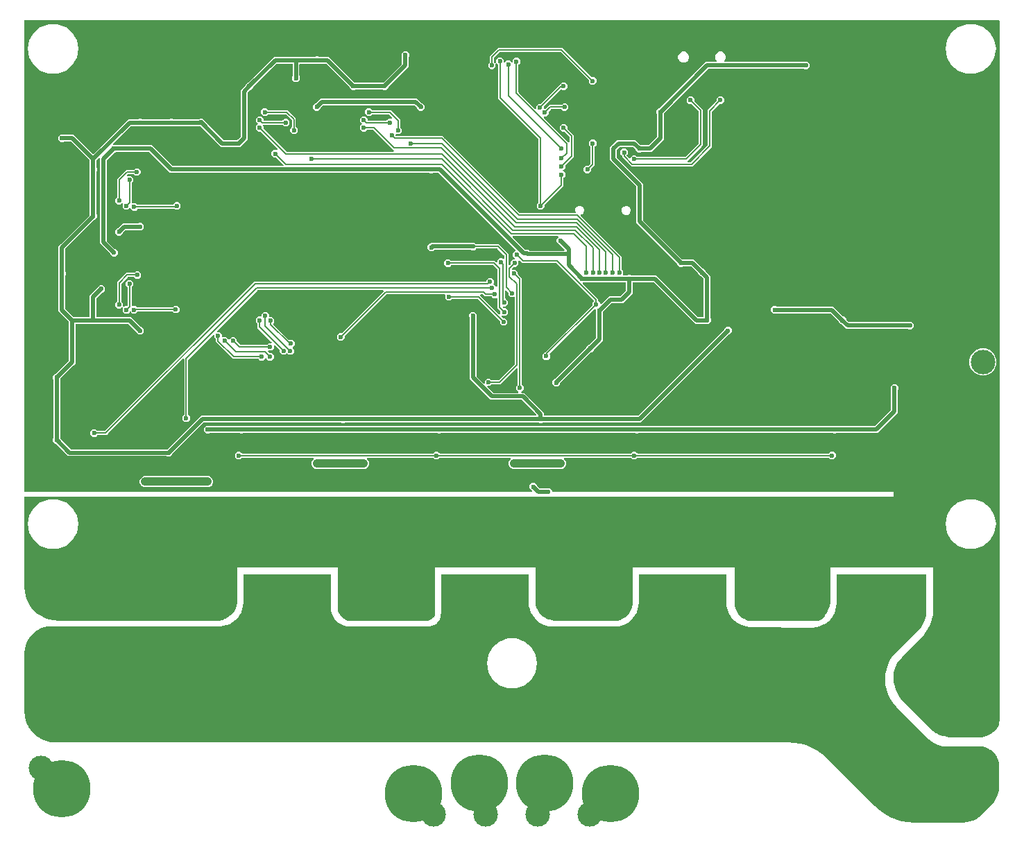
<source format=gbr>
G04 EAGLE Gerber RS-274X export*
G75*
%MOMM*%
%FSLAX34Y34*%
%LPD*%
%INBottom Copper*%
%IPPOS*%
%AMOC8*
5,1,8,0,0,1.08239X$1,22.5*%
G01*
%ADD10R,1.600000X3.900000*%
%ADD11C,3.000000*%
%ADD12C,7.000000*%
%ADD13C,0.452400*%
%ADD14C,0.600000*%
%ADD15C,0.508000*%
%ADD16C,0.200000*%
%ADD17C,1.016000*%

G36*
X1194990Y994064D02*
X1194990Y994064D01*
X1194991Y994128D01*
X1194970Y994203D01*
X1194959Y994279D01*
X1194933Y994338D01*
X1194916Y994400D01*
X1194875Y994466D01*
X1194843Y994536D01*
X1194801Y994585D01*
X1194768Y994640D01*
X1194710Y994692D01*
X1194660Y994750D01*
X1194606Y994786D01*
X1194558Y994829D01*
X1194489Y994862D01*
X1194424Y994905D01*
X1194362Y994924D01*
X1194305Y994952D01*
X1194235Y994963D01*
X1194154Y994987D01*
X1194069Y994988D01*
X1194000Y994999D01*
X6000Y994999D01*
X5936Y994990D01*
X5872Y994991D01*
X5797Y994970D01*
X5721Y994959D01*
X5662Y994933D01*
X5600Y994916D01*
X5534Y994875D01*
X5464Y994843D01*
X5415Y994801D01*
X5360Y994768D01*
X5308Y994710D01*
X5250Y994660D01*
X5214Y994606D01*
X5171Y994558D01*
X5138Y994489D01*
X5095Y994424D01*
X5076Y994362D01*
X5048Y994305D01*
X5037Y994235D01*
X5013Y994154D01*
X5012Y994069D01*
X5001Y994000D01*
X5001Y420000D01*
X5010Y419936D01*
X5009Y419872D01*
X5030Y419797D01*
X5041Y419721D01*
X5067Y419662D01*
X5084Y419600D01*
X5125Y419534D01*
X5157Y419464D01*
X5199Y419415D01*
X5232Y419360D01*
X5290Y419308D01*
X5340Y419250D01*
X5394Y419214D01*
X5442Y419171D01*
X5511Y419138D01*
X5576Y419095D01*
X5638Y419076D01*
X5695Y419048D01*
X5765Y419037D01*
X5846Y419013D01*
X5931Y419012D01*
X6000Y419001D01*
X623748Y419001D01*
X623780Y419005D01*
X623812Y419003D01*
X623919Y419025D01*
X624027Y419041D01*
X624057Y419054D01*
X624088Y419060D01*
X624184Y419112D01*
X624284Y419157D01*
X624309Y419178D01*
X624337Y419193D01*
X624415Y419269D01*
X624498Y419340D01*
X624516Y419367D01*
X624539Y419390D01*
X624593Y419485D01*
X624653Y419576D01*
X624662Y419607D01*
X624678Y419635D01*
X624703Y419742D01*
X624735Y419846D01*
X624736Y419878D01*
X624743Y419910D01*
X624738Y420019D01*
X624739Y420128D01*
X624730Y420159D01*
X624729Y420191D01*
X624693Y420294D01*
X624664Y420400D01*
X624647Y420427D01*
X624636Y420458D01*
X624583Y420531D01*
X624516Y420640D01*
X624480Y420672D01*
X624454Y420707D01*
X621585Y423576D01*
X621585Y427324D01*
X624236Y429975D01*
X627984Y429975D01*
X630635Y427324D01*
X630635Y427088D01*
X630648Y426993D01*
X630653Y426896D01*
X630668Y426853D01*
X630675Y426808D01*
X630714Y426721D01*
X630746Y426630D01*
X630771Y426596D01*
X630791Y426551D01*
X630874Y426454D01*
X630927Y426381D01*
X633851Y423457D01*
X633928Y423400D01*
X633999Y423335D01*
X634040Y423315D01*
X634077Y423288D01*
X634167Y423254D01*
X634253Y423212D01*
X634295Y423206D01*
X634340Y423189D01*
X634468Y423179D01*
X634558Y423165D01*
X641777Y423165D01*
X641872Y423178D01*
X641968Y423183D01*
X642011Y423198D01*
X642056Y423205D01*
X642144Y423244D01*
X642234Y423276D01*
X642269Y423301D01*
X642313Y423321D01*
X642410Y423404D01*
X642483Y423457D01*
X642651Y423625D01*
X646399Y423625D01*
X649050Y420974D01*
X649050Y420000D01*
X649059Y419936D01*
X649058Y419872D01*
X649079Y419797D01*
X649090Y419721D01*
X649116Y419662D01*
X649133Y419600D01*
X649174Y419534D01*
X649206Y419464D01*
X649248Y419415D01*
X649281Y419360D01*
X649339Y419308D01*
X649389Y419250D01*
X649443Y419214D01*
X649491Y419171D01*
X649560Y419138D01*
X649625Y419095D01*
X649687Y419076D01*
X649744Y419048D01*
X649814Y419037D01*
X649895Y419013D01*
X649980Y419012D01*
X650049Y419001D01*
X1065801Y419001D01*
X1065801Y413749D01*
X6000Y413749D01*
X5936Y413740D01*
X5872Y413741D01*
X5797Y413720D01*
X5721Y413709D01*
X5662Y413683D01*
X5600Y413666D01*
X5534Y413625D01*
X5464Y413593D01*
X5415Y413551D01*
X5360Y413518D01*
X5308Y413460D01*
X5250Y413410D01*
X5214Y413356D01*
X5171Y413308D01*
X5138Y413239D01*
X5095Y413174D01*
X5076Y413112D01*
X5048Y413055D01*
X5037Y412985D01*
X5013Y412904D01*
X5012Y412819D01*
X5001Y412750D01*
X5001Y302955D01*
X5006Y302919D01*
X5003Y302886D01*
X5367Y297638D01*
X5382Y297569D01*
X5384Y297509D01*
X6430Y292353D01*
X6454Y292286D01*
X6464Y292227D01*
X8174Y287252D01*
X8206Y287189D01*
X8224Y287131D01*
X10569Y282422D01*
X10609Y282364D01*
X10635Y282309D01*
X13574Y277946D01*
X13603Y277914D01*
X13616Y277892D01*
X13630Y277880D01*
X13653Y277843D01*
X17137Y273901D01*
X17191Y273855D01*
X17230Y273809D01*
X21198Y270355D01*
X21257Y270316D01*
X21302Y270276D01*
X25686Y267370D01*
X25750Y267339D01*
X25800Y267305D01*
X30527Y264996D01*
X30594Y264974D01*
X30648Y264946D01*
X35635Y263274D01*
X35705Y263261D01*
X35762Y263241D01*
X40925Y262234D01*
X40996Y262230D01*
X41055Y262217D01*
X46305Y261893D01*
X46338Y261895D01*
X46367Y261891D01*
X239240Y261891D01*
X239278Y261896D01*
X239311Y261893D01*
X242858Y262147D01*
X242934Y262163D01*
X242999Y262167D01*
X246473Y262923D01*
X246546Y262950D01*
X246610Y262963D01*
X249941Y264206D01*
X250009Y264243D01*
X250071Y264265D01*
X253192Y265969D01*
X253254Y266015D01*
X253312Y266046D01*
X256158Y268177D01*
X256213Y268232D01*
X256266Y268270D01*
X258780Y270784D01*
X258826Y270846D01*
X258856Y270875D01*
X258858Y270877D01*
X258859Y270878D01*
X258873Y270892D01*
X261004Y273738D01*
X261041Y273806D01*
X261081Y273858D01*
X262785Y276979D01*
X262812Y277052D01*
X262844Y277109D01*
X264087Y280440D01*
X264103Y280516D01*
X264127Y280577D01*
X264883Y284051D01*
X264888Y284128D01*
X264903Y284192D01*
X265157Y287739D01*
X265154Y287777D01*
X265159Y287810D01*
X265159Y326661D01*
X387621Y326661D01*
X387621Y277650D01*
X387627Y277604D01*
X387625Y277563D01*
X387849Y275000D01*
X387871Y274906D01*
X387879Y274828D01*
X388545Y272343D01*
X388583Y272254D01*
X388605Y272179D01*
X389692Y269848D01*
X389745Y269767D01*
X389779Y269697D01*
X391255Y267589D01*
X391321Y267519D01*
X391367Y267456D01*
X393186Y265637D01*
X393263Y265579D01*
X393319Y265525D01*
X395427Y264049D01*
X395513Y264005D01*
X395578Y263962D01*
X397909Y262875D01*
X398002Y262846D01*
X398073Y262815D01*
X400558Y262149D01*
X400655Y262137D01*
X400730Y262119D01*
X403293Y261895D01*
X403339Y261897D01*
X403380Y261891D01*
X495780Y261891D01*
X495826Y261897D01*
X495867Y261895D01*
X497548Y262042D01*
X497642Y262064D01*
X497720Y262072D01*
X499349Y262509D01*
X499438Y262547D01*
X499513Y262568D01*
X501042Y263281D01*
X501123Y263334D01*
X501193Y263368D01*
X502575Y264336D01*
X502646Y264402D01*
X502709Y264448D01*
X503902Y265641D01*
X503960Y265719D01*
X504014Y265775D01*
X504982Y267157D01*
X505025Y267243D01*
X505069Y267308D01*
X505445Y268115D01*
X505782Y268837D01*
X505810Y268930D01*
X505841Y269001D01*
X506278Y270630D01*
X506290Y270726D01*
X506308Y270802D01*
X506455Y272483D01*
X506453Y272529D01*
X506459Y272570D01*
X506459Y326661D01*
X628921Y326661D01*
X628921Y284716D01*
X628927Y284675D01*
X628924Y284638D01*
X629175Y281448D01*
X629180Y281425D01*
X629180Y281401D01*
X629195Y281346D01*
X629199Y281293D01*
X629946Y278182D01*
X629978Y278102D01*
X629995Y278033D01*
X631219Y275077D01*
X631263Y275003D01*
X631290Y274937D01*
X632962Y272209D01*
X633017Y272143D01*
X633054Y272082D01*
X635132Y269649D01*
X635197Y269592D01*
X635243Y269538D01*
X638261Y266961D01*
X638334Y266914D01*
X638388Y266868D01*
X641772Y264795D01*
X641851Y264761D01*
X641912Y264723D01*
X645578Y263205D01*
X645662Y263183D01*
X645727Y263156D01*
X649587Y262230D01*
X649672Y262222D01*
X649741Y262205D01*
X653698Y261894D01*
X653740Y261896D01*
X653776Y261891D01*
X725226Y261891D01*
X725267Y261897D01*
X725304Y261894D01*
X728508Y262146D01*
X728592Y262165D01*
X728663Y262171D01*
X731788Y262921D01*
X731868Y262953D01*
X731937Y262969D01*
X734907Y264199D01*
X734981Y264243D01*
X735047Y264270D01*
X737787Y265950D01*
X737853Y266005D01*
X737914Y266042D01*
X740358Y268129D01*
X740415Y268194D01*
X740469Y268240D01*
X742922Y271113D01*
X742968Y271185D01*
X743014Y271240D01*
X744988Y274461D01*
X745022Y274540D01*
X745059Y274600D01*
X746505Y278090D01*
X746526Y278174D01*
X746553Y278240D01*
X747435Y281913D01*
X747443Y281999D01*
X747460Y282068D01*
X747756Y285834D01*
X747754Y285876D01*
X747759Y285912D01*
X747759Y326661D01*
X871491Y326661D01*
X871491Y284206D01*
X871497Y284165D01*
X871494Y284128D01*
X871772Y280595D01*
X871791Y280511D01*
X871796Y280440D01*
X872624Y276994D01*
X872656Y276914D01*
X872672Y276844D01*
X874029Y273570D01*
X874072Y273496D01*
X874100Y273430D01*
X875952Y270408D01*
X876006Y270342D01*
X876044Y270281D01*
X878346Y267586D01*
X878410Y267530D01*
X878456Y267476D01*
X880634Y265616D01*
X880707Y265570D01*
X880761Y265524D01*
X883203Y264027D01*
X883282Y263993D01*
X883342Y263956D01*
X885988Y262860D01*
X886072Y262839D01*
X886137Y262812D01*
X888922Y262143D01*
X889008Y262135D01*
X889077Y262119D01*
X891932Y261894D01*
X891974Y261896D01*
X892010Y261891D01*
X971606Y261891D01*
X971658Y261898D01*
X971704Y261896D01*
X973645Y262087D01*
X973753Y262113D01*
X973837Y262125D01*
X975704Y262691D01*
X975804Y262738D01*
X975885Y262766D01*
X977605Y263686D01*
X977622Y263698D01*
X977623Y263699D01*
X977627Y263702D01*
X977694Y263751D01*
X977768Y263794D01*
X979276Y265032D01*
X979336Y265098D01*
X979393Y265146D01*
X981790Y267879D01*
X982166Y268308D01*
X982205Y268367D01*
X982246Y268412D01*
X984583Y271909D01*
X984613Y271973D01*
X984648Y272022D01*
X986508Y275795D01*
X986531Y275862D01*
X986558Y275916D01*
X987911Y279899D01*
X987924Y279968D01*
X987944Y280025D01*
X988765Y284150D01*
X988769Y284221D01*
X988782Y284280D01*
X989057Y288477D01*
X989054Y288512D01*
X989059Y288542D01*
X989059Y326661D01*
X1114061Y326661D01*
X1114061Y275875D01*
X1113642Y269490D01*
X1112400Y263247D01*
X1110354Y257219D01*
X1107539Y251510D01*
X1104002Y246217D01*
X1104001Y246216D01*
X1103125Y245217D01*
X1102249Y244218D01*
X1102249Y244217D01*
X1101372Y243218D01*
X1099783Y241406D01*
X1075624Y217247D01*
X1075603Y217220D01*
X1075579Y217200D01*
X1074737Y216239D01*
X1073860Y215239D01*
X1072713Y213931D01*
X1072674Y213872D01*
X1072634Y213827D01*
X1070218Y210213D01*
X1070188Y210149D01*
X1070153Y210100D01*
X1068230Y206200D01*
X1068208Y206133D01*
X1068180Y206080D01*
X1066783Y201963D01*
X1066770Y201894D01*
X1066749Y201837D01*
X1065901Y197573D01*
X1065897Y197502D01*
X1065884Y197443D01*
X1065599Y193105D01*
X1065605Y193035D01*
X1065599Y192975D01*
X1065962Y187436D01*
X1065977Y187367D01*
X1065979Y187306D01*
X1067062Y181863D01*
X1067086Y181796D01*
X1067096Y181736D01*
X1068880Y176480D01*
X1068912Y176417D01*
X1068930Y176360D01*
X1071385Y171381D01*
X1071425Y171323D01*
X1071451Y171268D01*
X1074534Y166653D01*
X1074582Y166600D01*
X1074614Y166549D01*
X1078274Y162376D01*
X1078300Y162354D01*
X1078318Y162329D01*
X1110121Y130526D01*
X1110148Y130505D01*
X1110168Y130482D01*
X1113722Y127365D01*
X1113781Y127327D01*
X1113825Y127286D01*
X1117755Y124660D01*
X1117819Y124629D01*
X1117868Y124595D01*
X1122107Y122504D01*
X1122175Y122482D01*
X1122228Y122454D01*
X1126704Y120935D01*
X1126773Y120922D01*
X1126830Y120901D01*
X1131465Y119979D01*
X1131536Y119975D01*
X1131595Y119962D01*
X1136311Y119653D01*
X1136346Y119656D01*
X1136376Y119651D01*
X1168674Y119651D01*
X1168708Y119656D01*
X1168739Y119653D01*
X1172655Y119910D01*
X1172724Y119924D01*
X1172784Y119927D01*
X1176633Y120692D01*
X1176700Y120716D01*
X1176759Y120726D01*
X1180475Y121987D01*
X1180538Y122019D01*
X1180596Y122037D01*
X1184116Y123773D01*
X1184152Y123798D01*
X1184165Y123804D01*
X1184177Y123814D01*
X1184229Y123838D01*
X1187492Y126019D01*
X1187544Y126066D01*
X1187595Y126098D01*
X1190546Y128686D01*
X1190605Y128755D01*
X1190660Y128804D01*
X1192132Y130603D01*
X1192176Y130677D01*
X1192221Y130732D01*
X1193393Y132739D01*
X1193425Y132819D01*
X1193461Y132880D01*
X1194304Y135046D01*
X1194324Y135130D01*
X1194349Y135196D01*
X1194844Y137467D01*
X1194845Y137481D01*
X1194845Y137483D01*
X1194845Y137492D01*
X1194850Y137553D01*
X1194865Y137623D01*
X1194998Y139943D01*
X1194995Y139973D01*
X1194999Y140000D01*
X1194999Y994000D01*
X1194990Y994064D01*
G37*
%LPC*%
G36*
X179101Y462200D02*
X179101Y462200D01*
X178658Y462643D01*
X178582Y462700D01*
X178510Y462765D01*
X178469Y462785D01*
X178433Y462812D01*
X178343Y462846D01*
X178256Y462888D01*
X178214Y462894D01*
X178169Y462911D01*
X178041Y462921D01*
X177952Y462935D01*
X58366Y462935D01*
X43519Y477783D01*
X43442Y477840D01*
X43371Y477905D01*
X43330Y477925D01*
X43293Y477952D01*
X43203Y477986D01*
X43117Y478028D01*
X43075Y478034D01*
X43030Y478051D01*
X42902Y478061D01*
X42812Y478075D01*
X42576Y478075D01*
X39925Y480726D01*
X39925Y484474D01*
X40093Y484642D01*
X40150Y484718D01*
X40215Y484790D01*
X40235Y484831D01*
X40262Y484867D01*
X40296Y484957D01*
X40338Y485044D01*
X40344Y485086D01*
X40361Y485131D01*
X40371Y485259D01*
X40385Y485348D01*
X40385Y556052D01*
X40372Y556147D01*
X40367Y556243D01*
X40352Y556286D01*
X40345Y556331D01*
X40306Y556419D01*
X40274Y556510D01*
X40249Y556544D01*
X40229Y556588D01*
X40146Y556685D01*
X40093Y556759D01*
X39925Y556926D01*
X39925Y560674D01*
X42576Y563325D01*
X42812Y563325D01*
X42907Y563338D01*
X43004Y563343D01*
X43047Y563358D01*
X43092Y563365D01*
X43179Y563404D01*
X43270Y563436D01*
X43304Y563461D01*
X43349Y563481D01*
X43446Y563564D01*
X43519Y563617D01*
X59143Y579241D01*
X59200Y579318D01*
X59265Y579389D01*
X59285Y579430D01*
X59312Y579467D01*
X59346Y579557D01*
X59388Y579643D01*
X59394Y579685D01*
X59411Y579730D01*
X59421Y579858D01*
X59435Y579948D01*
X59435Y626552D01*
X59422Y626647D01*
X59417Y626744D01*
X59402Y626787D01*
X59395Y626832D01*
X59356Y626919D01*
X59324Y627010D01*
X59299Y627044D01*
X59279Y627089D01*
X59196Y627186D01*
X59143Y627259D01*
X46735Y639666D01*
X46735Y683052D01*
X46722Y683147D01*
X46717Y683243D01*
X46702Y683286D01*
X46695Y683331D01*
X46656Y683419D01*
X46624Y683509D01*
X46599Y683544D01*
X46579Y683588D01*
X46496Y683685D01*
X46443Y683758D01*
X46275Y683926D01*
X46275Y687674D01*
X46443Y687842D01*
X46500Y687918D01*
X46565Y687990D01*
X46585Y688031D01*
X46612Y688067D01*
X46646Y688157D01*
X46688Y688244D01*
X46694Y688286D01*
X46711Y688331D01*
X46721Y688459D01*
X46735Y688548D01*
X46735Y719234D01*
X49409Y721907D01*
X84083Y756581D01*
X84140Y756658D01*
X84205Y756729D01*
X84225Y756770D01*
X84252Y756807D01*
X84286Y756897D01*
X84328Y756983D01*
X84334Y757025D01*
X84351Y757070D01*
X84361Y757198D01*
X84375Y757288D01*
X84375Y757524D01*
X84543Y757692D01*
X84600Y757768D01*
X84665Y757840D01*
X84685Y757881D01*
X84712Y757917D01*
X84746Y758007D01*
X84788Y758094D01*
X84794Y758136D01*
X84811Y758181D01*
X84821Y758309D01*
X84835Y758398D01*
X84835Y810052D01*
X84822Y810147D01*
X84817Y810243D01*
X84802Y810286D01*
X84795Y810331D01*
X84756Y810419D01*
X84724Y810509D01*
X84699Y810544D01*
X84679Y810588D01*
X84596Y810685D01*
X84543Y810758D01*
X84375Y810926D01*
X84375Y814674D01*
X84543Y814842D01*
X84600Y814918D01*
X84665Y814990D01*
X84685Y815031D01*
X84712Y815067D01*
X84746Y815157D01*
X84788Y815244D01*
X84794Y815286D01*
X84811Y815331D01*
X84821Y815459D01*
X84835Y815548D01*
X84835Y823402D01*
X84822Y823497D01*
X84817Y823594D01*
X84802Y823637D01*
X84795Y823682D01*
X84756Y823769D01*
X84724Y823860D01*
X84699Y823894D01*
X84679Y823939D01*
X84596Y824036D01*
X84543Y824109D01*
X62109Y846543D01*
X62032Y846600D01*
X61961Y846665D01*
X61920Y846685D01*
X61883Y846712D01*
X61793Y846746D01*
X61707Y846788D01*
X61665Y846794D01*
X61620Y846811D01*
X61492Y846821D01*
X61402Y846835D01*
X53548Y846835D01*
X53453Y846822D01*
X53357Y846817D01*
X53314Y846802D01*
X53269Y846795D01*
X53181Y846756D01*
X53091Y846724D01*
X53056Y846699D01*
X53012Y846679D01*
X52915Y846596D01*
X52842Y846543D01*
X52674Y846375D01*
X48926Y846375D01*
X46275Y849026D01*
X46275Y852774D01*
X48926Y855425D01*
X52674Y855425D01*
X52842Y855257D01*
X52918Y855200D01*
X52990Y855135D01*
X53031Y855115D01*
X53067Y855088D01*
X53157Y855054D01*
X53244Y855012D01*
X53286Y855006D01*
X53331Y854989D01*
X53459Y854979D01*
X53548Y854965D01*
X65184Y854965D01*
X88193Y831955D01*
X88245Y831916D01*
X88290Y831870D01*
X88357Y831832D01*
X88419Y831786D01*
X88479Y831763D01*
X88535Y831731D01*
X88610Y831713D01*
X88683Y831686D01*
X88747Y831681D01*
X88809Y831666D01*
X88887Y831670D01*
X88964Y831664D01*
X89027Y831677D01*
X89091Y831681D01*
X89164Y831706D01*
X89240Y831722D01*
X89297Y831752D01*
X89358Y831773D01*
X89414Y831815D01*
X89489Y831854D01*
X89550Y831914D01*
X89607Y831955D01*
X131666Y874015D01*
X143302Y874015D01*
X143397Y874028D01*
X143493Y874033D01*
X143536Y874048D01*
X143581Y874055D01*
X143669Y874094D01*
X143759Y874126D01*
X143794Y874151D01*
X143838Y874171D01*
X143935Y874254D01*
X144008Y874307D01*
X144176Y874475D01*
X147924Y874475D01*
X148092Y874307D01*
X148168Y874250D01*
X148240Y874185D01*
X148281Y874165D01*
X148317Y874138D01*
X148407Y874104D01*
X148494Y874062D01*
X148536Y874056D01*
X148581Y874039D01*
X148709Y874029D01*
X148798Y874015D01*
X181402Y874015D01*
X181497Y874028D01*
X181593Y874033D01*
X181636Y874048D01*
X181681Y874055D01*
X181769Y874094D01*
X181859Y874126D01*
X181894Y874151D01*
X181938Y874171D01*
X182035Y874254D01*
X182108Y874307D01*
X182276Y874475D01*
X186024Y874475D01*
X186242Y874257D01*
X186318Y874200D01*
X186390Y874135D01*
X186431Y874115D01*
X186467Y874088D01*
X186557Y874054D01*
X186644Y874012D01*
X186686Y874006D01*
X186731Y873989D01*
X186859Y873979D01*
X186948Y873965D01*
X217702Y873965D01*
X217797Y873978D01*
X217893Y873983D01*
X217936Y873998D01*
X217981Y874005D01*
X218069Y874044D01*
X218160Y874076D01*
X218194Y874101D01*
X218238Y874121D01*
X218335Y874204D01*
X218409Y874257D01*
X218926Y874775D01*
X222674Y874775D01*
X225325Y872124D01*
X225325Y871888D01*
X225338Y871793D01*
X225343Y871696D01*
X225358Y871653D01*
X225365Y871608D01*
X225404Y871521D01*
X225436Y871430D01*
X225461Y871396D01*
X225481Y871351D01*
X225564Y871254D01*
X225617Y871181D01*
X247891Y848907D01*
X247968Y848850D01*
X248039Y848785D01*
X248080Y848765D01*
X248117Y848738D01*
X248207Y848704D01*
X248293Y848662D01*
X248335Y848656D01*
X248380Y848639D01*
X248508Y848629D01*
X248598Y848615D01*
X263952Y848615D01*
X264047Y848628D01*
X264143Y848633D01*
X264186Y848648D01*
X264231Y848655D01*
X264319Y848694D01*
X264410Y848726D01*
X264444Y848751D01*
X264488Y848771D01*
X264585Y848854D01*
X264659Y848907D01*
X264826Y849075D01*
X265062Y849075D01*
X265157Y849088D01*
X265254Y849093D01*
X265297Y849108D01*
X265342Y849115D01*
X265429Y849154D01*
X265520Y849186D01*
X265554Y849211D01*
X265599Y849231D01*
X265696Y849314D01*
X265769Y849367D01*
X268693Y852291D01*
X268750Y852368D01*
X268815Y852439D01*
X268835Y852480D01*
X268862Y852517D01*
X268896Y852607D01*
X268938Y852693D01*
X268944Y852735D01*
X268961Y852780D01*
X268971Y852908D01*
X268985Y852998D01*
X268985Y909734D01*
X271659Y912407D01*
X274583Y915331D01*
X274640Y915408D01*
X274705Y915479D01*
X274725Y915520D01*
X274752Y915557D01*
X274786Y915647D01*
X274828Y915733D01*
X274834Y915775D01*
X274851Y915820D01*
X274861Y915948D01*
X274875Y916038D01*
X274875Y916274D01*
X277526Y918925D01*
X277762Y918925D01*
X277857Y918938D01*
X277954Y918943D01*
X277997Y918958D01*
X278042Y918965D01*
X278129Y919004D01*
X278220Y919036D01*
X278254Y919061D01*
X278299Y919081D01*
X278396Y919164D01*
X278469Y919217D01*
X306793Y947541D01*
X309466Y950215D01*
X359202Y950215D01*
X359297Y950228D01*
X359393Y950233D01*
X359436Y950248D01*
X359481Y950255D01*
X359569Y950294D01*
X359659Y950326D01*
X359694Y950351D01*
X359738Y950371D01*
X359835Y950454D01*
X359908Y950507D01*
X360076Y950675D01*
X363824Y950675D01*
X363992Y950507D01*
X364068Y950450D01*
X364140Y950385D01*
X364181Y950365D01*
X364217Y950338D01*
X364307Y950304D01*
X364394Y950262D01*
X364436Y950256D01*
X364481Y950239D01*
X364609Y950229D01*
X364698Y950215D01*
X376334Y950215D01*
X379007Y947541D01*
X407331Y919217D01*
X407408Y919160D01*
X407479Y919095D01*
X407520Y919075D01*
X407557Y919048D01*
X407647Y919014D01*
X407733Y918972D01*
X407775Y918966D01*
X407820Y918949D01*
X407948Y918939D01*
X408038Y918925D01*
X408274Y918925D01*
X408442Y918757D01*
X408518Y918700D01*
X408590Y918635D01*
X408631Y918615D01*
X408667Y918588D01*
X408757Y918554D01*
X408844Y918512D01*
X408886Y918506D01*
X408931Y918489D01*
X409059Y918479D01*
X409148Y918465D01*
X441752Y918465D01*
X441847Y918478D01*
X441943Y918483D01*
X441986Y918498D01*
X442031Y918505D01*
X442119Y918544D01*
X442209Y918576D01*
X442244Y918601D01*
X442288Y918621D01*
X442385Y918704D01*
X442458Y918757D01*
X442626Y918925D01*
X442862Y918925D01*
X442957Y918938D01*
X443054Y918943D01*
X443097Y918958D01*
X443142Y918965D01*
X443229Y919004D01*
X443320Y919036D01*
X443354Y919061D01*
X443399Y919081D01*
X443496Y919164D01*
X443569Y919217D01*
X465543Y941191D01*
X465600Y941268D01*
X465665Y941339D01*
X465685Y941380D01*
X465712Y941417D01*
X465746Y941507D01*
X465788Y941593D01*
X465794Y941635D01*
X465811Y941680D01*
X465821Y941808D01*
X465835Y941898D01*
X465835Y949752D01*
X465822Y949847D01*
X465817Y949943D01*
X465802Y949986D01*
X465795Y950031D01*
X465756Y950119D01*
X465724Y950209D01*
X465699Y950244D01*
X465679Y950288D01*
X465596Y950385D01*
X465543Y950458D01*
X465375Y950626D01*
X465375Y954374D01*
X468026Y957025D01*
X471774Y957025D01*
X474425Y954374D01*
X474425Y950626D01*
X474257Y950458D01*
X474200Y950382D01*
X474135Y950310D01*
X474115Y950269D01*
X474088Y950233D01*
X474054Y950143D01*
X474012Y950056D01*
X474006Y950014D01*
X473989Y949969D01*
X473979Y949841D01*
X473965Y949752D01*
X473965Y938116D01*
X449317Y913469D01*
X449260Y913392D01*
X449195Y913321D01*
X449175Y913280D01*
X449148Y913243D01*
X449114Y913153D01*
X449072Y913067D01*
X449066Y913025D01*
X449049Y912980D01*
X449039Y912852D01*
X449025Y912762D01*
X449025Y912526D01*
X446374Y909875D01*
X442626Y909875D01*
X442458Y910043D01*
X442382Y910100D01*
X442310Y910165D01*
X442269Y910185D01*
X442233Y910212D01*
X442143Y910246D01*
X442056Y910288D01*
X442014Y910294D01*
X441969Y910311D01*
X441841Y910321D01*
X441752Y910335D01*
X409148Y910335D01*
X409053Y910322D01*
X408957Y910317D01*
X408914Y910302D01*
X408869Y910295D01*
X408781Y910256D01*
X408691Y910224D01*
X408656Y910199D01*
X408612Y910179D01*
X408515Y910096D01*
X408442Y910043D01*
X408274Y909875D01*
X404526Y909875D01*
X401875Y912526D01*
X401875Y912762D01*
X401862Y912857D01*
X401857Y912954D01*
X401842Y912997D01*
X401835Y913042D01*
X401796Y913129D01*
X401764Y913220D01*
X401739Y913254D01*
X401719Y913299D01*
X401636Y913396D01*
X401583Y913469D01*
X373259Y941793D01*
X373182Y941850D01*
X373111Y941915D01*
X373070Y941935D01*
X373033Y941962D01*
X372943Y941996D01*
X372857Y942038D01*
X372815Y942044D01*
X372770Y942061D01*
X372642Y942071D01*
X372552Y942085D01*
X364698Y942085D01*
X364603Y942072D01*
X364507Y942067D01*
X364464Y942052D01*
X364419Y942045D01*
X364331Y942006D01*
X364241Y941974D01*
X364206Y941949D01*
X364162Y941929D01*
X364065Y941846D01*
X363992Y941793D01*
X363824Y941625D01*
X360076Y941625D01*
X359908Y941793D01*
X359832Y941850D01*
X359760Y941915D01*
X359719Y941935D01*
X359683Y941962D01*
X359593Y941996D01*
X359506Y942038D01*
X359464Y942044D01*
X359419Y942061D01*
X359291Y942071D01*
X359202Y942085D01*
X341564Y942085D01*
X341500Y942076D01*
X341436Y942077D01*
X341361Y942056D01*
X341285Y942045D01*
X341226Y942019D01*
X341164Y942002D01*
X341098Y941961D01*
X341028Y941929D01*
X340979Y941887D01*
X340924Y941854D01*
X340872Y941796D01*
X340814Y941746D01*
X340778Y941692D01*
X340735Y941644D01*
X340702Y941575D01*
X340659Y941510D01*
X340640Y941448D01*
X340612Y941391D01*
X340601Y941321D01*
X340577Y941240D01*
X340576Y941155D01*
X340565Y941086D01*
X340565Y927048D01*
X340578Y926953D01*
X340583Y926857D01*
X340598Y926814D01*
X340605Y926769D01*
X340644Y926681D01*
X340676Y926591D01*
X340701Y926556D01*
X340721Y926512D01*
X340804Y926415D01*
X340857Y926342D01*
X341025Y926174D01*
X341025Y922426D01*
X338374Y919775D01*
X334626Y919775D01*
X331975Y922426D01*
X331975Y926174D01*
X332143Y926342D01*
X332200Y926418D01*
X332265Y926490D01*
X332285Y926531D01*
X332312Y926567D01*
X332346Y926657D01*
X332388Y926744D01*
X332394Y926786D01*
X332411Y926831D01*
X332421Y926959D01*
X332435Y927048D01*
X332435Y941086D01*
X332426Y941150D01*
X332427Y941214D01*
X332406Y941289D01*
X332395Y941365D01*
X332369Y941424D01*
X332352Y941486D01*
X332311Y941552D01*
X332279Y941622D01*
X332237Y941671D01*
X332204Y941726D01*
X332146Y941778D01*
X332096Y941836D01*
X332042Y941872D01*
X331994Y941915D01*
X331925Y941948D01*
X331860Y941991D01*
X331798Y942010D01*
X331741Y942038D01*
X331671Y942049D01*
X331590Y942073D01*
X331505Y942074D01*
X331436Y942085D01*
X313248Y942085D01*
X313153Y942072D01*
X313056Y942067D01*
X313013Y942052D01*
X312968Y942045D01*
X312881Y942006D01*
X312790Y941974D01*
X312756Y941949D01*
X312711Y941929D01*
X312614Y941846D01*
X312541Y941793D01*
X284217Y913469D01*
X284160Y913392D01*
X284095Y913321D01*
X284075Y913280D01*
X284048Y913243D01*
X284014Y913153D01*
X283972Y913067D01*
X283966Y913025D01*
X283949Y912980D01*
X283939Y912852D01*
X283925Y912762D01*
X283925Y912526D01*
X281274Y909875D01*
X281038Y909875D01*
X280943Y909862D01*
X280846Y909857D01*
X280803Y909842D01*
X280758Y909835D01*
X280671Y909796D01*
X280580Y909764D01*
X280546Y909739D01*
X280501Y909719D01*
X280404Y909636D01*
X280331Y909583D01*
X277407Y906659D01*
X277350Y906582D01*
X277285Y906511D01*
X277265Y906470D01*
X277238Y906433D01*
X277204Y906343D01*
X277162Y906257D01*
X277156Y906215D01*
X277139Y906170D01*
X277129Y906042D01*
X277115Y905952D01*
X277115Y849216D01*
X271517Y843619D01*
X271460Y843542D01*
X271395Y843471D01*
X271375Y843430D01*
X271348Y843393D01*
X271314Y843303D01*
X271272Y843217D01*
X271266Y843175D01*
X271249Y843130D01*
X271239Y843002D01*
X271225Y842912D01*
X271225Y842676D01*
X268574Y840025D01*
X264826Y840025D01*
X264659Y840193D01*
X264582Y840250D01*
X264510Y840315D01*
X264469Y840335D01*
X264433Y840362D01*
X264343Y840396D01*
X264257Y840438D01*
X264214Y840444D01*
X264169Y840461D01*
X264041Y840471D01*
X263952Y840485D01*
X244816Y840485D01*
X219869Y865433D01*
X219792Y865490D01*
X219721Y865555D01*
X219680Y865575D01*
X219643Y865602D01*
X219553Y865636D01*
X219467Y865678D01*
X219425Y865684D01*
X219380Y865701D01*
X219252Y865711D01*
X219162Y865725D01*
X218847Y865725D01*
X218793Y865746D01*
X218707Y865788D01*
X218664Y865794D01*
X218619Y865811D01*
X218491Y865821D01*
X218402Y865835D01*
X186848Y865835D01*
X186753Y865822D01*
X186657Y865817D01*
X186614Y865802D01*
X186569Y865795D01*
X186481Y865756D01*
X186391Y865724D01*
X186356Y865699D01*
X186312Y865679D01*
X186215Y865596D01*
X186142Y865543D01*
X186024Y865425D01*
X182276Y865425D01*
X182108Y865593D01*
X182032Y865650D01*
X181960Y865715D01*
X181919Y865735D01*
X181883Y865762D01*
X181793Y865796D01*
X181706Y865838D01*
X181664Y865844D01*
X181619Y865861D01*
X181491Y865871D01*
X181402Y865885D01*
X148798Y865885D01*
X148703Y865872D01*
X148607Y865867D01*
X148564Y865852D01*
X148519Y865845D01*
X148431Y865806D01*
X148341Y865774D01*
X148306Y865749D01*
X148262Y865729D01*
X148165Y865646D01*
X148092Y865593D01*
X147924Y865425D01*
X144176Y865425D01*
X144008Y865593D01*
X143932Y865650D01*
X143860Y865715D01*
X143819Y865735D01*
X143783Y865762D01*
X143693Y865796D01*
X143606Y865838D01*
X143564Y865844D01*
X143519Y865861D01*
X143391Y865871D01*
X143302Y865885D01*
X135448Y865885D01*
X135353Y865872D01*
X135256Y865867D01*
X135213Y865852D01*
X135168Y865845D01*
X135081Y865806D01*
X134990Y865774D01*
X134956Y865749D01*
X134911Y865729D01*
X134814Y865646D01*
X134741Y865593D01*
X113579Y844431D01*
X113560Y844405D01*
X113535Y844384D01*
X113475Y844292D01*
X113410Y844205D01*
X113398Y844175D01*
X113381Y844148D01*
X113349Y844043D01*
X113310Y843941D01*
X113308Y843909D01*
X113298Y843878D01*
X113297Y843769D01*
X113288Y843660D01*
X113295Y843628D01*
X113294Y843596D01*
X113324Y843491D01*
X113346Y843384D01*
X113361Y843355D01*
X113370Y843324D01*
X113427Y843231D01*
X113478Y843135D01*
X113501Y843112D01*
X113518Y843084D01*
X113599Y843011D01*
X113675Y842933D01*
X113703Y842917D01*
X113727Y842895D01*
X113825Y842848D01*
X113921Y842794D01*
X113952Y842786D01*
X113981Y842772D01*
X114070Y842758D01*
X114195Y842729D01*
X114243Y842731D01*
X114286Y842725D01*
X116174Y842725D01*
X116342Y842557D01*
X116418Y842500D01*
X116490Y842435D01*
X116531Y842415D01*
X116567Y842388D01*
X116657Y842354D01*
X116744Y842312D01*
X116786Y842306D01*
X116831Y842289D01*
X116959Y842279D01*
X117048Y842265D01*
X160434Y842265D01*
X185541Y817157D01*
X185618Y817100D01*
X185689Y817035D01*
X185730Y817015D01*
X185767Y816988D01*
X185857Y816954D01*
X185943Y816912D01*
X185985Y816906D01*
X186030Y816889D01*
X186158Y816879D01*
X186248Y816865D01*
X320152Y816865D01*
X320184Y816869D01*
X320216Y816867D01*
X320323Y816889D01*
X320432Y816905D01*
X320461Y816918D01*
X320493Y816924D01*
X320589Y816976D01*
X320689Y817021D01*
X320713Y817042D01*
X320741Y817057D01*
X320820Y817133D01*
X320903Y817204D01*
X320920Y817231D01*
X320944Y817254D01*
X320997Y817349D01*
X321057Y817440D01*
X321067Y817471D01*
X321083Y817499D01*
X321108Y817606D01*
X321140Y817710D01*
X321140Y817742D01*
X321148Y817773D01*
X321142Y817883D01*
X321143Y817992D01*
X321135Y818023D01*
X321133Y818055D01*
X321097Y818158D01*
X321068Y818264D01*
X321051Y818291D01*
X321041Y818322D01*
X320987Y818395D01*
X320920Y818504D01*
X320884Y818536D01*
X320859Y818571D01*
X312397Y827033D01*
X312320Y827090D01*
X312249Y827155D01*
X312208Y827175D01*
X312171Y827202D01*
X312081Y827236D01*
X311995Y827278D01*
X311953Y827284D01*
X311907Y827301D01*
X311780Y827311D01*
X311690Y827325D01*
X309276Y827325D01*
X306625Y829976D01*
X306625Y833724D01*
X309276Y836375D01*
X313342Y836375D01*
X313374Y836379D01*
X313406Y836377D01*
X313513Y836399D01*
X313622Y836415D01*
X313651Y836428D01*
X313683Y836434D01*
X313779Y836486D01*
X313879Y836531D01*
X313903Y836552D01*
X313931Y836567D01*
X314010Y836643D01*
X314093Y836714D01*
X314110Y836741D01*
X314134Y836764D01*
X314187Y836859D01*
X314247Y836950D01*
X314257Y836981D01*
X314273Y837009D01*
X314298Y837116D01*
X314330Y837220D01*
X314330Y837252D01*
X314338Y837283D01*
X314332Y837393D01*
X314333Y837502D01*
X314325Y837533D01*
X314323Y837565D01*
X314287Y837668D01*
X314258Y837774D01*
X314241Y837801D01*
X314231Y837832D01*
X314177Y837905D01*
X314110Y838014D01*
X314074Y838046D01*
X314049Y838081D01*
X293347Y858783D01*
X293270Y858840D01*
X293199Y858905D01*
X293158Y858925D01*
X293121Y858952D01*
X293031Y858986D01*
X292945Y859028D01*
X292903Y859034D01*
X292857Y859051D01*
X292730Y859061D01*
X292640Y859075D01*
X290226Y859075D01*
X287575Y861726D01*
X287575Y865474D01*
X289744Y867643D01*
X289783Y867695D01*
X289829Y867740D01*
X289867Y867807D01*
X289914Y867869D01*
X289936Y867929D01*
X289968Y867985D01*
X289986Y868060D01*
X290013Y868133D01*
X290018Y868197D01*
X290033Y868260D01*
X290029Y868337D01*
X290035Y868414D01*
X290022Y868477D01*
X290019Y868541D01*
X289993Y868614D01*
X289977Y868690D01*
X289947Y868747D01*
X289926Y868808D01*
X289885Y868864D01*
X289845Y868939D01*
X289786Y869000D01*
X289744Y869057D01*
X287575Y871226D01*
X287575Y874974D01*
X290226Y877625D01*
X293974Y877625D01*
X296625Y874974D01*
X296625Y873474D01*
X296634Y873410D01*
X296633Y873346D01*
X296654Y873271D01*
X296665Y873195D01*
X296691Y873136D01*
X296708Y873074D01*
X296749Y873008D01*
X296781Y872938D01*
X296823Y872889D01*
X296856Y872834D01*
X296914Y872782D01*
X296964Y872724D01*
X297018Y872688D01*
X297066Y872645D01*
X297135Y872612D01*
X297200Y872569D01*
X297262Y872550D01*
X297319Y872522D01*
X297389Y872511D01*
X297470Y872487D01*
X297555Y872486D01*
X297624Y872475D01*
X319562Y872475D01*
X319657Y872488D01*
X319753Y872493D01*
X319796Y872508D01*
X319841Y872515D01*
X319929Y872554D01*
X320019Y872586D01*
X320054Y872611D01*
X320098Y872631D01*
X320195Y872714D01*
X320268Y872767D01*
X321976Y874475D01*
X325724Y874475D01*
X328375Y871824D01*
X328375Y868076D01*
X325724Y865425D01*
X321976Y865425D01*
X320268Y867133D01*
X320192Y867190D01*
X320120Y867255D01*
X320079Y867275D01*
X320043Y867302D01*
X319953Y867336D01*
X319866Y867378D01*
X319824Y867384D01*
X319779Y867401D01*
X319651Y867411D01*
X319562Y867425D01*
X297086Y867425D01*
X297054Y867421D01*
X297022Y867423D01*
X296915Y867401D01*
X296807Y867385D01*
X296777Y867372D01*
X296746Y867366D01*
X296649Y867314D01*
X296550Y867269D01*
X296525Y867248D01*
X296497Y867233D01*
X296419Y867157D01*
X296336Y867086D01*
X296318Y867059D01*
X296295Y867036D01*
X296241Y866942D01*
X296181Y866850D01*
X296172Y866819D01*
X296156Y866791D01*
X296131Y866685D01*
X296099Y866580D01*
X296098Y866548D01*
X296091Y866517D01*
X296096Y866407D01*
X296095Y866298D01*
X296104Y866267D01*
X296105Y866235D01*
X296141Y866132D01*
X296170Y866026D01*
X296187Y865999D01*
X296198Y865968D01*
X296251Y865895D01*
X296318Y865786D01*
X296354Y865754D01*
X296379Y865719D01*
X296625Y865474D01*
X296625Y863060D01*
X296638Y862965D01*
X296643Y862869D01*
X296658Y862825D01*
X296665Y862780D01*
X296704Y862693D01*
X296736Y862602D01*
X296761Y862568D01*
X296781Y862524D01*
X296864Y862426D01*
X296917Y862353D01*
X324603Y834667D01*
X324680Y834610D01*
X324751Y834545D01*
X324792Y834525D01*
X324829Y834498D01*
X324919Y834464D01*
X325005Y834422D01*
X325047Y834416D01*
X325093Y834399D01*
X325220Y834389D01*
X325310Y834375D01*
X455042Y834375D01*
X455074Y834379D01*
X455106Y834377D01*
X455213Y834399D01*
X455322Y834415D01*
X455351Y834428D01*
X455383Y834434D01*
X455479Y834486D01*
X455579Y834531D01*
X455603Y834552D01*
X455631Y834567D01*
X455710Y834643D01*
X455793Y834714D01*
X455810Y834741D01*
X455834Y834764D01*
X455887Y834859D01*
X455947Y834950D01*
X455957Y834981D01*
X455973Y835009D01*
X455998Y835115D01*
X456030Y835220D01*
X456030Y835252D01*
X456038Y835283D01*
X456032Y835393D01*
X456033Y835502D01*
X456025Y835533D01*
X456023Y835565D01*
X455987Y835668D01*
X455958Y835774D01*
X455941Y835801D01*
X455931Y835832D01*
X455877Y835905D01*
X455810Y836014D01*
X455774Y836046D01*
X455749Y836081D01*
X453748Y838082D01*
X453747Y838082D01*
X431047Y860783D01*
X430970Y860840D01*
X430899Y860905D01*
X430858Y860925D01*
X430821Y860952D01*
X430731Y860986D01*
X430645Y861028D01*
X430603Y861034D01*
X430557Y861051D01*
X430430Y861061D01*
X430340Y861075D01*
X423388Y861075D01*
X423293Y861062D01*
X423197Y861057D01*
X423154Y861042D01*
X423109Y861035D01*
X423021Y860996D01*
X422931Y860964D01*
X422896Y860939D01*
X422852Y860919D01*
X422755Y860836D01*
X422682Y860783D01*
X420974Y859075D01*
X417226Y859075D01*
X414575Y861726D01*
X414575Y865474D01*
X416744Y867643D01*
X416783Y867695D01*
X416829Y867740D01*
X416867Y867807D01*
X416914Y867869D01*
X416936Y867929D01*
X416968Y867985D01*
X416986Y868060D01*
X417013Y868133D01*
X417018Y868197D01*
X417033Y868259D01*
X417029Y868337D01*
X417035Y868414D01*
X417022Y868477D01*
X417019Y868541D01*
X416993Y868614D01*
X416977Y868690D01*
X416947Y868747D01*
X416926Y868808D01*
X416885Y868864D01*
X416845Y868939D01*
X416786Y869000D01*
X416744Y869057D01*
X414575Y871226D01*
X414575Y874974D01*
X417226Y877625D01*
X420974Y877625D01*
X423625Y874974D01*
X423625Y873474D01*
X423634Y873410D01*
X423633Y873346D01*
X423654Y873271D01*
X423665Y873195D01*
X423691Y873136D01*
X423708Y873074D01*
X423749Y873008D01*
X423781Y872938D01*
X423823Y872889D01*
X423856Y872834D01*
X423914Y872782D01*
X423964Y872724D01*
X424018Y872688D01*
X424066Y872645D01*
X424135Y872612D01*
X424200Y872569D01*
X424262Y872550D01*
X424319Y872522D01*
X424389Y872511D01*
X424470Y872487D01*
X424555Y872486D01*
X424624Y872475D01*
X446562Y872475D01*
X446657Y872488D01*
X446753Y872493D01*
X446796Y872508D01*
X446841Y872515D01*
X446929Y872554D01*
X447019Y872586D01*
X447054Y872611D01*
X447098Y872631D01*
X447195Y872714D01*
X447268Y872767D01*
X448976Y874475D01*
X453042Y874475D01*
X453074Y874479D01*
X453106Y874477D01*
X453213Y874499D01*
X453322Y874515D01*
X453351Y874528D01*
X453383Y874534D01*
X453479Y874586D01*
X453579Y874631D01*
X453603Y874652D01*
X453631Y874667D01*
X453710Y874743D01*
X453793Y874814D01*
X453810Y874841D01*
X453834Y874864D01*
X453887Y874959D01*
X453947Y875050D01*
X453957Y875081D01*
X453973Y875109D01*
X453998Y875215D01*
X454030Y875320D01*
X454030Y875352D01*
X454038Y875383D01*
X454032Y875493D01*
X454033Y875602D01*
X454025Y875633D01*
X454023Y875665D01*
X453987Y875768D01*
X453958Y875874D01*
X453941Y875901D01*
X453931Y875932D01*
X453877Y876005D01*
X453810Y876114D01*
X453774Y876146D01*
X453749Y876181D01*
X450097Y879833D01*
X450020Y879890D01*
X449949Y879955D01*
X449908Y879975D01*
X449871Y880002D01*
X449781Y880036D01*
X449695Y880078D01*
X449653Y880084D01*
X449607Y880101D01*
X449480Y880111D01*
X449390Y880125D01*
X429738Y880125D01*
X429643Y880112D01*
X429547Y880107D01*
X429504Y880092D01*
X429459Y880085D01*
X429371Y880046D01*
X429281Y880014D01*
X429246Y879989D01*
X429202Y879969D01*
X429105Y879886D01*
X429032Y879833D01*
X427324Y878125D01*
X423576Y878125D01*
X420925Y880776D01*
X420925Y884524D01*
X423576Y887175D01*
X427324Y887175D01*
X429032Y885467D01*
X429108Y885410D01*
X429180Y885345D01*
X429221Y885325D01*
X429257Y885298D01*
X429347Y885264D01*
X429434Y885222D01*
X429476Y885216D01*
X429521Y885199D01*
X429649Y885189D01*
X429738Y885175D01*
X451896Y885175D01*
X463535Y873536D01*
X463535Y864713D01*
X463548Y864618D01*
X463553Y864522D01*
X463568Y864479D01*
X463575Y864434D01*
X463614Y864346D01*
X463646Y864256D01*
X463671Y864221D01*
X463691Y864177D01*
X463774Y864080D01*
X463827Y864007D01*
X465535Y862299D01*
X465535Y858551D01*
X462884Y855900D01*
X459135Y855900D01*
X459072Y855891D01*
X459008Y855892D01*
X458933Y855871D01*
X458856Y855860D01*
X458798Y855834D01*
X458736Y855817D01*
X458670Y855776D01*
X458599Y855744D01*
X458551Y855702D01*
X458496Y855669D01*
X458444Y855611D01*
X458385Y855561D01*
X458350Y855507D01*
X458307Y855459D01*
X458273Y855390D01*
X458231Y855325D01*
X458212Y855263D01*
X458184Y855206D01*
X458173Y855136D01*
X458148Y855055D01*
X458147Y854970D01*
X458136Y854901D01*
X458136Y854203D01*
X458145Y854139D01*
X458144Y854075D01*
X458165Y854000D01*
X458176Y853923D01*
X458202Y853865D01*
X458220Y853803D01*
X458260Y853737D01*
X458292Y853666D01*
X458334Y853618D01*
X458368Y853563D01*
X458425Y853511D01*
X458476Y853452D01*
X458529Y853417D01*
X458577Y853374D01*
X458647Y853340D01*
X458712Y853298D01*
X458773Y853279D01*
X458831Y853251D01*
X458900Y853240D01*
X458981Y853215D01*
X459066Y853214D01*
X459135Y853203D01*
X515617Y853203D01*
X517389Y851432D01*
X609020Y759800D01*
X609097Y759743D01*
X609168Y759678D01*
X609209Y759658D01*
X609246Y759631D01*
X609336Y759597D01*
X609422Y759555D01*
X609464Y759549D01*
X609510Y759532D01*
X609637Y759522D01*
X609727Y759508D01*
X676697Y759508D01*
X676814Y759524D01*
X676933Y759536D01*
X676954Y759544D01*
X676976Y759548D01*
X677084Y759596D01*
X677195Y759640D01*
X677213Y759654D01*
X677233Y759664D01*
X677323Y759741D01*
X677417Y759814D01*
X677430Y759832D01*
X677448Y759847D01*
X677513Y759947D01*
X677582Y760043D01*
X677589Y760064D01*
X677602Y760083D01*
X677637Y760197D01*
X677676Y760308D01*
X677678Y760331D01*
X677684Y760353D01*
X677686Y760471D01*
X677693Y760590D01*
X677688Y760611D01*
X677688Y760635D01*
X677638Y760814D01*
X677620Y760889D01*
X677199Y761906D01*
X677199Y764094D01*
X678037Y766116D01*
X679584Y767663D01*
X681606Y768501D01*
X683794Y768501D01*
X685816Y767663D01*
X687363Y766116D01*
X688201Y764094D01*
X688201Y761906D01*
X687363Y759884D01*
X685816Y758337D01*
X684316Y757716D01*
X684215Y757655D01*
X684110Y757600D01*
X684093Y757584D01*
X684074Y757572D01*
X683993Y757486D01*
X683908Y757403D01*
X683896Y757383D01*
X683881Y757366D01*
X683827Y757261D01*
X683769Y757157D01*
X683763Y757135D01*
X683753Y757115D01*
X683731Y756998D01*
X683704Y756883D01*
X683705Y756860D01*
X683701Y756838D01*
X683712Y756720D01*
X683718Y756601D01*
X683726Y756580D01*
X683728Y756557D01*
X683772Y756447D01*
X683811Y756335D01*
X683823Y756317D01*
X683832Y756295D01*
X683947Y756148D01*
X683976Y756108D01*
X683977Y756107D01*
X683992Y756086D01*
X733565Y706513D01*
X733565Y691358D01*
X733578Y691263D01*
X733583Y691167D01*
X733598Y691124D01*
X733605Y691079D01*
X733644Y690991D01*
X733676Y690901D01*
X733701Y690866D01*
X733721Y690822D01*
X733804Y690725D01*
X733857Y690652D01*
X735565Y688944D01*
X735565Y685190D01*
X735546Y685174D01*
X735486Y685082D01*
X735420Y684995D01*
X735409Y684965D01*
X735391Y684938D01*
X735359Y684834D01*
X735321Y684731D01*
X735318Y684699D01*
X735309Y684668D01*
X735307Y684559D01*
X735299Y684450D01*
X735305Y684418D01*
X735305Y684386D01*
X735334Y684281D01*
X735356Y684174D01*
X735372Y684145D01*
X735380Y684114D01*
X735438Y684021D01*
X735489Y683925D01*
X735511Y683902D01*
X735528Y683874D01*
X735609Y683801D01*
X735686Y683723D01*
X735714Y683707D01*
X735738Y683685D01*
X735836Y683638D01*
X735931Y683584D01*
X735962Y683576D01*
X735991Y683562D01*
X736081Y683548D01*
X736205Y683519D01*
X736254Y683521D01*
X736296Y683515D01*
X740202Y683515D01*
X740297Y683528D01*
X740393Y683533D01*
X740436Y683548D01*
X740481Y683555D01*
X740569Y683594D01*
X740659Y683626D01*
X740694Y683651D01*
X740738Y683671D01*
X740835Y683754D01*
X740908Y683807D01*
X741076Y683975D01*
X744824Y683975D01*
X744991Y683807D01*
X745068Y683750D01*
X745140Y683685D01*
X745181Y683665D01*
X745217Y683638D01*
X745307Y683604D01*
X745393Y683562D01*
X745436Y683556D01*
X745481Y683539D01*
X745609Y683529D01*
X745698Y683515D01*
X776384Y683515D01*
X826891Y633007D01*
X826968Y632950D01*
X827039Y632885D01*
X827080Y632865D01*
X827117Y632838D01*
X827207Y632804D01*
X827293Y632762D01*
X827335Y632756D01*
X827380Y632739D01*
X827508Y632729D01*
X827598Y632715D01*
X833136Y632715D01*
X833200Y632724D01*
X833264Y632723D01*
X833339Y632744D01*
X833415Y632755D01*
X833474Y632781D01*
X833536Y632798D01*
X833602Y632839D01*
X833672Y632871D01*
X833721Y632913D01*
X833776Y632946D01*
X833828Y633004D01*
X833886Y633054D01*
X833922Y633108D01*
X833965Y633156D01*
X833998Y633225D01*
X834041Y633290D01*
X834060Y633352D01*
X834088Y633409D01*
X834099Y633479D01*
X834123Y633560D01*
X834124Y633645D01*
X834135Y633714D01*
X834135Y678617D01*
X834122Y678712D01*
X834117Y678809D01*
X834102Y678852D01*
X834095Y678897D01*
X834056Y678984D01*
X834024Y679075D01*
X833999Y679109D01*
X833979Y679154D01*
X833896Y679251D01*
X833843Y679324D01*
X830919Y682248D01*
X830842Y682305D01*
X830771Y682370D01*
X830730Y682390D01*
X830693Y682417D01*
X830603Y682451D01*
X830517Y682493D01*
X830475Y682499D01*
X830430Y682516D01*
X830302Y682526D01*
X830212Y682540D01*
X829976Y682540D01*
X827325Y685191D01*
X827325Y685427D01*
X827312Y685522D01*
X827307Y685619D01*
X827292Y685662D01*
X827285Y685707D01*
X827246Y685794D01*
X827214Y685885D01*
X827189Y685919D01*
X827169Y685964D01*
X827086Y686061D01*
X827033Y686134D01*
X819024Y694143D01*
X818947Y694200D01*
X818876Y694265D01*
X818835Y694285D01*
X818798Y694312D01*
X818708Y694346D01*
X818622Y694388D01*
X818580Y694394D01*
X818535Y694411D01*
X818407Y694421D01*
X818317Y694435D01*
X809198Y694435D01*
X809103Y694422D01*
X809007Y694417D01*
X808964Y694402D01*
X808919Y694395D01*
X808831Y694356D01*
X808741Y694324D01*
X808706Y694299D01*
X808662Y694279D01*
X808565Y694196D01*
X808492Y694143D01*
X808324Y693975D01*
X804576Y693975D01*
X801925Y696626D01*
X801925Y696862D01*
X801912Y696957D01*
X801907Y697054D01*
X801892Y697097D01*
X801885Y697142D01*
X801846Y697229D01*
X801814Y697320D01*
X801789Y697354D01*
X801769Y697399D01*
X801686Y697496D01*
X801633Y697569D01*
X751585Y747616D01*
X751585Y791652D01*
X751572Y791747D01*
X751567Y791844D01*
X751552Y791887D01*
X751545Y791932D01*
X751506Y792019D01*
X751474Y792110D01*
X751449Y792144D01*
X751429Y792189D01*
X751346Y792286D01*
X751293Y792359D01*
X719835Y823816D01*
X719835Y839884D01*
X728566Y848615D01*
X750984Y848615D01*
X756581Y843017D01*
X756658Y842960D01*
X756729Y842895D01*
X756770Y842875D01*
X756807Y842848D01*
X756897Y842814D01*
X756983Y842772D01*
X757025Y842766D01*
X757070Y842749D01*
X757198Y842739D01*
X757288Y842725D01*
X757524Y842725D01*
X757692Y842557D01*
X757768Y842500D01*
X757840Y842435D01*
X757881Y842415D01*
X757917Y842388D01*
X758007Y842354D01*
X758094Y842312D01*
X758136Y842306D01*
X758181Y842289D01*
X758309Y842279D01*
X758398Y842265D01*
X766252Y842265D01*
X766347Y842278D01*
X766444Y842283D01*
X766487Y842298D01*
X766532Y842305D01*
X766619Y842344D01*
X766710Y842376D01*
X766744Y842401D01*
X766789Y842421D01*
X766886Y842504D01*
X766959Y842557D01*
X776693Y852291D01*
X776750Y852368D01*
X776815Y852439D01*
X776835Y852480D01*
X776862Y852517D01*
X776896Y852607D01*
X776938Y852693D01*
X776944Y852735D01*
X776961Y852780D01*
X776971Y852908D01*
X776985Y852998D01*
X776985Y879902D01*
X776972Y879997D01*
X776967Y880093D01*
X776952Y880136D01*
X776945Y880181D01*
X776906Y880269D01*
X776874Y880359D01*
X776849Y880394D01*
X776829Y880438D01*
X776746Y880535D01*
X776693Y880608D01*
X776525Y880776D01*
X776525Y884524D01*
X779176Y887175D01*
X779412Y887175D01*
X779507Y887188D01*
X779604Y887193D01*
X779647Y887208D01*
X779692Y887215D01*
X779779Y887254D01*
X779870Y887286D01*
X779904Y887311D01*
X779949Y887331D01*
X780046Y887414D01*
X780119Y887467D01*
X836516Y943865D01*
X848879Y943865D01*
X848911Y943869D01*
X848944Y943867D01*
X849051Y943889D01*
X849159Y943905D01*
X849188Y943918D01*
X849220Y943924D01*
X849316Y943976D01*
X849416Y944021D01*
X849440Y944042D01*
X849469Y944057D01*
X849547Y944133D01*
X849630Y944204D01*
X849648Y944231D01*
X849671Y944254D01*
X849724Y944349D01*
X849784Y944440D01*
X849794Y944471D01*
X849810Y944499D01*
X849835Y944605D01*
X849867Y944710D01*
X849867Y944742D01*
X849875Y944773D01*
X849869Y944883D01*
X849870Y944992D01*
X849862Y945023D01*
X849860Y945055D01*
X849824Y945158D01*
X849795Y945264D01*
X849778Y945291D01*
X849768Y945322D01*
X849714Y945395D01*
X849647Y945504D01*
X849611Y945536D01*
X849586Y945571D01*
X848839Y946318D01*
X847849Y948707D01*
X847849Y951293D01*
X848839Y953682D01*
X850668Y955511D01*
X853057Y956501D01*
X855643Y956501D01*
X858032Y955511D01*
X859861Y953682D01*
X860851Y951293D01*
X860851Y948707D01*
X859861Y946318D01*
X859114Y945571D01*
X859095Y945545D01*
X859070Y945524D01*
X859010Y945432D01*
X858945Y945345D01*
X858933Y945315D01*
X858916Y945288D01*
X858884Y945183D01*
X858845Y945081D01*
X858843Y945049D01*
X858833Y945018D01*
X858832Y944909D01*
X858823Y944800D01*
X858830Y944768D01*
X858830Y944736D01*
X858859Y944631D01*
X858881Y944524D01*
X858896Y944495D01*
X858905Y944464D01*
X858962Y944371D01*
X859013Y944275D01*
X859036Y944252D01*
X859053Y944224D01*
X859134Y944151D01*
X859210Y944073D01*
X859238Y944057D01*
X859262Y944035D01*
X859360Y943988D01*
X859456Y943934D01*
X859487Y943926D01*
X859516Y943912D01*
X859605Y943898D01*
X859730Y943869D01*
X859778Y943871D01*
X859821Y943865D01*
X956102Y943865D01*
X956197Y943878D01*
X956293Y943883D01*
X956336Y943898D01*
X956381Y943905D01*
X956469Y943944D01*
X956559Y943976D01*
X956594Y944001D01*
X956638Y944021D01*
X956735Y944104D01*
X956808Y944157D01*
X956976Y944325D01*
X960724Y944325D01*
X963375Y941674D01*
X963375Y937926D01*
X960724Y935275D01*
X956976Y935275D01*
X956808Y935443D01*
X956732Y935500D01*
X956660Y935565D01*
X956619Y935585D01*
X956583Y935612D01*
X956493Y935646D01*
X956406Y935688D01*
X956364Y935694D01*
X956319Y935711D01*
X956191Y935721D01*
X956102Y935735D01*
X840298Y935735D01*
X840203Y935722D01*
X840106Y935717D01*
X840063Y935702D01*
X840018Y935695D01*
X839931Y935656D01*
X839840Y935624D01*
X839806Y935599D01*
X839761Y935579D01*
X839664Y935496D01*
X839591Y935443D01*
X785867Y881719D01*
X785810Y881642D01*
X785745Y881571D01*
X785725Y881530D01*
X785698Y881493D01*
X785664Y881403D01*
X785622Y881317D01*
X785616Y881275D01*
X785599Y881230D01*
X785589Y881102D01*
X785575Y881012D01*
X785575Y880776D01*
X785407Y880608D01*
X785350Y880532D01*
X785285Y880460D01*
X785265Y880419D01*
X785238Y880383D01*
X785204Y880293D01*
X785162Y880206D01*
X785156Y880164D01*
X785139Y880119D01*
X785129Y879991D01*
X785115Y879902D01*
X785115Y849216D01*
X770034Y834135D01*
X758398Y834135D01*
X758303Y834122D01*
X758207Y834117D01*
X758164Y834102D01*
X758119Y834095D01*
X758031Y834056D01*
X757941Y834024D01*
X757906Y833999D01*
X757862Y833979D01*
X757765Y833896D01*
X757692Y833843D01*
X757524Y833675D01*
X753776Y833675D01*
X751125Y836326D01*
X751125Y836562D01*
X751112Y836657D01*
X751107Y836754D01*
X751092Y836797D01*
X751085Y836842D01*
X751046Y836929D01*
X751014Y837020D01*
X750989Y837054D01*
X750969Y837099D01*
X750886Y837196D01*
X750833Y837269D01*
X747909Y840193D01*
X747832Y840250D01*
X747761Y840315D01*
X747720Y840335D01*
X747683Y840362D01*
X747593Y840396D01*
X747507Y840438D01*
X747465Y840444D01*
X747420Y840461D01*
X747292Y840471D01*
X747202Y840485D01*
X732348Y840485D01*
X732253Y840472D01*
X732156Y840467D01*
X732113Y840452D01*
X732068Y840445D01*
X731981Y840406D01*
X731890Y840374D01*
X731856Y840349D01*
X731811Y840329D01*
X731714Y840246D01*
X731641Y840193D01*
X728257Y836809D01*
X728200Y836732D01*
X728135Y836661D01*
X728115Y836620D01*
X728088Y836583D01*
X728054Y836493D01*
X728012Y836407D01*
X728006Y836365D01*
X727989Y836320D01*
X727979Y836192D01*
X727965Y836102D01*
X727965Y827598D01*
X727978Y827503D01*
X727983Y827406D01*
X727998Y827363D01*
X728005Y827318D01*
X728044Y827231D01*
X728076Y827140D01*
X728101Y827106D01*
X728121Y827061D01*
X728204Y826964D01*
X728257Y826891D01*
X759715Y795434D01*
X759715Y751398D01*
X759728Y751303D01*
X759733Y751206D01*
X759748Y751163D01*
X759755Y751118D01*
X759794Y751031D01*
X759826Y750940D01*
X759851Y750906D01*
X759871Y750861D01*
X759954Y750764D01*
X760007Y750691D01*
X807381Y703317D01*
X807458Y703260D01*
X807529Y703195D01*
X807570Y703175D01*
X807607Y703148D01*
X807697Y703114D01*
X807783Y703072D01*
X807825Y703066D01*
X807870Y703049D01*
X807998Y703039D01*
X808088Y703025D01*
X808324Y703025D01*
X808492Y702857D01*
X808568Y702800D01*
X808640Y702735D01*
X808681Y702715D01*
X808717Y702688D01*
X808807Y702654D01*
X808894Y702612D01*
X808936Y702606D01*
X808981Y702589D01*
X809109Y702579D01*
X809198Y702565D01*
X822099Y702565D01*
X832781Y691882D01*
X832858Y691825D01*
X832929Y691760D01*
X832970Y691740D01*
X833007Y691713D01*
X833097Y691679D01*
X833183Y691637D01*
X833225Y691631D01*
X833270Y691614D01*
X833398Y691604D01*
X833488Y691590D01*
X833724Y691590D01*
X836375Y688939D01*
X836375Y688703D01*
X836388Y688608D01*
X836393Y688511D01*
X836408Y688468D01*
X836415Y688423D01*
X836454Y688336D01*
X836486Y688245D01*
X836511Y688211D01*
X836531Y688166D01*
X836614Y688069D01*
X836667Y687996D01*
X839591Y685072D01*
X842265Y682399D01*
X842265Y631398D01*
X842278Y631303D01*
X842283Y631207D01*
X842298Y631164D01*
X842305Y631119D01*
X842344Y631031D01*
X842376Y630940D01*
X842401Y630906D01*
X842421Y630862D01*
X842504Y630765D01*
X842557Y630691D01*
X842725Y630524D01*
X842725Y626776D01*
X840074Y624125D01*
X836326Y624125D01*
X836158Y624293D01*
X836082Y624350D01*
X836010Y624415D01*
X835969Y624435D01*
X835933Y624462D01*
X835843Y624496D01*
X835756Y624538D01*
X835714Y624544D01*
X835669Y624561D01*
X835541Y624571D01*
X835452Y624585D01*
X823816Y624585D01*
X773309Y675093D01*
X773232Y675150D01*
X773161Y675215D01*
X773120Y675235D01*
X773083Y675262D01*
X772993Y675296D01*
X772907Y675338D01*
X772865Y675344D01*
X772820Y675361D01*
X772692Y675371D01*
X772602Y675385D01*
X748014Y675385D01*
X747950Y675376D01*
X747886Y675377D01*
X747811Y675356D01*
X747735Y675345D01*
X747676Y675319D01*
X747614Y675302D01*
X747548Y675261D01*
X747478Y675229D01*
X747429Y675187D01*
X747374Y675154D01*
X747322Y675096D01*
X747264Y675046D01*
X747228Y674992D01*
X747185Y674944D01*
X747152Y674875D01*
X747109Y674810D01*
X747090Y674748D01*
X747062Y674691D01*
X747051Y674621D01*
X747027Y674540D01*
X747026Y674455D01*
X747015Y674386D01*
X747015Y661766D01*
X735234Y649985D01*
X722273Y649985D01*
X722178Y649972D01*
X722081Y649967D01*
X722038Y649952D01*
X721993Y649945D01*
X721906Y649906D01*
X721815Y649874D01*
X721781Y649849D01*
X721736Y649829D01*
X721639Y649746D01*
X721566Y649693D01*
X711567Y639694D01*
X711510Y639617D01*
X711445Y639546D01*
X711425Y639505D01*
X711398Y639468D01*
X711364Y639378D01*
X711322Y639292D01*
X711316Y639250D01*
X711299Y639205D01*
X711289Y639077D01*
X711275Y638987D01*
X711275Y638621D01*
X711107Y638453D01*
X711050Y638377D01*
X710985Y638305D01*
X710965Y638264D01*
X710938Y638228D01*
X710904Y638138D01*
X710862Y638051D01*
X710856Y638009D01*
X710839Y637964D01*
X710829Y637836D01*
X710815Y637747D01*
X710815Y603876D01*
X700167Y593229D01*
X700110Y593152D01*
X700045Y593081D01*
X700025Y593040D01*
X699998Y593003D01*
X699964Y592913D01*
X699922Y592827D01*
X699916Y592785D01*
X699899Y592740D01*
X699889Y592612D01*
X699875Y592522D01*
X699875Y592286D01*
X697224Y589635D01*
X696988Y589635D01*
X696893Y589622D01*
X696796Y589617D01*
X696753Y589602D01*
X696708Y589595D01*
X696621Y589556D01*
X696530Y589524D01*
X696496Y589499D01*
X696451Y589479D01*
X696354Y589396D01*
X696281Y589343D01*
X658867Y551929D01*
X658810Y551852D01*
X658745Y551781D01*
X658725Y551740D01*
X658698Y551703D01*
X658664Y551613D01*
X658622Y551527D01*
X658616Y551485D01*
X658599Y551440D01*
X658589Y551312D01*
X658575Y551222D01*
X658575Y550576D01*
X655924Y547925D01*
X652176Y547925D01*
X649525Y550576D01*
X649525Y554324D01*
X652195Y556994D01*
X652237Y557008D01*
X652282Y557015D01*
X652369Y557054D01*
X652460Y557086D01*
X652494Y557111D01*
X652539Y557131D01*
X652636Y557214D01*
X652709Y557267D01*
X690533Y595091D01*
X690590Y595168D01*
X690655Y595239D01*
X690675Y595280D01*
X690702Y595317D01*
X690736Y595407D01*
X690778Y595493D01*
X690784Y595535D01*
X690801Y595580D01*
X690811Y595707D01*
X690813Y595714D01*
X690813Y595722D01*
X690825Y595798D01*
X690825Y596034D01*
X693476Y598685D01*
X693712Y598685D01*
X693807Y598698D01*
X693904Y598703D01*
X693947Y598718D01*
X693992Y598725D01*
X694079Y598764D01*
X694170Y598796D01*
X694204Y598821D01*
X694249Y598841D01*
X694346Y598924D01*
X694419Y598977D01*
X702393Y606951D01*
X702450Y607028D01*
X702515Y607099D01*
X702535Y607140D01*
X702562Y607177D01*
X702596Y607267D01*
X702638Y607353D01*
X702644Y607395D01*
X702661Y607440D01*
X702671Y607568D01*
X702685Y607658D01*
X702685Y637747D01*
X702672Y637842D01*
X702667Y637938D01*
X702652Y637981D01*
X702645Y638026D01*
X702606Y638114D01*
X702574Y638204D01*
X702549Y638239D01*
X702529Y638283D01*
X702446Y638380D01*
X702393Y638453D01*
X702225Y638621D01*
X702225Y641707D01*
X702221Y641739D01*
X702223Y641771D01*
X702201Y641878D01*
X702185Y641987D01*
X702172Y642016D01*
X702166Y642048D01*
X702114Y642144D01*
X702069Y642244D01*
X702048Y642268D01*
X702033Y642296D01*
X701957Y642375D01*
X701886Y642458D01*
X701859Y642475D01*
X701836Y642499D01*
X701741Y642552D01*
X701650Y642612D01*
X701619Y642622D01*
X701591Y642638D01*
X701484Y642663D01*
X701380Y642695D01*
X701348Y642695D01*
X701317Y642703D01*
X701207Y642697D01*
X701098Y642698D01*
X701067Y642690D01*
X701035Y642688D01*
X700932Y642652D01*
X700826Y642623D01*
X700799Y642606D01*
X700768Y642596D01*
X700695Y642542D01*
X700586Y642475D01*
X700554Y642439D01*
X700519Y642414D01*
X646369Y588263D01*
X646330Y588212D01*
X646284Y588167D01*
X646246Y588100D01*
X646199Y588038D01*
X646177Y587977D01*
X646145Y587922D01*
X646127Y587846D01*
X646100Y587774D01*
X646095Y587710D01*
X646080Y587647D01*
X646084Y587570D01*
X646078Y587493D01*
X646091Y587430D01*
X646095Y587366D01*
X646120Y587292D01*
X646136Y587217D01*
X646166Y587160D01*
X646187Y587099D01*
X646228Y587042D01*
X646268Y586968D01*
X646327Y586907D01*
X646369Y586850D01*
X646510Y586709D01*
X646510Y582961D01*
X643859Y580310D01*
X640111Y580310D01*
X637460Y582961D01*
X637460Y586709D01*
X640144Y589393D01*
X640145Y589393D01*
X640190Y589400D01*
X640277Y589439D01*
X640368Y589471D01*
X640402Y589496D01*
X640446Y589516D01*
X640544Y589599D01*
X640617Y589652D01*
X697953Y646988D01*
X698010Y647065D01*
X698075Y647136D01*
X698095Y647177D01*
X698122Y647214D01*
X698156Y647304D01*
X698198Y647390D01*
X698204Y647432D01*
X698221Y647478D01*
X698231Y647605D01*
X698245Y647695D01*
X698245Y650109D01*
X699756Y651620D01*
X699795Y651672D01*
X699841Y651716D01*
X699879Y651784D01*
X699925Y651846D01*
X699948Y651906D01*
X699980Y651962D01*
X699998Y652037D01*
X700025Y652110D01*
X700030Y652174D01*
X700045Y652236D01*
X700041Y652314D01*
X700047Y652391D01*
X700034Y652454D01*
X700030Y652518D01*
X700005Y652591D01*
X699989Y652667D01*
X699959Y652724D01*
X699938Y652784D01*
X699897Y652841D01*
X699857Y652916D01*
X699798Y652977D01*
X699756Y653033D01*
X654567Y698223D01*
X654490Y698280D01*
X654419Y698345D01*
X654378Y698365D01*
X654341Y698392D01*
X654251Y698426D01*
X654165Y698468D01*
X654123Y698474D01*
X654077Y698491D01*
X653950Y698501D01*
X653860Y698515D01*
X612364Y698515D01*
X609481Y701399D01*
X609455Y701418D01*
X609434Y701443D01*
X609342Y701503D01*
X609255Y701568D01*
X609225Y701580D01*
X609198Y701597D01*
X609093Y701629D01*
X608991Y701668D01*
X608959Y701670D01*
X608928Y701680D01*
X608819Y701681D01*
X608710Y701690D01*
X608678Y701683D01*
X608646Y701683D01*
X608541Y701654D01*
X608434Y701632D01*
X608405Y701617D01*
X608374Y701608D01*
X608281Y701551D01*
X608185Y701499D01*
X608162Y701477D01*
X608134Y701460D01*
X608061Y701379D01*
X607983Y701303D01*
X607967Y701275D01*
X607945Y701251D01*
X607898Y701152D01*
X607844Y701057D01*
X607836Y701026D01*
X607822Y700997D01*
X607808Y700908D01*
X607779Y700783D01*
X607781Y700734D01*
X607775Y700692D01*
X607775Y696626D01*
X605124Y693975D01*
X602710Y693975D01*
X602615Y693962D01*
X602519Y693957D01*
X602475Y693942D01*
X602430Y693935D01*
X602343Y693896D01*
X602252Y693864D01*
X602218Y693839D01*
X602174Y693819D01*
X602076Y693736D01*
X602003Y693683D01*
X600351Y692031D01*
X600332Y692005D01*
X600307Y691984D01*
X600247Y691892D01*
X600182Y691805D01*
X600170Y691775D01*
X600153Y691748D01*
X600121Y691643D01*
X600082Y691541D01*
X600080Y691509D01*
X600070Y691478D01*
X600069Y691369D01*
X600060Y691260D01*
X600067Y691228D01*
X600067Y691196D01*
X600096Y691091D01*
X600118Y690984D01*
X600133Y690955D01*
X600142Y690924D01*
X600199Y690831D01*
X600251Y690735D01*
X600273Y690712D01*
X600290Y690684D01*
X600371Y690611D01*
X600447Y690533D01*
X600475Y690517D01*
X600499Y690495D01*
X600598Y690448D01*
X600693Y690394D01*
X600724Y690386D01*
X600753Y690372D01*
X600842Y690358D01*
X600967Y690329D01*
X601016Y690331D01*
X601058Y690325D01*
X604489Y690325D01*
X607140Y687674D01*
X607140Y685260D01*
X607153Y685165D01*
X607158Y685069D01*
X607173Y685025D01*
X607180Y684980D01*
X607219Y684893D01*
X607251Y684802D01*
X607276Y684768D01*
X607296Y684724D01*
X607379Y684626D01*
X607432Y684553D01*
X612125Y679861D01*
X612125Y550388D01*
X612138Y550293D01*
X612143Y550197D01*
X612158Y550154D01*
X612165Y550109D01*
X612204Y550021D01*
X612236Y549931D01*
X612261Y549896D01*
X612281Y549852D01*
X612364Y549755D01*
X612417Y549682D01*
X614125Y547974D01*
X614125Y544226D01*
X611469Y541571D01*
X611450Y541545D01*
X611426Y541524D01*
X611366Y541432D01*
X611300Y541345D01*
X611289Y541315D01*
X611271Y541288D01*
X611239Y541183D01*
X611201Y541081D01*
X611198Y541049D01*
X611189Y541018D01*
X611187Y540909D01*
X611179Y540800D01*
X611185Y540768D01*
X611185Y540736D01*
X611214Y540631D01*
X611236Y540524D01*
X611252Y540495D01*
X611260Y540464D01*
X611318Y540371D01*
X611369Y540275D01*
X611391Y540252D01*
X611408Y540224D01*
X611489Y540151D01*
X611566Y540073D01*
X611594Y540057D01*
X611618Y540035D01*
X611716Y539988D01*
X611811Y539934D01*
X611842Y539926D01*
X611871Y539912D01*
X611961Y539898D01*
X612086Y539869D01*
X612134Y539871D01*
X612176Y539865D01*
X615234Y539865D01*
X639065Y516034D01*
X639065Y513064D01*
X639074Y513000D01*
X639073Y512936D01*
X639094Y512861D01*
X639105Y512785D01*
X639131Y512726D01*
X639148Y512664D01*
X639189Y512598D01*
X639221Y512528D01*
X639263Y512479D01*
X639296Y512424D01*
X639354Y512372D01*
X639404Y512314D01*
X639458Y512278D01*
X639506Y512235D01*
X639575Y512202D01*
X639640Y512159D01*
X639702Y512140D01*
X639759Y512112D01*
X639829Y512101D01*
X639910Y512077D01*
X639995Y512076D01*
X640064Y512065D01*
X753552Y512065D01*
X753647Y512078D01*
X753744Y512083D01*
X753787Y512098D01*
X753832Y512105D01*
X753919Y512144D01*
X754010Y512176D01*
X754044Y512201D01*
X754089Y512221D01*
X754186Y512304D01*
X754259Y512357D01*
X858783Y616881D01*
X858840Y616958D01*
X858905Y617029D01*
X858925Y617070D01*
X858952Y617107D01*
X858986Y617197D01*
X859028Y617283D01*
X859034Y617325D01*
X859051Y617370D01*
X859061Y617498D01*
X859075Y617588D01*
X859075Y617824D01*
X861726Y620475D01*
X865474Y620475D01*
X868125Y617824D01*
X868125Y614076D01*
X865474Y611425D01*
X865238Y611425D01*
X865143Y611412D01*
X865046Y611407D01*
X865003Y611392D01*
X864958Y611385D01*
X864871Y611346D01*
X864780Y611314D01*
X864746Y611289D01*
X864701Y611269D01*
X864604Y611186D01*
X864531Y611133D01*
X757334Y503935D01*
X637748Y503935D01*
X637653Y503922D01*
X637557Y503917D01*
X637514Y503902D01*
X637469Y503895D01*
X637381Y503856D01*
X637291Y503824D01*
X637256Y503799D01*
X637212Y503779D01*
X637115Y503696D01*
X637042Y503643D01*
X636874Y503475D01*
X633126Y503475D01*
X632958Y503643D01*
X632882Y503700D01*
X632810Y503765D01*
X632769Y503785D01*
X632733Y503812D01*
X632643Y503846D01*
X632556Y503888D01*
X632514Y503894D01*
X632469Y503911D01*
X632341Y503921D01*
X632252Y503935D01*
X396448Y503935D01*
X396353Y503922D01*
X396257Y503917D01*
X396214Y503902D01*
X396169Y503895D01*
X396081Y503856D01*
X395991Y503824D01*
X395956Y503799D01*
X395912Y503779D01*
X395815Y503696D01*
X395742Y503643D01*
X395574Y503475D01*
X391826Y503475D01*
X391659Y503643D01*
X391582Y503700D01*
X391510Y503765D01*
X391469Y503785D01*
X391433Y503812D01*
X391343Y503846D01*
X391257Y503888D01*
X391214Y503894D01*
X391169Y503911D01*
X391041Y503921D01*
X390952Y503935D01*
X224348Y503935D01*
X224253Y503922D01*
X224156Y503917D01*
X224113Y503902D01*
X224068Y503895D01*
X223981Y503856D01*
X223890Y503824D01*
X223856Y503799D01*
X223811Y503779D01*
X223714Y503696D01*
X223641Y503643D01*
X185792Y465794D01*
X185735Y465717D01*
X185670Y465646D01*
X185650Y465605D01*
X185623Y465568D01*
X185589Y465478D01*
X185547Y465392D01*
X185541Y465350D01*
X185524Y465305D01*
X185514Y465177D01*
X185500Y465087D01*
X185500Y464851D01*
X182849Y462200D01*
X179101Y462200D01*
G37*
%LPD*%
G36*
X1150912Y15752D02*
X1150912Y15752D01*
X1150943Y15750D01*
X1154859Y16007D01*
X1154890Y16014D01*
X1154958Y16020D01*
X1158807Y16786D01*
X1158836Y16797D01*
X1158903Y16811D01*
X1162619Y18073D01*
X1162647Y18088D01*
X1162711Y18111D01*
X1166230Y19846D01*
X1166256Y19865D01*
X1166317Y19896D01*
X1169579Y22076D01*
X1169603Y22098D01*
X1169658Y22137D01*
X1172609Y24724D01*
X1172621Y24739D01*
X1172645Y24759D01*
X1185552Y37665D01*
X1185562Y37680D01*
X1185586Y37701D01*
X1188173Y40652D01*
X1188190Y40679D01*
X1188234Y40731D01*
X1190414Y43993D01*
X1190427Y44022D01*
X1190464Y44080D01*
X1192199Y47599D01*
X1192208Y47630D01*
X1192237Y47691D01*
X1193499Y51407D01*
X1193504Y51438D01*
X1193524Y51503D01*
X1194290Y55352D01*
X1194291Y55384D01*
X1194303Y55451D01*
X1194560Y59367D01*
X1194558Y59385D01*
X1194561Y59416D01*
X1194561Y84300D01*
X1194558Y84322D01*
X1194559Y84360D01*
X1194268Y88059D01*
X1194260Y88092D01*
X1194249Y88177D01*
X1193383Y91786D01*
X1193370Y91816D01*
X1193346Y91900D01*
X1191926Y95328D01*
X1191908Y95356D01*
X1191871Y95435D01*
X1189932Y98599D01*
X1189911Y98624D01*
X1189862Y98696D01*
X1187452Y101517D01*
X1187427Y101539D01*
X1187367Y101602D01*
X1184546Y104012D01*
X1184517Y104029D01*
X1184449Y104082D01*
X1183434Y104705D01*
X1183433Y104705D01*
X1182191Y105466D01*
X1181285Y106021D01*
X1181254Y106034D01*
X1181178Y106076D01*
X1177750Y107496D01*
X1177717Y107503D01*
X1177636Y107533D01*
X1174027Y108399D01*
X1173995Y108401D01*
X1173909Y108418D01*
X1170210Y108709D01*
X1170188Y108707D01*
X1170150Y108711D01*
X1129778Y108711D01*
X1125937Y108963D01*
X1122186Y109709D01*
X1118564Y110938D01*
X1115134Y112630D01*
X1111954Y114755D01*
X1109060Y117293D01*
X1069383Y156971D01*
X1065295Y161631D01*
X1061865Y166765D01*
X1059135Y172302D01*
X1057150Y178148D01*
X1055946Y184203D01*
X1055542Y190363D01*
X1055946Y196524D01*
X1057150Y202579D01*
X1059135Y208425D01*
X1061865Y213962D01*
X1065295Y219095D01*
X1069383Y223756D01*
X1096652Y251025D01*
X1096662Y251040D01*
X1096686Y251061D01*
X1099273Y254012D01*
X1099290Y254038D01*
X1099334Y254091D01*
X1101514Y257353D01*
X1101527Y257382D01*
X1101564Y257440D01*
X1103299Y260959D01*
X1103308Y260990D01*
X1103337Y261051D01*
X1104599Y264767D01*
X1104604Y264798D01*
X1104624Y264863D01*
X1105390Y268712D01*
X1105391Y268744D01*
X1105403Y268811D01*
X1105660Y272727D01*
X1105658Y272745D01*
X1105661Y272776D01*
X1105661Y317500D01*
X1105658Y317520D01*
X1105660Y317539D01*
X1105638Y317641D01*
X1105622Y317743D01*
X1105612Y317760D01*
X1105608Y317780D01*
X1105555Y317869D01*
X1105506Y317960D01*
X1105492Y317974D01*
X1105482Y317991D01*
X1105403Y318058D01*
X1105328Y318130D01*
X1105310Y318138D01*
X1105295Y318151D01*
X1105199Y318190D01*
X1105105Y318233D01*
X1105085Y318235D01*
X1105067Y318243D01*
X1104900Y318261D01*
X996950Y318261D01*
X996930Y318258D01*
X996911Y318260D01*
X996809Y318238D01*
X996707Y318222D01*
X996690Y318212D01*
X996670Y318208D01*
X996581Y318155D01*
X996490Y318106D01*
X996476Y318092D01*
X996459Y318082D01*
X996392Y318003D01*
X996321Y317928D01*
X996312Y317910D01*
X996299Y317895D01*
X996260Y317799D01*
X996217Y317705D01*
X996215Y317685D01*
X996207Y317667D01*
X996189Y317500D01*
X996189Y283007D01*
X995885Y278793D01*
X994988Y274692D01*
X993512Y270763D01*
X991489Y267085D01*
X988960Y263735D01*
X985977Y260781D01*
X982602Y258285D01*
X978904Y256298D01*
X974960Y254862D01*
X970850Y254004D01*
X966634Y253743D01*
X890798Y254492D01*
X886639Y254829D01*
X883572Y255524D01*
X882596Y255745D01*
X878724Y257223D01*
X875099Y259234D01*
X871795Y261738D01*
X868878Y264684D01*
X866408Y268012D01*
X864433Y271656D01*
X862993Y275544D01*
X862117Y279595D01*
X861821Y283757D01*
X861821Y317500D01*
X861818Y317520D01*
X861820Y317539D01*
X861798Y317641D01*
X861782Y317743D01*
X861772Y317760D01*
X861768Y317780D01*
X861715Y317869D01*
X861666Y317960D01*
X861652Y317974D01*
X861642Y317991D01*
X861563Y318058D01*
X861488Y318130D01*
X861470Y318138D01*
X861455Y318151D01*
X861359Y318190D01*
X861265Y318233D01*
X861245Y318235D01*
X861227Y318243D01*
X861060Y318261D01*
X755650Y318261D01*
X755630Y318258D01*
X755611Y318260D01*
X755509Y318238D01*
X755407Y318222D01*
X755390Y318212D01*
X755370Y318208D01*
X755281Y318155D01*
X755190Y318106D01*
X755176Y318092D01*
X755159Y318082D01*
X755092Y318003D01*
X755021Y317928D01*
X755012Y317910D01*
X754999Y317895D01*
X754960Y317799D01*
X754917Y317705D01*
X754915Y317685D01*
X754907Y317667D01*
X754889Y317500D01*
X754889Y284027D01*
X754589Y279839D01*
X753703Y275763D01*
X752245Y271855D01*
X750246Y268193D01*
X747746Y264854D01*
X744796Y261904D01*
X741457Y259405D01*
X737795Y257405D01*
X733887Y255947D01*
X729811Y255061D01*
X725623Y254761D01*
X649792Y254761D01*
X645601Y255064D01*
X641523Y255954D01*
X637613Y257416D01*
X633951Y259419D01*
X630611Y261923D01*
X627661Y264876D01*
X625162Y268220D01*
X623164Y271885D01*
X621707Y275797D01*
X620823Y279876D01*
X620526Y284067D01*
X620521Y317500D01*
X620518Y317520D01*
X620520Y317539D01*
X620498Y317641D01*
X620481Y317743D01*
X620472Y317760D01*
X620468Y317780D01*
X620415Y317869D01*
X620366Y317960D01*
X620352Y317974D01*
X620342Y317991D01*
X620263Y318058D01*
X620188Y318130D01*
X620170Y318138D01*
X620155Y318151D01*
X620059Y318190D01*
X619965Y318233D01*
X619945Y318235D01*
X619927Y318243D01*
X619760Y318261D01*
X514215Y318261D01*
X514195Y318258D01*
X514176Y318260D01*
X514074Y318238D01*
X513972Y318222D01*
X513955Y318212D01*
X513935Y318208D01*
X513846Y318155D01*
X513755Y318106D01*
X513741Y318092D01*
X513724Y318082D01*
X513657Y318003D01*
X513586Y317928D01*
X513577Y317910D01*
X513564Y317895D01*
X513525Y317799D01*
X513482Y317705D01*
X513480Y317685D01*
X513472Y317667D01*
X513454Y317500D01*
X513454Y271282D01*
X513247Y268659D01*
X512640Y266129D01*
X511643Y263726D01*
X510283Y261509D01*
X508592Y259532D01*
X506612Y257845D01*
X504392Y256488D01*
X501988Y255496D01*
X499457Y254893D01*
X496834Y254691D01*
X402100Y254859D01*
X398494Y255149D01*
X395007Y255991D01*
X391695Y257369D01*
X388638Y259246D01*
X385913Y261579D01*
X383585Y264308D01*
X381713Y267368D01*
X380341Y270683D01*
X379505Y274171D01*
X379221Y277777D01*
X379221Y317500D01*
X379218Y317520D01*
X379220Y317539D01*
X379198Y317641D01*
X379182Y317743D01*
X379172Y317760D01*
X379168Y317780D01*
X379115Y317869D01*
X379066Y317960D01*
X379052Y317974D01*
X379042Y317991D01*
X378963Y318058D01*
X378888Y318130D01*
X378870Y318138D01*
X378855Y318151D01*
X378759Y318190D01*
X378665Y318233D01*
X378645Y318235D01*
X378627Y318243D01*
X378460Y318261D01*
X273050Y318261D01*
X273030Y318258D01*
X273011Y318260D01*
X272909Y318238D01*
X272807Y318222D01*
X272790Y318212D01*
X272770Y318208D01*
X272681Y318155D01*
X272590Y318106D01*
X272576Y318092D01*
X272559Y318082D01*
X272492Y318003D01*
X272421Y317928D01*
X272412Y317910D01*
X272399Y317895D01*
X272360Y317799D01*
X272317Y317705D01*
X272315Y317685D01*
X272307Y317667D01*
X272289Y317500D01*
X272289Y284027D01*
X271994Y279901D01*
X271120Y275885D01*
X269684Y272034D01*
X267714Y268427D01*
X265252Y265138D01*
X262345Y262231D01*
X259056Y259769D01*
X255449Y257799D01*
X251598Y256363D01*
X247582Y255489D01*
X243456Y255194D01*
X38055Y255194D01*
X38036Y255191D01*
X38003Y255193D01*
X33459Y254886D01*
X33427Y254879D01*
X33351Y254871D01*
X28896Y253921D01*
X28866Y253909D01*
X28792Y253891D01*
X24518Y252317D01*
X24489Y252300D01*
X24419Y252272D01*
X20412Y250105D01*
X20386Y250085D01*
X20321Y250047D01*
X16663Y247332D01*
X16640Y247309D01*
X16581Y247261D01*
X13347Y244054D01*
X13328Y244027D01*
X13275Y243972D01*
X10531Y240337D01*
X10516Y240308D01*
X10472Y240245D01*
X8272Y236257D01*
X8262Y236226D01*
X8227Y236158D01*
X6618Y231897D01*
X6611Y231865D01*
X6587Y231793D01*
X5600Y227346D01*
X5598Y227313D01*
X5584Y227238D01*
X5241Y222696D01*
X5243Y222675D01*
X5239Y222639D01*
X5239Y150650D01*
X5242Y150629D01*
X5241Y150592D01*
X5638Y145396D01*
X5645Y145364D01*
X5654Y145288D01*
X6786Y140201D01*
X6798Y140171D01*
X6817Y140097D01*
X8661Y135223D01*
X8678Y135195D01*
X8707Y135125D01*
X11226Y130563D01*
X11247Y130537D01*
X11286Y130472D01*
X14429Y126315D01*
X14452Y126292D01*
X14500Y126233D01*
X18203Y122566D01*
X18229Y122547D01*
X18285Y122495D01*
X22472Y119392D01*
X22501Y119377D01*
X22564Y119334D01*
X27150Y116858D01*
X27180Y116847D01*
X27249Y116813D01*
X32140Y115016D01*
X32172Y115010D01*
X32244Y114986D01*
X37342Y113902D01*
X37375Y113901D01*
X37450Y113887D01*
X42649Y113540D01*
X42668Y113542D01*
X42700Y113539D01*
X937422Y113539D01*
X944861Y113121D01*
X952185Y111877D01*
X959324Y109820D01*
X966187Y106977D01*
X972689Y103383D01*
X978748Y99084D01*
X984304Y94120D01*
X1042825Y35599D01*
X1042838Y35589D01*
X1042856Y35569D01*
X1048459Y30562D01*
X1048484Y30546D01*
X1048526Y30509D01*
X1054654Y26160D01*
X1054681Y26148D01*
X1054727Y26115D01*
X1061304Y22480D01*
X1061331Y22470D01*
X1061381Y22443D01*
X1068323Y19567D01*
X1068351Y19560D01*
X1068404Y19539D01*
X1075625Y17459D01*
X1075654Y17455D01*
X1075708Y17440D01*
X1083116Y16181D01*
X1083145Y16181D01*
X1083201Y16171D01*
X1090704Y15750D01*
X1090720Y15752D01*
X1090747Y15749D01*
X1150894Y15749D01*
X1150912Y15752D01*
G37*
G36*
X178597Y471078D02*
X178597Y471078D01*
X178693Y471083D01*
X178736Y471098D01*
X178781Y471105D01*
X178869Y471144D01*
X178959Y471176D01*
X178994Y471201D01*
X179038Y471221D01*
X179072Y471250D01*
X179337Y471250D01*
X179432Y471263D01*
X179529Y471268D01*
X179572Y471283D01*
X179617Y471290D01*
X179704Y471329D01*
X179795Y471361D01*
X179829Y471386D01*
X179874Y471406D01*
X179971Y471489D01*
X180044Y471542D01*
X220566Y512065D01*
X390952Y512065D01*
X391047Y512078D01*
X391143Y512083D01*
X391186Y512098D01*
X391231Y512105D01*
X391319Y512144D01*
X391410Y512176D01*
X391444Y512201D01*
X391488Y512221D01*
X391585Y512304D01*
X391659Y512357D01*
X391826Y512525D01*
X395574Y512525D01*
X395742Y512357D01*
X395818Y512300D01*
X395890Y512235D01*
X395931Y512215D01*
X395967Y512188D01*
X396057Y512154D01*
X396144Y512112D01*
X396186Y512106D01*
X396231Y512089D01*
X396359Y512079D01*
X396448Y512065D01*
X629124Y512065D01*
X629156Y512069D01*
X629189Y512067D01*
X629295Y512089D01*
X629404Y512105D01*
X629433Y512118D01*
X629465Y512124D01*
X629561Y512176D01*
X629661Y512221D01*
X629685Y512242D01*
X629714Y512257D01*
X629792Y512333D01*
X629875Y512404D01*
X629893Y512431D01*
X629916Y512454D01*
X629969Y512549D01*
X630029Y512640D01*
X630039Y512671D01*
X630055Y512699D01*
X630080Y512806D01*
X630112Y512910D01*
X630112Y512942D01*
X630120Y512973D01*
X630114Y513083D01*
X630116Y513192D01*
X630107Y513223D01*
X630105Y513255D01*
X630069Y513358D01*
X630040Y513464D01*
X630023Y513491D01*
X630013Y513522D01*
X629960Y513595D01*
X629892Y513704D01*
X629856Y513736D01*
X629831Y513771D01*
X612159Y531443D01*
X612082Y531500D01*
X612011Y531565D01*
X611970Y531585D01*
X611933Y531612D01*
X611843Y531646D01*
X611757Y531688D01*
X611715Y531694D01*
X611670Y531711D01*
X611542Y531721D01*
X611452Y531735D01*
X573766Y531735D01*
X548385Y557116D01*
X548385Y631617D01*
X548372Y631712D01*
X548367Y631808D01*
X548352Y631851D01*
X548345Y631896D01*
X548306Y631984D01*
X548274Y632074D01*
X548249Y632109D01*
X548229Y632153D01*
X548146Y632250D01*
X548093Y632323D01*
X547925Y632491D01*
X547925Y636239D01*
X550576Y638890D01*
X554324Y638890D01*
X556975Y636239D01*
X556975Y632491D01*
X556807Y632323D01*
X556750Y632247D01*
X556685Y632175D01*
X556665Y632134D01*
X556638Y632098D01*
X556604Y632008D01*
X556562Y631921D01*
X556556Y631879D01*
X556539Y631834D01*
X556529Y631706D01*
X556515Y631617D01*
X556515Y560898D01*
X556527Y560812D01*
X556526Y560766D01*
X556531Y560749D01*
X556533Y560706D01*
X556548Y560663D01*
X556555Y560618D01*
X556587Y560546D01*
X556601Y560495D01*
X556613Y560475D01*
X556626Y560440D01*
X556651Y560406D01*
X556671Y560361D01*
X556717Y560307D01*
X556750Y560255D01*
X556783Y560224D01*
X556807Y560191D01*
X565269Y551729D01*
X565295Y551710D01*
X565316Y551685D01*
X565408Y551625D01*
X565495Y551560D01*
X565525Y551548D01*
X565552Y551531D01*
X565657Y551499D01*
X565759Y551460D01*
X565791Y551458D01*
X565822Y551448D01*
X565931Y551447D01*
X566040Y551438D01*
X566072Y551445D01*
X566104Y551444D01*
X566209Y551474D01*
X566316Y551496D01*
X566345Y551511D01*
X566376Y551520D01*
X566469Y551577D01*
X566565Y551628D01*
X566588Y551651D01*
X566616Y551668D01*
X566689Y551749D01*
X566767Y551825D01*
X566783Y551853D01*
X566805Y551877D01*
X566852Y551975D01*
X566906Y552071D01*
X566914Y552102D01*
X566928Y552131D01*
X566942Y552220D01*
X566971Y552345D01*
X566969Y552393D01*
X566975Y552436D01*
X566975Y554959D01*
X569626Y557610D01*
X573374Y557610D01*
X575082Y555902D01*
X575158Y555845D01*
X575230Y555780D01*
X575271Y555760D01*
X575307Y555733D01*
X575397Y555699D01*
X575484Y555657D01*
X575526Y555651D01*
X575571Y555634D01*
X575699Y555624D01*
X575788Y555610D01*
X583375Y555610D01*
X583470Y555623D01*
X583566Y555628D01*
X583610Y555643D01*
X583655Y555650D01*
X583742Y555689D01*
X583833Y555721D01*
X583867Y555746D01*
X583911Y555766D01*
X584009Y555849D01*
X584082Y555902D01*
X603163Y574983D01*
X603220Y575060D01*
X603285Y575131D01*
X603305Y575172D01*
X603332Y575209D01*
X603366Y575299D01*
X603408Y575385D01*
X603414Y575427D01*
X603431Y575473D01*
X603441Y575600D01*
X603455Y575690D01*
X603455Y656239D01*
X603451Y656271D01*
X603453Y656303D01*
X603431Y656410D01*
X603415Y656518D01*
X603402Y656548D01*
X603396Y656579D01*
X603344Y656676D01*
X603299Y656775D01*
X603278Y656800D01*
X603263Y656828D01*
X603187Y656906D01*
X603116Y656989D01*
X603089Y657007D01*
X603066Y657030D01*
X602971Y657084D01*
X602880Y657144D01*
X602849Y657153D01*
X602821Y657169D01*
X602714Y657194D01*
X602610Y657226D01*
X602578Y657227D01*
X602546Y657234D01*
X602437Y657229D01*
X602328Y657230D01*
X602297Y657221D01*
X602265Y657220D01*
X602162Y657184D01*
X602056Y657155D01*
X602041Y657145D01*
X598201Y657145D01*
X595550Y659796D01*
X595550Y662210D01*
X595537Y662305D01*
X595532Y662401D01*
X595517Y662445D01*
X595510Y662490D01*
X595471Y662577D01*
X595439Y662668D01*
X595414Y662702D01*
X595394Y662746D01*
X595311Y662844D01*
X595258Y662917D01*
X593511Y664664D01*
X593485Y664683D01*
X593464Y664708D01*
X593372Y664768D01*
X593285Y664833D01*
X593255Y664845D01*
X593228Y664862D01*
X593123Y664894D01*
X593021Y664933D01*
X592989Y664935D01*
X592958Y664945D01*
X592849Y664946D01*
X592740Y664955D01*
X592708Y664948D01*
X592676Y664948D01*
X592571Y664919D01*
X592464Y664897D01*
X592435Y664882D01*
X592404Y664873D01*
X592311Y664816D01*
X592215Y664764D01*
X592192Y664742D01*
X592164Y664725D01*
X592091Y664644D01*
X592013Y664568D01*
X591997Y664540D01*
X591975Y664516D01*
X591928Y664417D01*
X591874Y664322D01*
X591866Y664291D01*
X591852Y664262D01*
X591838Y664173D01*
X591809Y664048D01*
X591811Y663999D01*
X591805Y663957D01*
X591805Y655764D01*
X591813Y655705D01*
X591813Y655695D01*
X591814Y655692D01*
X591813Y655636D01*
X591834Y655561D01*
X591845Y655485D01*
X591871Y655426D01*
X591888Y655364D01*
X591929Y655298D01*
X591961Y655228D01*
X592003Y655179D01*
X592036Y655124D01*
X592094Y655072D01*
X592144Y655014D01*
X592198Y654978D01*
X592246Y654935D01*
X592261Y654928D01*
X595075Y652114D01*
X595075Y648366D01*
X592424Y645715D01*
X589628Y645715D01*
X589596Y645711D01*
X589564Y645713D01*
X589457Y645691D01*
X589348Y645675D01*
X589319Y645662D01*
X589287Y645656D01*
X589191Y645604D01*
X589091Y645559D01*
X589067Y645538D01*
X589038Y645523D01*
X588960Y645447D01*
X588877Y645376D01*
X588860Y645349D01*
X588836Y645326D01*
X588783Y645231D01*
X588723Y645140D01*
X588713Y645109D01*
X588697Y645081D01*
X588672Y644975D01*
X588640Y644870D01*
X588640Y644838D01*
X588632Y644806D01*
X588638Y644697D01*
X588637Y644588D01*
X588645Y644557D01*
X588647Y644525D01*
X588683Y644422D01*
X588712Y644316D01*
X588729Y644289D01*
X588739Y644258D01*
X588793Y644185D01*
X588860Y644076D01*
X588896Y644044D01*
X588921Y644009D01*
X589303Y643627D01*
X589380Y643570D01*
X589451Y643505D01*
X589492Y643485D01*
X589529Y643458D01*
X589619Y643424D01*
X589705Y643382D01*
X589747Y643376D01*
X589793Y643359D01*
X589920Y643349D01*
X590010Y643335D01*
X592424Y643335D01*
X595075Y640684D01*
X595075Y636936D01*
X592424Y634285D01*
X588358Y634285D01*
X588326Y634281D01*
X588294Y634283D01*
X588187Y634261D01*
X588078Y634245D01*
X588049Y634232D01*
X588017Y634226D01*
X587921Y634174D01*
X587821Y634129D01*
X587797Y634108D01*
X587769Y634093D01*
X587690Y634017D01*
X587607Y633946D01*
X587590Y633919D01*
X587566Y633896D01*
X587513Y633801D01*
X587453Y633710D01*
X587443Y633679D01*
X587427Y633651D01*
X587402Y633544D01*
X587370Y633440D01*
X587370Y633408D01*
X587362Y633377D01*
X587368Y633267D01*
X587367Y633158D01*
X587375Y633127D01*
X587377Y633095D01*
X587413Y632992D01*
X587442Y632886D01*
X587459Y632859D01*
X587469Y632828D01*
X587523Y632755D01*
X587590Y632646D01*
X587626Y632614D01*
X587651Y632579D01*
X588668Y631562D01*
X588745Y631505D01*
X588816Y631440D01*
X588857Y631420D01*
X588894Y631393D01*
X588984Y631359D01*
X589070Y631317D01*
X589112Y631311D01*
X589158Y631294D01*
X589285Y631284D01*
X589375Y631270D01*
X591789Y631270D01*
X594440Y628619D01*
X594440Y624871D01*
X591789Y622220D01*
X588041Y622220D01*
X585390Y624871D01*
X585390Y627285D01*
X585377Y627380D01*
X585372Y627476D01*
X585357Y627520D01*
X585350Y627565D01*
X585311Y627652D01*
X585279Y627743D01*
X585254Y627777D01*
X585234Y627821D01*
X585151Y627919D01*
X585098Y627992D01*
X558682Y654408D01*
X558605Y654465D01*
X558534Y654530D01*
X558493Y654550D01*
X558456Y654577D01*
X558366Y654611D01*
X558280Y654653D01*
X558238Y654659D01*
X558192Y654676D01*
X558065Y654686D01*
X557975Y654700D01*
X527528Y654700D01*
X527433Y654687D01*
X527337Y654682D01*
X527294Y654667D01*
X527249Y654660D01*
X527161Y654621D01*
X527071Y654589D01*
X527036Y654564D01*
X526992Y654544D01*
X526895Y654461D01*
X526822Y654408D01*
X525114Y652700D01*
X521366Y652700D01*
X518715Y655351D01*
X518715Y659416D01*
X518706Y659480D01*
X518707Y659544D01*
X518686Y659619D01*
X518675Y659695D01*
X518649Y659754D01*
X518632Y659816D01*
X518591Y659882D01*
X518559Y659952D01*
X518517Y660001D01*
X518484Y660056D01*
X518426Y660108D01*
X518376Y660166D01*
X518322Y660202D01*
X518274Y660245D01*
X518205Y660278D01*
X518140Y660321D01*
X518078Y660340D01*
X518021Y660368D01*
X517951Y660379D01*
X517870Y660403D01*
X517785Y660404D01*
X517716Y660415D01*
X447230Y660415D01*
X447135Y660402D01*
X447039Y660397D01*
X446995Y660382D01*
X446950Y660375D01*
X446863Y660336D01*
X446772Y660304D01*
X446738Y660279D01*
X446694Y660259D01*
X446596Y660176D01*
X446523Y660123D01*
X395977Y609577D01*
X395920Y609500D01*
X395855Y609429D01*
X395835Y609388D01*
X395808Y609351D01*
X395786Y609293D01*
X395779Y609282D01*
X395770Y609253D01*
X395732Y609175D01*
X395726Y609133D01*
X395709Y609087D01*
X395705Y609039D01*
X395697Y609012D01*
X395696Y608941D01*
X395685Y608870D01*
X395685Y606456D01*
X393034Y603805D01*
X389286Y603805D01*
X386635Y606456D01*
X386635Y610204D01*
X389286Y612855D01*
X391700Y612855D01*
X391795Y612868D01*
X391891Y612873D01*
X391935Y612888D01*
X391980Y612895D01*
X392067Y612934D01*
X392158Y612966D01*
X392192Y612991D01*
X392236Y613011D01*
X392334Y613094D01*
X392407Y613147D01*
X443049Y663789D01*
X443068Y663815D01*
X443093Y663836D01*
X443153Y663928D01*
X443218Y664015D01*
X443230Y664045D01*
X443247Y664072D01*
X443279Y664177D01*
X443318Y664279D01*
X443320Y664311D01*
X443330Y664342D01*
X443331Y664451D01*
X443340Y664560D01*
X443333Y664592D01*
X443333Y664624D01*
X443304Y664729D01*
X443282Y664836D01*
X443267Y664865D01*
X443258Y664896D01*
X443201Y664989D01*
X443149Y665085D01*
X443127Y665108D01*
X443110Y665136D01*
X443029Y665209D01*
X442953Y665287D01*
X442925Y665303D01*
X442901Y665325D01*
X442802Y665372D01*
X442707Y665426D01*
X442676Y665434D01*
X442647Y665448D01*
X442558Y665462D01*
X442433Y665491D01*
X442384Y665489D01*
X442342Y665495D01*
X290385Y665495D01*
X290290Y665482D01*
X290194Y665477D01*
X290150Y665462D01*
X290105Y665455D01*
X290018Y665416D01*
X289927Y665384D01*
X289893Y665359D01*
X289849Y665339D01*
X289751Y665256D01*
X289678Y665203D01*
X240306Y615831D01*
X240287Y615805D01*
X240262Y615784D01*
X240202Y615692D01*
X240137Y615605D01*
X240125Y615575D01*
X240108Y615548D01*
X240076Y615443D01*
X240037Y615341D01*
X240035Y615309D01*
X240025Y615278D01*
X240024Y615169D01*
X240015Y615060D01*
X240022Y615028D01*
X240022Y614996D01*
X240051Y614891D01*
X240073Y614784D01*
X240088Y614755D01*
X240097Y614724D01*
X240154Y614631D01*
X240206Y614535D01*
X240228Y614512D01*
X240245Y614484D01*
X240326Y614411D01*
X240402Y614333D01*
X240430Y614317D01*
X240454Y614295D01*
X240553Y614248D01*
X240648Y614194D01*
X240679Y614186D01*
X240708Y614172D01*
X240797Y614158D01*
X240922Y614129D01*
X240971Y614131D01*
X241013Y614125D01*
X243174Y614125D01*
X245825Y611474D01*
X245825Y608966D01*
X245829Y608934D01*
X245827Y608902D01*
X245849Y608795D01*
X245865Y608687D01*
X245878Y608657D01*
X245884Y608626D01*
X245936Y608529D01*
X245981Y608430D01*
X246002Y608405D01*
X246017Y608377D01*
X246093Y608299D01*
X246164Y608216D01*
X246191Y608198D01*
X246214Y608175D01*
X246309Y608121D01*
X246400Y608061D01*
X246431Y608052D01*
X246459Y608036D01*
X246565Y608011D01*
X246670Y607979D01*
X246702Y607978D01*
X246733Y607971D01*
X246843Y607976D01*
X246952Y607975D01*
X246983Y607984D01*
X247015Y607985D01*
X247118Y608021D01*
X247224Y608050D01*
X247251Y608067D01*
X247282Y608078D01*
X247355Y608131D01*
X247464Y608198D01*
X247496Y608234D01*
X247531Y608259D01*
X247681Y608410D01*
X251429Y608410D01*
X253928Y605911D01*
X253980Y605872D01*
X254025Y605826D01*
X254092Y605788D01*
X254154Y605741D01*
X254214Y605719D01*
X254270Y605687D01*
X254345Y605669D01*
X254418Y605642D01*
X254482Y605637D01*
X254545Y605622D01*
X254622Y605626D01*
X254699Y605620D01*
X254762Y605633D01*
X254826Y605636D01*
X254899Y605662D01*
X254975Y605678D01*
X255032Y605708D01*
X255093Y605729D01*
X255149Y605770D01*
X255224Y605810D01*
X255285Y605869D01*
X255342Y605911D01*
X257841Y608410D01*
X261589Y608410D01*
X264240Y605759D01*
X264240Y603345D01*
X264253Y603250D01*
X264258Y603154D01*
X264273Y603110D01*
X264280Y603065D01*
X264319Y602978D01*
X264351Y602887D01*
X264376Y602853D01*
X264396Y602809D01*
X264479Y602711D01*
X264532Y602638D01*
X268151Y599020D01*
X268227Y598962D01*
X268299Y598898D01*
X268340Y598878D01*
X268376Y598851D01*
X268466Y598817D01*
X268552Y598775D01*
X268595Y598768D01*
X268640Y598751D01*
X268768Y598741D01*
X268857Y598727D01*
X300574Y598727D01*
X300669Y598741D01*
X300765Y598746D01*
X300809Y598761D01*
X300853Y598767D01*
X300941Y598807D01*
X301032Y598838D01*
X301066Y598863D01*
X301110Y598883D01*
X301208Y598967D01*
X301281Y599020D01*
X302988Y600727D01*
X305785Y600727D01*
X305817Y600732D01*
X305849Y600729D01*
X305956Y600752D01*
X306064Y600767D01*
X306093Y600780D01*
X306125Y600787D01*
X306221Y600838D01*
X306321Y600883D01*
X306345Y600904D01*
X306374Y600919D01*
X306452Y600996D01*
X306535Y601067D01*
X306553Y601094D01*
X306576Y601116D01*
X306630Y601211D01*
X306690Y601303D01*
X306699Y601334D01*
X306715Y601362D01*
X306740Y601468D01*
X306772Y601572D01*
X306772Y601605D01*
X306780Y601636D01*
X306774Y601746D01*
X306776Y601854D01*
X306767Y601885D01*
X306766Y601918D01*
X306730Y602021D01*
X306701Y602126D01*
X306684Y602154D01*
X306673Y602184D01*
X306620Y602257D01*
X306552Y602366D01*
X306516Y602399D01*
X306491Y602433D01*
X291347Y617578D01*
X289575Y619349D01*
X289575Y624362D01*
X289562Y624457D01*
X289557Y624553D01*
X289542Y624596D01*
X289535Y624641D01*
X289496Y624729D01*
X289464Y624819D01*
X289439Y624854D01*
X289419Y624898D01*
X289336Y624995D01*
X289283Y625068D01*
X287575Y626776D01*
X287575Y630524D01*
X290226Y633175D01*
X293561Y633175D01*
X293625Y633184D01*
X293689Y633183D01*
X293764Y633204D01*
X293840Y633215D01*
X293899Y633241D01*
X293961Y633258D01*
X294027Y633299D01*
X294097Y633331D01*
X294146Y633373D01*
X294201Y633406D01*
X294253Y633464D01*
X294311Y633514D01*
X294347Y633568D01*
X294390Y633616D01*
X294423Y633685D01*
X294466Y633750D01*
X294485Y633812D01*
X294513Y633869D01*
X294524Y633939D01*
X294548Y634020D01*
X294549Y634105D01*
X294560Y634174D01*
X294560Y636239D01*
X297211Y638890D01*
X300959Y638890D01*
X303610Y636239D01*
X303610Y633539D01*
X303619Y633475D01*
X303618Y633411D01*
X303639Y633336D01*
X303650Y633260D01*
X303676Y633201D01*
X303693Y633139D01*
X303734Y633073D01*
X303766Y633003D01*
X303808Y632954D01*
X303841Y632899D01*
X303899Y632847D01*
X303949Y632789D01*
X304003Y632753D01*
X304051Y632710D01*
X304120Y632677D01*
X304185Y632634D01*
X304247Y632615D01*
X304304Y632587D01*
X304374Y632576D01*
X304455Y632552D01*
X304540Y632551D01*
X304609Y632540D01*
X307309Y632540D01*
X309960Y629889D01*
X309960Y626141D01*
X308904Y625085D01*
X308865Y625033D01*
X308819Y624989D01*
X308781Y624921D01*
X308735Y624859D01*
X308712Y624799D01*
X308680Y624743D01*
X308662Y624668D01*
X308635Y624595D01*
X308630Y624531D01*
X308615Y624469D01*
X308619Y624391D01*
X308613Y624314D01*
X308626Y624251D01*
X308630Y624187D01*
X308655Y624114D01*
X308671Y624038D01*
X308701Y623981D01*
X308722Y623921D01*
X308763Y623864D01*
X308803Y623789D01*
X308862Y623728D01*
X308904Y623672D01*
X327683Y604892D01*
X327760Y604835D01*
X327831Y604770D01*
X327872Y604750D01*
X327909Y604723D01*
X327999Y604689D01*
X328085Y604647D01*
X328127Y604641D01*
X328173Y604624D01*
X328300Y604614D01*
X328390Y604600D01*
X332074Y604600D01*
X334725Y601949D01*
X334725Y598201D01*
X332459Y595936D01*
X332421Y595884D01*
X332375Y595839D01*
X332337Y595772D01*
X332290Y595710D01*
X332267Y595650D01*
X332236Y595594D01*
X332218Y595519D01*
X332191Y595446D01*
X332186Y595382D01*
X332171Y595319D01*
X332175Y595242D01*
X332169Y595165D01*
X332182Y595102D01*
X332185Y595038D01*
X332211Y594965D01*
X332226Y594889D01*
X332257Y594832D01*
X332278Y594771D01*
X332319Y594715D01*
X332359Y594640D01*
X332418Y594579D01*
X332459Y594522D01*
X334090Y592892D01*
X334090Y589144D01*
X331439Y586493D01*
X327691Y586493D01*
X326061Y588123D01*
X326009Y588162D01*
X325964Y588208D01*
X325897Y588246D01*
X325835Y588293D01*
X325775Y588315D01*
X325719Y588347D01*
X325644Y588365D01*
X325571Y588392D01*
X325507Y588397D01*
X325444Y588412D01*
X325367Y588408D01*
X325290Y588414D01*
X325227Y588401D01*
X325163Y588398D01*
X325090Y588372D01*
X325014Y588356D01*
X324957Y588326D01*
X324896Y588305D01*
X324840Y588264D01*
X324765Y588224D01*
X324704Y588165D01*
X324647Y588123D01*
X323184Y586660D01*
X319436Y586660D01*
X316785Y589311D01*
X316785Y591725D01*
X316772Y591820D01*
X316767Y591916D01*
X316752Y591960D01*
X316745Y592005D01*
X316706Y592092D01*
X316674Y592183D01*
X316649Y592217D01*
X316629Y592261D01*
X316546Y592359D01*
X316493Y592432D01*
X311093Y597832D01*
X311067Y597851D01*
X311046Y597875D01*
X310955Y597935D01*
X310867Y598001D01*
X310837Y598012D01*
X310810Y598030D01*
X310706Y598062D01*
X310603Y598100D01*
X310571Y598103D01*
X310540Y598112D01*
X310431Y598114D01*
X310322Y598122D01*
X310291Y598116D01*
X310258Y598116D01*
X310153Y598087D01*
X310046Y598065D01*
X310018Y598049D01*
X309987Y598041D01*
X309894Y597983D01*
X309797Y597932D01*
X309774Y597910D01*
X309747Y597893D01*
X309673Y597812D01*
X309595Y597735D01*
X309579Y597707D01*
X309558Y597683D01*
X309510Y597585D01*
X309456Y597490D01*
X309449Y597459D01*
X309435Y597430D01*
X309421Y597340D01*
X309391Y597216D01*
X309394Y597167D01*
X309387Y597125D01*
X309387Y594328D01*
X306737Y591678D01*
X303305Y591678D01*
X303273Y591673D01*
X303241Y591676D01*
X303134Y591653D01*
X303026Y591638D01*
X302996Y591625D01*
X302965Y591618D01*
X302868Y591567D01*
X302769Y591522D01*
X302744Y591501D01*
X302716Y591486D01*
X302638Y591409D01*
X302555Y591338D01*
X302537Y591311D01*
X302514Y591289D01*
X302460Y591194D01*
X302400Y591103D01*
X302391Y591072D01*
X302375Y591044D01*
X302350Y590937D01*
X302318Y590833D01*
X302317Y590801D01*
X302310Y590769D01*
X302315Y590660D01*
X302314Y590551D01*
X302323Y590520D01*
X302324Y590487D01*
X302360Y590384D01*
X302389Y590279D01*
X302406Y590251D01*
X302417Y590221D01*
X302470Y590148D01*
X302537Y590039D01*
X302573Y590006D01*
X302598Y589972D01*
X303553Y589017D01*
X303630Y588960D01*
X303701Y588895D01*
X303742Y588875D01*
X303779Y588848D01*
X303869Y588814D01*
X303955Y588772D01*
X303997Y588766D01*
X304043Y588749D01*
X304170Y588739D01*
X304260Y588725D01*
X306674Y588725D01*
X309325Y586074D01*
X309325Y582326D01*
X306674Y579675D01*
X302926Y579675D01*
X300427Y582174D01*
X300375Y582213D01*
X300330Y582259D01*
X300263Y582297D01*
X300201Y582344D01*
X300141Y582366D01*
X300085Y582398D01*
X300010Y582416D01*
X299937Y582443D01*
X299873Y582448D01*
X299811Y582463D01*
X299733Y582459D01*
X299656Y582465D01*
X299593Y582452D01*
X299529Y582449D01*
X299456Y582423D01*
X299380Y582407D01*
X299323Y582377D01*
X299262Y582356D01*
X299206Y582315D01*
X299131Y582275D01*
X299070Y582216D01*
X299013Y582174D01*
X296514Y579675D01*
X292766Y579675D01*
X291058Y581383D01*
X290982Y581440D01*
X290910Y581505D01*
X290869Y581525D01*
X290833Y581552D01*
X290743Y581586D01*
X290656Y581628D01*
X290614Y581634D01*
X290569Y581651D01*
X290441Y581661D01*
X290352Y581675D01*
X259304Y581675D01*
X238775Y602204D01*
X238775Y605312D01*
X238762Y605407D01*
X238757Y605503D01*
X238742Y605546D01*
X238735Y605591D01*
X238696Y605679D01*
X238664Y605769D01*
X238639Y605804D01*
X238619Y605848D01*
X238536Y605945D01*
X238483Y606018D01*
X236775Y607726D01*
X236775Y609887D01*
X236771Y609919D01*
X236773Y609951D01*
X236767Y609981D01*
X236767Y609985D01*
X236763Y609999D01*
X236751Y610058D01*
X236735Y610167D01*
X236722Y610196D01*
X236716Y610228D01*
X236664Y610324D01*
X236619Y610424D01*
X236598Y610448D01*
X236583Y610476D01*
X236507Y610555D01*
X236436Y610638D01*
X236409Y610655D01*
X236386Y610679D01*
X236291Y610732D01*
X236200Y610792D01*
X236169Y610802D01*
X236141Y610818D01*
X236034Y610843D01*
X235930Y610875D01*
X235898Y610875D01*
X235867Y610883D01*
X235757Y610877D01*
X235648Y610878D01*
X235617Y610870D01*
X235585Y610868D01*
X235482Y610832D01*
X235376Y610803D01*
X235349Y610786D01*
X235318Y610776D01*
X235245Y610722D01*
X235211Y610701D01*
X235210Y610701D01*
X235209Y610700D01*
X235136Y610655D01*
X235104Y610619D01*
X235069Y610594D01*
X205382Y580907D01*
X205325Y580830D01*
X205260Y580759D01*
X205240Y580718D01*
X205213Y580681D01*
X205179Y580591D01*
X205137Y580505D01*
X205131Y580463D01*
X205114Y580417D01*
X205104Y580290D01*
X205090Y580200D01*
X205090Y513558D01*
X205103Y513463D01*
X205108Y513367D01*
X205123Y513324D01*
X205130Y513279D01*
X205169Y513191D01*
X205201Y513101D01*
X205226Y513066D01*
X205246Y513022D01*
X205329Y512925D01*
X205382Y512852D01*
X207090Y511144D01*
X207090Y507396D01*
X204439Y504745D01*
X200691Y504745D01*
X198040Y507396D01*
X198040Y511144D01*
X199748Y512852D01*
X199805Y512928D01*
X199870Y513000D01*
X199890Y513041D01*
X199917Y513077D01*
X199951Y513167D01*
X199993Y513254D01*
X199999Y513296D01*
X200016Y513341D01*
X200026Y513469D01*
X200040Y513558D01*
X200040Y580742D01*
X200036Y580774D01*
X200038Y580806D01*
X200016Y580913D01*
X200000Y581022D01*
X199987Y581051D01*
X199981Y581083D01*
X199929Y581179D01*
X199884Y581279D01*
X199863Y581303D01*
X199848Y581331D01*
X199772Y581410D01*
X199701Y581493D01*
X199674Y581510D01*
X199651Y581534D01*
X199556Y581587D01*
X199465Y581647D01*
X199434Y581657D01*
X199406Y581673D01*
X199299Y581698D01*
X199195Y581730D01*
X199163Y581730D01*
X199132Y581738D01*
X199022Y581732D01*
X198913Y581733D01*
X198882Y581725D01*
X198850Y581723D01*
X198747Y581687D01*
X198641Y581658D01*
X198614Y581641D01*
X198583Y581631D01*
X198510Y581577D01*
X198401Y581510D01*
X198369Y581474D01*
X198334Y581449D01*
X106987Y490102D01*
X105216Y488330D01*
X94458Y488330D01*
X94363Y488317D01*
X94267Y488312D01*
X94224Y488297D01*
X94179Y488290D01*
X94091Y488251D01*
X94001Y488219D01*
X93966Y488194D01*
X93922Y488174D01*
X93825Y488091D01*
X93752Y488038D01*
X92044Y486330D01*
X88296Y486330D01*
X85645Y488981D01*
X85645Y492729D01*
X88296Y495380D01*
X92044Y495380D01*
X93752Y493672D01*
X93828Y493615D01*
X93900Y493550D01*
X93941Y493530D01*
X93977Y493503D01*
X94067Y493469D01*
X94154Y493427D01*
X94196Y493421D01*
X94241Y493404D01*
X94369Y493394D01*
X94458Y493380D01*
X102710Y493380D01*
X102805Y493393D01*
X102901Y493398D01*
X102945Y493413D01*
X102990Y493420D01*
X103077Y493459D01*
X103168Y493491D01*
X103202Y493516D01*
X103246Y493536D01*
X103344Y493619D01*
X103417Y493672D01*
X285654Y675910D01*
X567881Y675910D01*
X567945Y675919D01*
X568009Y675918D01*
X568084Y675939D01*
X568160Y675950D01*
X568219Y675976D01*
X568281Y675993D01*
X568347Y676034D01*
X568417Y676066D01*
X568466Y676108D01*
X568521Y676141D01*
X568573Y676199D01*
X568631Y676249D01*
X568667Y676303D01*
X568710Y676351D01*
X568743Y676420D01*
X568786Y676485D01*
X568805Y676547D01*
X568833Y676604D01*
X568844Y676674D01*
X568868Y676755D01*
X568869Y676840D01*
X568880Y676909D01*
X568880Y677799D01*
X571531Y680450D01*
X575279Y680450D01*
X577930Y677799D01*
X577930Y674051D01*
X577828Y673949D01*
X577789Y673898D01*
X577743Y673853D01*
X577705Y673785D01*
X577659Y673723D01*
X577636Y673663D01*
X577604Y673607D01*
X577587Y673532D01*
X577559Y673460D01*
X577554Y673396D01*
X577539Y673333D01*
X577543Y673255D01*
X577537Y673178D01*
X577550Y673116D01*
X577554Y673051D01*
X577579Y672978D01*
X577595Y672902D01*
X577625Y672846D01*
X577646Y672785D01*
X577688Y672728D01*
X577727Y672653D01*
X577787Y672593D01*
X577828Y672536D01*
X580604Y669759D01*
X580630Y669740D01*
X580651Y669716D01*
X580743Y669656D01*
X580830Y669590D01*
X580860Y669579D01*
X580887Y669561D01*
X580992Y669529D01*
X581094Y669491D01*
X581126Y669488D01*
X581157Y669479D01*
X581266Y669477D01*
X581375Y669469D01*
X581407Y669475D01*
X581439Y669475D01*
X581544Y669504D01*
X581651Y669526D01*
X581680Y669542D01*
X581711Y669550D01*
X581804Y669608D01*
X581900Y669659D01*
X581923Y669681D01*
X581951Y669698D01*
X582024Y669779D01*
X582102Y669856D01*
X582118Y669884D01*
X582140Y669908D01*
X582187Y670006D01*
X582241Y670101D01*
X582249Y670132D01*
X582263Y670161D01*
X582277Y670251D01*
X582306Y670376D01*
X582304Y670424D01*
X582310Y670466D01*
X582310Y690055D01*
X582297Y690150D01*
X582292Y690246D01*
X582277Y690290D01*
X582270Y690335D01*
X582231Y690422D01*
X582199Y690513D01*
X582174Y690547D01*
X582154Y690591D01*
X582071Y690689D01*
X582018Y690762D01*
X577097Y695683D01*
X577020Y695740D01*
X576949Y695805D01*
X576908Y695825D01*
X576871Y695852D01*
X576781Y695886D01*
X576695Y695928D01*
X576653Y695934D01*
X576607Y695951D01*
X576480Y695961D01*
X576390Y695975D01*
X526258Y695975D01*
X526163Y695962D01*
X526067Y695957D01*
X526024Y695942D01*
X525979Y695935D01*
X525891Y695896D01*
X525801Y695864D01*
X525766Y695839D01*
X525722Y695819D01*
X525625Y695736D01*
X525552Y695683D01*
X523844Y693975D01*
X520096Y693975D01*
X517445Y696626D01*
X517445Y700374D01*
X520096Y703025D01*
X523844Y703025D01*
X525552Y701317D01*
X525628Y701260D01*
X525700Y701195D01*
X525741Y701175D01*
X525777Y701148D01*
X525867Y701114D01*
X525954Y701072D01*
X525996Y701066D01*
X526041Y701049D01*
X526169Y701039D01*
X526258Y701025D01*
X578896Y701025D01*
X580509Y699411D01*
X580535Y699392D01*
X580556Y699367D01*
X580648Y699307D01*
X580735Y699242D01*
X580765Y699230D01*
X580792Y699213D01*
X580897Y699181D01*
X580999Y699142D01*
X581031Y699140D01*
X581062Y699130D01*
X581171Y699129D01*
X581280Y699120D01*
X581312Y699127D01*
X581344Y699127D01*
X581449Y699156D01*
X581556Y699178D01*
X581585Y699193D01*
X581616Y699202D01*
X581709Y699259D01*
X581805Y699311D01*
X581828Y699333D01*
X581856Y699350D01*
X581929Y699431D01*
X582007Y699507D01*
X582023Y699535D01*
X582045Y699559D01*
X582092Y699658D01*
X582146Y699753D01*
X582154Y699784D01*
X582168Y699813D01*
X582182Y699902D01*
X582211Y700027D01*
X582209Y700076D01*
X582215Y700118D01*
X582215Y701644D01*
X584866Y704295D01*
X588614Y704295D01*
X588859Y704049D01*
X588885Y704030D01*
X588906Y704006D01*
X588972Y703963D01*
X588977Y703958D01*
X588986Y703954D01*
X588998Y703946D01*
X589085Y703880D01*
X589115Y703869D01*
X589142Y703851D01*
X589247Y703819D01*
X589349Y703781D01*
X589381Y703778D01*
X589412Y703769D01*
X589521Y703767D01*
X589630Y703759D01*
X589662Y703765D01*
X589694Y703765D01*
X589799Y703794D01*
X589906Y703816D01*
X589935Y703832D01*
X589966Y703840D01*
X590059Y703898D01*
X590155Y703949D01*
X590178Y703971D01*
X590206Y703988D01*
X590279Y704070D01*
X590357Y704146D01*
X590373Y704174D01*
X590395Y704198D01*
X590442Y704296D01*
X590496Y704391D01*
X590504Y704422D01*
X590518Y704451D01*
X590532Y704541D01*
X590553Y704631D01*
X590553Y704632D01*
X590561Y704665D01*
X590559Y704714D01*
X590565Y704756D01*
X590565Y707200D01*
X590552Y707295D01*
X590547Y707391D01*
X590532Y707435D01*
X590525Y707480D01*
X590486Y707567D01*
X590454Y707658D01*
X590429Y707692D01*
X590409Y707736D01*
X590326Y707834D01*
X590273Y707907D01*
X582177Y716003D01*
X582100Y716060D01*
X582029Y716125D01*
X581988Y716145D01*
X581951Y716172D01*
X581861Y716206D01*
X581775Y716248D01*
X581733Y716254D01*
X581687Y716271D01*
X581560Y716281D01*
X581470Y716295D01*
X556738Y716295D01*
X556643Y716282D01*
X556547Y716277D01*
X556504Y716262D01*
X556459Y716255D01*
X556371Y716216D01*
X556280Y716184D01*
X556246Y716159D01*
X556202Y716139D01*
X556105Y716056D01*
X556031Y716003D01*
X554324Y714295D01*
X550576Y714295D01*
X550408Y714463D01*
X550332Y714520D01*
X550260Y714585D01*
X550219Y714605D01*
X550183Y714632D01*
X550093Y714666D01*
X550006Y714708D01*
X549964Y714714D01*
X549919Y714731D01*
X549791Y714741D01*
X549702Y714755D01*
X505668Y714755D01*
X505573Y714742D01*
X505477Y714737D01*
X505434Y714722D01*
X505389Y714715D01*
X505301Y714676D01*
X505211Y714644D01*
X505176Y714619D01*
X505132Y714599D01*
X505035Y714516D01*
X504962Y714463D01*
X503524Y713025D01*
X499776Y713025D01*
X497125Y715676D01*
X497125Y719424D01*
X499776Y722075D01*
X500012Y722075D01*
X500107Y722088D01*
X500204Y722093D01*
X500247Y722108D01*
X500292Y722115D01*
X500379Y722154D01*
X500470Y722186D01*
X500504Y722211D01*
X500549Y722231D01*
X500646Y722314D01*
X500719Y722367D01*
X501236Y722885D01*
X549702Y722885D01*
X549797Y722898D01*
X549893Y722903D01*
X549936Y722918D01*
X549981Y722925D01*
X550069Y722964D01*
X550159Y722996D01*
X550194Y723021D01*
X550238Y723041D01*
X550335Y723124D01*
X550408Y723177D01*
X550576Y723345D01*
X554324Y723345D01*
X556031Y721637D01*
X556108Y721580D01*
X556180Y721515D01*
X556221Y721495D01*
X556257Y721468D01*
X556347Y721434D01*
X556433Y721392D01*
X556476Y721386D01*
X556521Y721369D01*
X556649Y721359D01*
X556738Y721345D01*
X583976Y721345D01*
X595615Y709706D01*
X595615Y696848D01*
X595619Y696816D01*
X595617Y696784D01*
X595639Y696677D01*
X595655Y696568D01*
X595668Y696539D01*
X595674Y696507D01*
X595726Y696411D01*
X595771Y696311D01*
X595792Y696287D01*
X595807Y696258D01*
X595883Y696180D01*
X595954Y696097D01*
X595981Y696080D01*
X596004Y696056D01*
X596099Y696003D01*
X596190Y695943D01*
X596221Y695933D01*
X596249Y695917D01*
X596355Y695892D01*
X596460Y695860D01*
X596492Y695860D01*
X596523Y695852D01*
X596633Y695858D01*
X596742Y695857D01*
X596773Y695865D01*
X596805Y695867D01*
X596908Y695903D01*
X597014Y695932D01*
X597041Y695949D01*
X597072Y695959D01*
X597145Y696013D01*
X597254Y696080D01*
X597286Y696116D01*
X597321Y696141D01*
X598433Y697253D01*
X598490Y697330D01*
X598555Y697401D01*
X598575Y697442D01*
X598602Y697479D01*
X598636Y697569D01*
X598678Y697655D01*
X598684Y697697D01*
X598701Y697743D01*
X598711Y697870D01*
X598725Y697960D01*
X598725Y700374D01*
X601376Y703025D01*
X602614Y703025D01*
X602646Y703029D01*
X602678Y703027D01*
X602785Y703049D01*
X602893Y703065D01*
X602923Y703078D01*
X602954Y703084D01*
X603051Y703136D01*
X603150Y703181D01*
X603175Y703202D01*
X603203Y703217D01*
X603281Y703293D01*
X603364Y703364D01*
X603382Y703391D01*
X603405Y703414D01*
X603459Y703509D01*
X603519Y703600D01*
X603528Y703631D01*
X603544Y703659D01*
X603569Y703765D01*
X603601Y703870D01*
X603602Y703902D01*
X603609Y703933D01*
X603604Y704043D01*
X603605Y704152D01*
X603596Y704183D01*
X603595Y704215D01*
X603559Y704318D01*
X603530Y704424D01*
X603513Y704451D01*
X603502Y704482D01*
X603449Y704555D01*
X603382Y704664D01*
X603346Y704696D01*
X603321Y704731D01*
X601265Y706786D01*
X601265Y710534D01*
X604150Y713419D01*
X604189Y713471D01*
X604235Y713516D01*
X604273Y713583D01*
X604320Y713645D01*
X604342Y713705D01*
X604374Y713761D01*
X604392Y713836D01*
X604419Y713909D01*
X604424Y713973D01*
X604439Y714035D01*
X604435Y714113D01*
X604441Y714190D01*
X604428Y714253D01*
X604425Y714317D01*
X604399Y714390D01*
X604383Y714466D01*
X604353Y714523D01*
X604332Y714584D01*
X604291Y714640D01*
X604251Y714715D01*
X604192Y714776D01*
X604150Y714833D01*
X510540Y808443D01*
X510464Y808500D01*
X510392Y808565D01*
X510351Y808585D01*
X510315Y808612D01*
X510225Y808646D01*
X510138Y808688D01*
X510096Y808694D01*
X510051Y808711D01*
X509923Y808721D01*
X509834Y808735D01*
X504398Y808735D01*
X504303Y808722D01*
X504207Y808717D01*
X504164Y808702D01*
X504119Y808695D01*
X504031Y808656D01*
X503941Y808624D01*
X503906Y808599D01*
X503862Y808579D01*
X503765Y808496D01*
X503692Y808443D01*
X503524Y808275D01*
X499776Y808275D01*
X499608Y808443D01*
X499532Y808500D01*
X499460Y808565D01*
X499419Y808585D01*
X499383Y808612D01*
X499293Y808646D01*
X499206Y808688D01*
X499164Y808694D01*
X499119Y808711D01*
X498991Y808721D01*
X498902Y808735D01*
X182466Y808735D01*
X157359Y833843D01*
X157282Y833900D01*
X157211Y833965D01*
X157170Y833985D01*
X157133Y834012D01*
X157043Y834046D01*
X156957Y834088D01*
X156915Y834094D01*
X156870Y834111D01*
X156742Y834121D01*
X156652Y834135D01*
X117048Y834135D01*
X116953Y834122D01*
X116857Y834117D01*
X116814Y834102D01*
X116769Y834095D01*
X116681Y834056D01*
X116591Y834024D01*
X116556Y833999D01*
X116512Y833979D01*
X116415Y833896D01*
X116342Y833843D01*
X116174Y833675D01*
X115938Y833675D01*
X115843Y833662D01*
X115746Y833657D01*
X115703Y833642D01*
X115658Y833635D01*
X115571Y833596D01*
X115480Y833564D01*
X115446Y833539D01*
X115401Y833519D01*
X115304Y833436D01*
X115231Y833383D01*
X105957Y824109D01*
X105900Y824032D01*
X105835Y823961D01*
X105815Y823920D01*
X105788Y823883D01*
X105754Y823793D01*
X105712Y823707D01*
X105706Y823665D01*
X105689Y823620D01*
X105679Y823492D01*
X105665Y823402D01*
X105665Y725998D01*
X105678Y725903D01*
X105683Y725806D01*
X105698Y725763D01*
X105705Y725718D01*
X105744Y725631D01*
X105776Y725540D01*
X105801Y725506D01*
X105821Y725461D01*
X105904Y725364D01*
X105957Y725291D01*
X115231Y716017D01*
X115308Y715960D01*
X115379Y715895D01*
X115420Y715875D01*
X115457Y715848D01*
X115547Y715814D01*
X115633Y715772D01*
X115675Y715766D01*
X115720Y715749D01*
X115848Y715739D01*
X115938Y715725D01*
X116174Y715725D01*
X118825Y713074D01*
X118825Y709326D01*
X116174Y706675D01*
X112426Y706675D01*
X109775Y709326D01*
X109775Y709562D01*
X109762Y709657D01*
X109757Y709754D01*
X109742Y709797D01*
X109735Y709842D01*
X109696Y709929D01*
X109664Y710020D01*
X109639Y710054D01*
X109619Y710099D01*
X109536Y710196D01*
X109483Y710269D01*
X97535Y722216D01*
X97535Y825974D01*
X97531Y826006D01*
X97533Y826039D01*
X97511Y826145D01*
X97495Y826254D01*
X97482Y826283D01*
X97476Y826315D01*
X97424Y826411D01*
X97379Y826511D01*
X97358Y826535D01*
X97343Y826564D01*
X97267Y826642D01*
X97196Y826725D01*
X97169Y826743D01*
X97146Y826766D01*
X97051Y826819D01*
X96960Y826879D01*
X96929Y826889D01*
X96901Y826905D01*
X96794Y826930D01*
X96690Y826962D01*
X96658Y826962D01*
X96627Y826970D01*
X96517Y826964D01*
X96408Y826966D01*
X96377Y826957D01*
X96345Y826955D01*
X96242Y826919D01*
X96136Y826890D01*
X96109Y826873D01*
X96078Y826863D01*
X96005Y826810D01*
X95896Y826742D01*
X95864Y826706D01*
X95829Y826681D01*
X93257Y824109D01*
X93200Y824032D01*
X93135Y823961D01*
X93115Y823920D01*
X93088Y823883D01*
X93054Y823793D01*
X93012Y823707D01*
X93006Y823665D01*
X92989Y823620D01*
X92979Y823492D01*
X92965Y823402D01*
X92965Y815548D01*
X92978Y815453D01*
X92983Y815357D01*
X92998Y815314D01*
X93005Y815269D01*
X93044Y815181D01*
X93076Y815091D01*
X93101Y815056D01*
X93121Y815012D01*
X93204Y814915D01*
X93257Y814842D01*
X93425Y814674D01*
X93425Y810926D01*
X93257Y810758D01*
X93200Y810682D01*
X93135Y810610D01*
X93115Y810569D01*
X93088Y810533D01*
X93054Y810443D01*
X93012Y810356D01*
X93006Y810314D01*
X92989Y810269D01*
X92979Y810141D01*
X92965Y810052D01*
X92965Y758398D01*
X92978Y758303D01*
X92983Y758207D01*
X92998Y758164D01*
X93005Y758119D01*
X93044Y758031D01*
X93076Y757941D01*
X93101Y757906D01*
X93121Y757862D01*
X93204Y757765D01*
X93257Y757692D01*
X93425Y757524D01*
X93425Y753776D01*
X90774Y751125D01*
X90538Y751125D01*
X90443Y751112D01*
X90346Y751107D01*
X90303Y751092D01*
X90258Y751085D01*
X90171Y751046D01*
X90080Y751014D01*
X90046Y750989D01*
X90001Y750969D01*
X89904Y750886D01*
X89831Y750833D01*
X55157Y716159D01*
X55100Y716082D01*
X55035Y716011D01*
X55015Y715970D01*
X54988Y715933D01*
X54954Y715843D01*
X54912Y715757D01*
X54906Y715715D01*
X54889Y715670D01*
X54879Y715542D01*
X54865Y715452D01*
X54865Y688548D01*
X54878Y688453D01*
X54883Y688357D01*
X54898Y688314D01*
X54905Y688269D01*
X54944Y688181D01*
X54976Y688091D01*
X55001Y688056D01*
X55021Y688012D01*
X55104Y687915D01*
X55157Y687842D01*
X55325Y687674D01*
X55325Y683926D01*
X55157Y683758D01*
X55100Y683682D01*
X55035Y683610D01*
X55015Y683569D01*
X54988Y683533D01*
X54954Y683443D01*
X54912Y683356D01*
X54906Y683314D01*
X54889Y683269D01*
X54879Y683141D01*
X54865Y683052D01*
X54865Y643448D01*
X54878Y643353D01*
X54883Y643256D01*
X54898Y643213D01*
X54905Y643168D01*
X54944Y643081D01*
X54976Y642990D01*
X55001Y642956D01*
X55021Y642911D01*
X55104Y642814D01*
X55157Y642741D01*
X64891Y633007D01*
X64968Y632950D01*
X65039Y632885D01*
X65080Y632865D01*
X65117Y632838D01*
X65207Y632804D01*
X65293Y632762D01*
X65335Y632756D01*
X65380Y632739D01*
X65508Y632729D01*
X65598Y632715D01*
X83836Y632715D01*
X83900Y632724D01*
X83964Y632723D01*
X84039Y632744D01*
X84115Y632755D01*
X84174Y632781D01*
X84236Y632798D01*
X84302Y632839D01*
X84372Y632871D01*
X84421Y632913D01*
X84476Y632946D01*
X84528Y633004D01*
X84586Y633054D01*
X84622Y633108D01*
X84665Y633156D01*
X84698Y633225D01*
X84741Y633290D01*
X84760Y633352D01*
X84788Y633409D01*
X84799Y633479D01*
X84823Y633560D01*
X84824Y633645D01*
X84835Y633714D01*
X84835Y658834D01*
X87509Y661507D01*
X93933Y667931D01*
X93990Y668008D01*
X94055Y668079D01*
X94075Y668120D01*
X94102Y668157D01*
X94136Y668247D01*
X94178Y668333D01*
X94184Y668375D01*
X94201Y668420D01*
X94211Y668548D01*
X94225Y668638D01*
X94225Y668874D01*
X96876Y671525D01*
X100624Y671525D01*
X103275Y668874D01*
X103275Y665126D01*
X100624Y662475D01*
X100388Y662475D01*
X100293Y662462D01*
X100196Y662457D01*
X100153Y662442D01*
X100108Y662435D01*
X100021Y662396D01*
X99930Y662364D01*
X99896Y662339D01*
X99851Y662319D01*
X99754Y662236D01*
X99681Y662183D01*
X93257Y655759D01*
X93200Y655682D01*
X93135Y655611D01*
X93115Y655570D01*
X93088Y655533D01*
X93054Y655443D01*
X93012Y655357D01*
X93006Y655315D01*
X92989Y655270D01*
X92979Y655142D01*
X92965Y655052D01*
X92965Y633714D01*
X92974Y633650D01*
X92973Y633586D01*
X92994Y633511D01*
X93005Y633435D01*
X93031Y633376D01*
X93048Y633314D01*
X93089Y633248D01*
X93121Y633178D01*
X93163Y633129D01*
X93196Y633074D01*
X93254Y633022D01*
X93304Y632964D01*
X93358Y632928D01*
X93406Y632885D01*
X93475Y632852D01*
X93540Y632809D01*
X93602Y632790D01*
X93659Y632762D01*
X93729Y632751D01*
X93810Y632727D01*
X93895Y632726D01*
X93964Y632715D01*
X135034Y632715D01*
X146981Y620767D01*
X147058Y620710D01*
X147129Y620645D01*
X147170Y620625D01*
X147207Y620598D01*
X147297Y620564D01*
X147383Y620522D01*
X147425Y620516D01*
X147470Y620499D01*
X147598Y620489D01*
X147688Y620475D01*
X147924Y620475D01*
X150575Y617824D01*
X150575Y614076D01*
X147924Y611425D01*
X144176Y611425D01*
X141525Y614076D01*
X141525Y614312D01*
X141512Y614407D01*
X141507Y614504D01*
X141492Y614547D01*
X141485Y614592D01*
X141446Y614679D01*
X141414Y614770D01*
X141389Y614804D01*
X141369Y614849D01*
X141286Y614946D01*
X141233Y615019D01*
X131959Y624293D01*
X131882Y624350D01*
X131811Y624415D01*
X131770Y624435D01*
X131733Y624462D01*
X131643Y624496D01*
X131557Y624538D01*
X131515Y624544D01*
X131470Y624561D01*
X131342Y624571D01*
X131252Y624585D01*
X91648Y624585D01*
X91553Y624572D01*
X91457Y624567D01*
X91414Y624552D01*
X91369Y624545D01*
X91281Y624506D01*
X91191Y624474D01*
X91156Y624449D01*
X91112Y624429D01*
X91015Y624346D01*
X90942Y624293D01*
X90774Y624125D01*
X87026Y624125D01*
X86858Y624293D01*
X86782Y624350D01*
X86710Y624415D01*
X86669Y624435D01*
X86633Y624462D01*
X86543Y624496D01*
X86456Y624538D01*
X86414Y624544D01*
X86369Y624561D01*
X86241Y624571D01*
X86152Y624585D01*
X68564Y624585D01*
X68500Y624576D01*
X68436Y624577D01*
X68361Y624556D01*
X68285Y624545D01*
X68226Y624519D01*
X68164Y624502D01*
X68098Y624461D01*
X68028Y624429D01*
X67979Y624387D01*
X67924Y624354D01*
X67872Y624296D01*
X67814Y624246D01*
X67778Y624192D01*
X67735Y624144D01*
X67702Y624075D01*
X67659Y624010D01*
X67640Y623948D01*
X67612Y623891D01*
X67601Y623821D01*
X67577Y623740D01*
X67576Y623655D01*
X67565Y623586D01*
X67565Y576166D01*
X64891Y573493D01*
X49267Y557869D01*
X49210Y557792D01*
X49145Y557721D01*
X49125Y557680D01*
X49098Y557643D01*
X49064Y557553D01*
X49022Y557467D01*
X49016Y557425D01*
X48999Y557380D01*
X48989Y557252D01*
X48975Y557162D01*
X48975Y556926D01*
X48807Y556759D01*
X48750Y556682D01*
X48685Y556610D01*
X48665Y556569D01*
X48638Y556533D01*
X48604Y556443D01*
X48562Y556357D01*
X48556Y556314D01*
X48539Y556269D01*
X48529Y556141D01*
X48515Y556052D01*
X48515Y485348D01*
X48528Y485253D01*
X48533Y485157D01*
X48548Y485114D01*
X48555Y485069D01*
X48594Y484981D01*
X48626Y484891D01*
X48651Y484856D01*
X48671Y484812D01*
X48754Y484715D01*
X48807Y484642D01*
X48975Y484474D01*
X48975Y484238D01*
X48988Y484143D01*
X48993Y484046D01*
X49008Y484003D01*
X49015Y483958D01*
X49054Y483871D01*
X49086Y483780D01*
X49111Y483746D01*
X49131Y483701D01*
X49214Y483604D01*
X49267Y483531D01*
X61441Y471357D01*
X61518Y471300D01*
X61589Y471235D01*
X61630Y471215D01*
X61667Y471188D01*
X61757Y471154D01*
X61843Y471112D01*
X61885Y471106D01*
X61930Y471089D01*
X62058Y471079D01*
X62148Y471065D01*
X178502Y471065D01*
X178597Y471078D01*
G37*
%LPC*%
G36*
X226726Y490775D02*
X226726Y490775D01*
X224075Y493426D01*
X224075Y497174D01*
X226726Y499825D01*
X230474Y499825D01*
X230642Y499657D01*
X230718Y499600D01*
X230790Y499535D01*
X230831Y499515D01*
X230867Y499488D01*
X230957Y499454D01*
X231044Y499412D01*
X231086Y499406D01*
X231131Y499389D01*
X231259Y499379D01*
X231348Y499365D01*
X267127Y499365D01*
X267222Y499378D01*
X267318Y499383D01*
X267361Y499398D01*
X267406Y499405D01*
X267494Y499444D01*
X267584Y499476D01*
X267619Y499501D01*
X267663Y499521D01*
X267760Y499604D01*
X267833Y499657D01*
X268001Y499825D01*
X271749Y499825D01*
X271917Y499657D01*
X271993Y499600D01*
X272065Y499535D01*
X272106Y499515D01*
X272142Y499488D01*
X272232Y499454D01*
X272319Y499412D01*
X272361Y499406D01*
X272406Y499389D01*
X272534Y499379D01*
X272623Y499365D01*
X508427Y499365D01*
X508522Y499378D01*
X508618Y499383D01*
X508661Y499398D01*
X508706Y499405D01*
X508794Y499444D01*
X508884Y499476D01*
X508919Y499501D01*
X508963Y499521D01*
X509060Y499604D01*
X509133Y499657D01*
X509301Y499825D01*
X513049Y499825D01*
X513217Y499657D01*
X513293Y499600D01*
X513365Y499535D01*
X513406Y499515D01*
X513442Y499488D01*
X513532Y499454D01*
X513619Y499412D01*
X513661Y499406D01*
X513706Y499389D01*
X513834Y499379D01*
X513923Y499365D01*
X749727Y499365D01*
X749822Y499378D01*
X749918Y499383D01*
X749961Y499398D01*
X750006Y499405D01*
X750094Y499444D01*
X750184Y499476D01*
X750219Y499501D01*
X750263Y499521D01*
X750360Y499604D01*
X750433Y499657D01*
X750601Y499825D01*
X754349Y499825D01*
X754517Y499657D01*
X754593Y499600D01*
X754665Y499535D01*
X754706Y499515D01*
X754742Y499488D01*
X754832Y499454D01*
X754919Y499412D01*
X754961Y499406D01*
X755006Y499389D01*
X755134Y499379D01*
X755223Y499365D01*
X991027Y499365D01*
X991122Y499378D01*
X991218Y499383D01*
X991261Y499398D01*
X991306Y499405D01*
X991394Y499444D01*
X991484Y499476D01*
X991519Y499501D01*
X991563Y499521D01*
X991660Y499604D01*
X991733Y499657D01*
X991901Y499825D01*
X995649Y499825D01*
X995817Y499657D01*
X995893Y499600D01*
X995965Y499535D01*
X996006Y499515D01*
X996042Y499488D01*
X996132Y499454D01*
X996219Y499412D01*
X996261Y499406D01*
X996306Y499389D01*
X996434Y499379D01*
X996523Y499365D01*
X1042477Y499365D01*
X1042572Y499378D01*
X1042669Y499383D01*
X1042712Y499398D01*
X1042757Y499405D01*
X1042844Y499444D01*
X1042935Y499476D01*
X1042969Y499501D01*
X1043014Y499521D01*
X1043111Y499604D01*
X1043184Y499657D01*
X1062443Y518916D01*
X1062500Y518993D01*
X1062565Y519064D01*
X1062585Y519105D01*
X1062612Y519142D01*
X1062646Y519232D01*
X1062688Y519318D01*
X1062694Y519360D01*
X1062711Y519405D01*
X1062721Y519533D01*
X1062735Y519623D01*
X1062735Y543352D01*
X1062722Y543447D01*
X1062717Y543543D01*
X1062702Y543586D01*
X1062695Y543631D01*
X1062656Y543719D01*
X1062624Y543809D01*
X1062599Y543844D01*
X1062579Y543888D01*
X1062496Y543985D01*
X1062443Y544058D01*
X1062275Y544226D01*
X1062275Y547974D01*
X1064926Y550625D01*
X1068674Y550625D01*
X1071325Y547974D01*
X1071325Y544226D01*
X1071157Y544058D01*
X1071100Y543982D01*
X1071035Y543910D01*
X1071015Y543869D01*
X1070988Y543833D01*
X1070954Y543743D01*
X1070912Y543656D01*
X1070906Y543614D01*
X1070889Y543569D01*
X1070879Y543441D01*
X1070865Y543352D01*
X1070865Y515841D01*
X1046259Y491235D01*
X996523Y491235D01*
X996428Y491222D01*
X996332Y491217D01*
X996289Y491202D01*
X996244Y491195D01*
X996156Y491156D01*
X996066Y491124D01*
X996031Y491099D01*
X995987Y491079D01*
X995890Y490996D01*
X995817Y490943D01*
X995649Y490775D01*
X991901Y490775D01*
X991733Y490943D01*
X991657Y491000D01*
X991585Y491065D01*
X991544Y491085D01*
X991508Y491112D01*
X991418Y491146D01*
X991331Y491188D01*
X991289Y491194D01*
X991244Y491211D01*
X991116Y491221D01*
X991027Y491235D01*
X755223Y491235D01*
X755128Y491222D01*
X755032Y491217D01*
X754989Y491202D01*
X754944Y491195D01*
X754856Y491156D01*
X754766Y491124D01*
X754731Y491099D01*
X754687Y491079D01*
X754590Y490996D01*
X754517Y490943D01*
X754349Y490775D01*
X750601Y490775D01*
X750433Y490943D01*
X750357Y491000D01*
X750285Y491065D01*
X750244Y491085D01*
X750208Y491112D01*
X750118Y491146D01*
X750031Y491188D01*
X749989Y491194D01*
X749944Y491211D01*
X749816Y491221D01*
X749727Y491235D01*
X513923Y491235D01*
X513828Y491222D01*
X513732Y491217D01*
X513689Y491202D01*
X513644Y491195D01*
X513556Y491156D01*
X513466Y491124D01*
X513431Y491099D01*
X513387Y491079D01*
X513290Y490996D01*
X513217Y490943D01*
X513049Y490775D01*
X509301Y490775D01*
X509133Y490943D01*
X509057Y491000D01*
X508985Y491065D01*
X508944Y491085D01*
X508908Y491112D01*
X508818Y491146D01*
X508731Y491188D01*
X508689Y491194D01*
X508644Y491211D01*
X508516Y491221D01*
X508427Y491235D01*
X272623Y491235D01*
X272528Y491222D01*
X272432Y491217D01*
X272389Y491202D01*
X272344Y491195D01*
X272256Y491156D01*
X272166Y491124D01*
X272131Y491099D01*
X272087Y491079D01*
X271990Y490996D01*
X271917Y490943D01*
X271749Y490775D01*
X268001Y490775D01*
X267833Y490943D01*
X267757Y491000D01*
X267685Y491065D01*
X267644Y491085D01*
X267608Y491112D01*
X267518Y491146D01*
X267431Y491188D01*
X267389Y491194D01*
X267344Y491211D01*
X267216Y491221D01*
X267127Y491235D01*
X231348Y491235D01*
X231253Y491222D01*
X231157Y491217D01*
X231114Y491202D01*
X231069Y491195D01*
X230981Y491156D01*
X230891Y491124D01*
X230856Y491099D01*
X230812Y491079D01*
X230715Y490996D01*
X230642Y490943D01*
X230474Y490775D01*
X226726Y490775D01*
G37*
%LPD*%
%LPC*%
G36*
X633126Y763825D02*
X633126Y763825D01*
X630475Y766476D01*
X630475Y770224D01*
X632183Y771932D01*
X632240Y772008D01*
X632305Y772080D01*
X632325Y772121D01*
X632352Y772157D01*
X632386Y772247D01*
X632428Y772334D01*
X632434Y772376D01*
X632451Y772421D01*
X632461Y772549D01*
X632475Y772638D01*
X632475Y849440D01*
X632462Y849535D01*
X632457Y849631D01*
X632442Y849675D01*
X632435Y849720D01*
X632396Y849807D01*
X632364Y849898D01*
X632339Y849932D01*
X632319Y849976D01*
X632236Y850074D01*
X632183Y850147D01*
X584797Y897533D01*
X583025Y899304D01*
X583025Y940512D01*
X583012Y940607D01*
X583007Y940703D01*
X582992Y940746D01*
X582985Y940791D01*
X582946Y940879D01*
X582914Y940970D01*
X582889Y941004D01*
X582869Y941048D01*
X582786Y941145D01*
X582733Y941218D01*
X581781Y942171D01*
X581755Y942190D01*
X581734Y942214D01*
X581642Y942274D01*
X581555Y942340D01*
X581525Y942351D01*
X581498Y942369D01*
X581393Y942401D01*
X581291Y942439D01*
X581259Y942442D01*
X581228Y942451D01*
X581119Y942453D01*
X581010Y942461D01*
X580978Y942455D01*
X580946Y942455D01*
X580841Y942426D01*
X580734Y942404D01*
X580705Y942388D01*
X580677Y942380D01*
X580739Y942449D01*
X580817Y942526D01*
X580833Y942554D01*
X580855Y942578D01*
X580902Y942676D01*
X580956Y942771D01*
X580964Y942803D01*
X580978Y942831D01*
X580992Y942921D01*
X581021Y943046D01*
X581019Y943094D01*
X581025Y943136D01*
X581025Y946674D01*
X583676Y949325D01*
X587424Y949325D01*
X590075Y946674D01*
X590075Y944486D01*
X590079Y944454D01*
X590077Y944422D01*
X590099Y944315D01*
X590115Y944207D01*
X590128Y944177D01*
X590134Y944146D01*
X590186Y944049D01*
X590231Y943950D01*
X590252Y943925D01*
X590267Y943897D01*
X590343Y943819D01*
X590414Y943736D01*
X590441Y943718D01*
X590464Y943695D01*
X590559Y943641D01*
X590650Y943581D01*
X590681Y943572D01*
X590709Y943556D01*
X590815Y943531D01*
X590920Y943499D01*
X590952Y943498D01*
X590983Y943491D01*
X591093Y943496D01*
X591202Y943495D01*
X591233Y943504D01*
X591265Y943505D01*
X591368Y943541D01*
X591474Y943570D01*
X591501Y943587D01*
X591532Y943598D01*
X591605Y943651D01*
X591714Y943718D01*
X591746Y943754D01*
X591781Y943779D01*
X593676Y945675D01*
X597424Y945675D01*
X599319Y943779D01*
X599345Y943760D01*
X599366Y943736D01*
X599458Y943676D01*
X599545Y943610D01*
X599575Y943599D01*
X599602Y943581D01*
X599707Y943549D01*
X599809Y943511D01*
X599841Y943508D01*
X599872Y943499D01*
X599981Y943497D01*
X600090Y943489D01*
X600122Y943495D01*
X600154Y943495D01*
X600259Y943524D01*
X600366Y943546D01*
X600395Y943562D01*
X600426Y943570D01*
X600519Y943628D01*
X600615Y943679D01*
X600638Y943701D01*
X600666Y943718D01*
X600739Y943799D01*
X600817Y943876D01*
X600833Y943904D01*
X600855Y943928D01*
X600902Y944026D01*
X600956Y944121D01*
X600964Y944152D01*
X600978Y944181D01*
X600992Y944271D01*
X601021Y944396D01*
X601019Y944444D01*
X601025Y944486D01*
X601025Y946359D01*
X603676Y949010D01*
X607424Y949010D01*
X610075Y946359D01*
X610075Y942611D01*
X608367Y940903D01*
X608310Y940827D01*
X608245Y940755D01*
X608225Y940714D01*
X608198Y940678D01*
X608164Y940588D01*
X608122Y940501D01*
X608116Y940459D01*
X608099Y940414D01*
X608089Y940286D01*
X608075Y940197D01*
X608075Y907210D01*
X608088Y907115D01*
X608093Y907019D01*
X608108Y906975D01*
X608115Y906930D01*
X608154Y906843D01*
X608186Y906752D01*
X608211Y906718D01*
X608231Y906674D01*
X608314Y906576D01*
X608367Y906503D01*
X628134Y886736D01*
X628160Y886717D01*
X628181Y886692D01*
X628273Y886632D01*
X628360Y886567D01*
X628390Y886555D01*
X628417Y886538D01*
X628522Y886506D01*
X628624Y886467D01*
X628656Y886465D01*
X628687Y886455D01*
X628796Y886454D01*
X628905Y886445D01*
X628937Y886452D01*
X628969Y886452D01*
X629074Y886481D01*
X629181Y886503D01*
X629210Y886518D01*
X629241Y886527D01*
X629334Y886584D01*
X629430Y886636D01*
X629453Y886658D01*
X629481Y886675D01*
X629554Y886756D01*
X629632Y886832D01*
X629648Y886860D01*
X629670Y886884D01*
X629717Y886983D01*
X629771Y887078D01*
X629779Y887109D01*
X629793Y887138D01*
X629807Y887227D01*
X629836Y887352D01*
X629834Y887401D01*
X629840Y887443D01*
X629840Y890239D01*
X632491Y892890D01*
X634905Y892890D01*
X635000Y892903D01*
X635096Y892908D01*
X635140Y892923D01*
X635185Y892930D01*
X635272Y892969D01*
X635363Y893001D01*
X635397Y893026D01*
X635441Y893046D01*
X635539Y893129D01*
X635612Y893182D01*
X658123Y915693D01*
X658180Y915770D01*
X658245Y915841D01*
X658265Y915882D01*
X658292Y915919D01*
X658326Y916009D01*
X658368Y916095D01*
X658374Y916137D01*
X658391Y916183D01*
X658397Y916256D01*
X661066Y918925D01*
X664814Y918925D01*
X667465Y916274D01*
X667465Y912526D01*
X664814Y909875D01*
X661066Y909875D01*
X660962Y909979D01*
X660911Y910017D01*
X660866Y910063D01*
X660799Y910102D01*
X660737Y910148D01*
X660677Y910171D01*
X660621Y910202D01*
X660545Y910220D01*
X660473Y910248D01*
X660409Y910252D01*
X660346Y910267D01*
X660269Y910263D01*
X660192Y910269D01*
X660129Y910256D01*
X660065Y910253D01*
X659991Y910228D01*
X659916Y910212D01*
X659859Y910182D01*
X659798Y910160D01*
X659741Y910119D01*
X659667Y910079D01*
X659606Y910020D01*
X659549Y909979D01*
X639182Y889612D01*
X639125Y889535D01*
X639060Y889464D01*
X639040Y889423D01*
X639013Y889386D01*
X638979Y889296D01*
X638937Y889210D01*
X638931Y889168D01*
X638914Y889122D01*
X638904Y888995D01*
X638890Y888905D01*
X638890Y887539D01*
X638899Y887475D01*
X638898Y887411D01*
X638919Y887336D01*
X638930Y887260D01*
X638956Y887201D01*
X638973Y887139D01*
X639014Y887073D01*
X639046Y887003D01*
X639088Y886954D01*
X639121Y886899D01*
X639179Y886847D01*
X639229Y886789D01*
X639283Y886753D01*
X639331Y886710D01*
X639400Y886677D01*
X639465Y886634D01*
X639527Y886615D01*
X639584Y886587D01*
X639654Y886576D01*
X639735Y886552D01*
X639820Y886551D01*
X639889Y886540D01*
X640620Y886540D01*
X640715Y886553D01*
X640811Y886558D01*
X640855Y886573D01*
X640900Y886580D01*
X640987Y886619D01*
X641078Y886651D01*
X641112Y886676D01*
X641156Y886696D01*
X641254Y886779D01*
X641327Y886832D01*
X646019Y891525D01*
X659922Y891525D01*
X660017Y891538D01*
X660113Y891543D01*
X660156Y891558D01*
X660201Y891565D01*
X660289Y891604D01*
X660379Y891636D01*
X660414Y891661D01*
X660458Y891681D01*
X660555Y891764D01*
X660628Y891817D01*
X662336Y893525D01*
X666084Y893525D01*
X668735Y890874D01*
X668735Y887126D01*
X666084Y884475D01*
X662336Y884475D01*
X660628Y886183D01*
X660552Y886240D01*
X660480Y886305D01*
X660439Y886325D01*
X660403Y886352D01*
X660313Y886386D01*
X660226Y886428D01*
X660184Y886434D01*
X660139Y886451D01*
X660011Y886461D01*
X659922Y886475D01*
X648525Y886475D01*
X648430Y886462D01*
X648334Y886457D01*
X648290Y886442D01*
X648245Y886435D01*
X648158Y886396D01*
X648067Y886364D01*
X648033Y886339D01*
X647989Y886319D01*
X647891Y886236D01*
X647818Y886183D01*
X644897Y883262D01*
X644840Y883185D01*
X644775Y883114D01*
X644755Y883073D01*
X644728Y883036D01*
X644694Y882946D01*
X644652Y882860D01*
X644646Y882818D01*
X644629Y882772D01*
X644619Y882645D01*
X644605Y882555D01*
X644605Y880141D01*
X641954Y877490D01*
X639793Y877490D01*
X639761Y877486D01*
X639729Y877488D01*
X639622Y877466D01*
X639513Y877450D01*
X639484Y877437D01*
X639452Y877431D01*
X639356Y877379D01*
X639256Y877334D01*
X639232Y877313D01*
X639204Y877298D01*
X639125Y877222D01*
X639042Y877151D01*
X639025Y877124D01*
X639001Y877101D01*
X638948Y877006D01*
X638888Y876915D01*
X638878Y876884D01*
X638862Y876856D01*
X638837Y876749D01*
X638805Y876645D01*
X638805Y876613D01*
X638797Y876582D01*
X638803Y876472D01*
X638802Y876363D01*
X638810Y876332D01*
X638812Y876300D01*
X638848Y876197D01*
X638877Y876091D01*
X638894Y876064D01*
X638904Y876033D01*
X638958Y875960D01*
X639025Y875851D01*
X639061Y875819D01*
X639086Y875784D01*
X668869Y846001D01*
X668895Y845982D01*
X668916Y845957D01*
X669008Y845897D01*
X669095Y845832D01*
X669125Y845820D01*
X669152Y845803D01*
X669257Y845771D01*
X669359Y845732D01*
X669391Y845730D01*
X669422Y845720D01*
X669531Y845719D01*
X669640Y845710D01*
X669672Y845717D01*
X669704Y845717D01*
X669809Y845746D01*
X669916Y845768D01*
X669945Y845783D01*
X669976Y845792D01*
X670069Y845849D01*
X670165Y845901D01*
X670188Y845923D01*
X670216Y845940D01*
X670289Y846021D01*
X670367Y846097D01*
X670383Y846125D01*
X670405Y846149D01*
X670452Y846248D01*
X670506Y846343D01*
X670514Y846374D01*
X670528Y846403D01*
X670542Y846492D01*
X670571Y846617D01*
X670569Y846666D01*
X670575Y846708D01*
X670575Y851980D01*
X670562Y852075D01*
X670557Y852171D01*
X670542Y852215D01*
X670535Y852260D01*
X670496Y852347D01*
X670464Y852438D01*
X670439Y852472D01*
X670419Y852516D01*
X670336Y852614D01*
X670283Y852687D01*
X664187Y858783D01*
X664110Y858840D01*
X664039Y858905D01*
X663998Y858925D01*
X663961Y858952D01*
X663871Y858986D01*
X663785Y859028D01*
X663743Y859034D01*
X663697Y859051D01*
X663570Y859061D01*
X663480Y859075D01*
X661066Y859075D01*
X658415Y861726D01*
X658415Y865474D01*
X661066Y868125D01*
X664814Y868125D01*
X667465Y865474D01*
X667465Y863060D01*
X667478Y862965D01*
X667483Y862869D01*
X667498Y862825D01*
X667505Y862780D01*
X667544Y862693D01*
X667576Y862602D01*
X667601Y862568D01*
X667621Y862524D01*
X667704Y862426D01*
X667757Y862353D01*
X675625Y854486D01*
X675625Y828081D01*
X665217Y817674D01*
X665160Y817597D01*
X665095Y817526D01*
X665075Y817485D01*
X665048Y817448D01*
X665014Y817358D01*
X664972Y817272D01*
X664966Y817230D01*
X664949Y817184D01*
X664939Y817057D01*
X664925Y816967D01*
X664925Y814736D01*
X662426Y812237D01*
X662387Y812185D01*
X662341Y812140D01*
X662303Y812073D01*
X662256Y812011D01*
X662234Y811951D01*
X662202Y811895D01*
X662184Y811820D01*
X662157Y811747D01*
X662152Y811683D01*
X662137Y811621D01*
X662141Y811543D01*
X662135Y811466D01*
X662148Y811403D01*
X662151Y811339D01*
X662177Y811266D01*
X662193Y811190D01*
X662223Y811133D01*
X662244Y811072D01*
X662285Y811016D01*
X662325Y810941D01*
X662384Y810880D01*
X662426Y810823D01*
X664925Y808324D01*
X664925Y804576D01*
X663217Y802868D01*
X663160Y802792D01*
X663095Y802720D01*
X663075Y802679D01*
X663048Y802643D01*
X663014Y802553D01*
X662972Y802466D01*
X662966Y802424D01*
X662949Y802379D01*
X662939Y802251D01*
X662925Y802162D01*
X662925Y792704D01*
X639817Y769597D01*
X639760Y769520D01*
X639695Y769449D01*
X639675Y769408D01*
X639648Y769371D01*
X639614Y769281D01*
X639572Y769195D01*
X639566Y769153D01*
X639549Y769107D01*
X639539Y768980D01*
X639525Y768890D01*
X639525Y766476D01*
X636874Y763825D01*
X633126Y763825D01*
G37*
%LPD*%
%LPC*%
G36*
X360636Y447420D02*
X360636Y447420D01*
X358209Y448426D01*
X356351Y450284D01*
X355345Y452711D01*
X355345Y455339D01*
X356351Y457766D01*
X357904Y459319D01*
X357923Y459345D01*
X357948Y459366D01*
X358008Y459458D01*
X358073Y459545D01*
X358085Y459575D01*
X358102Y459602D01*
X358134Y459707D01*
X358173Y459809D01*
X358175Y459841D01*
X358185Y459872D01*
X358186Y459981D01*
X358195Y460090D01*
X358188Y460122D01*
X358188Y460154D01*
X358159Y460259D01*
X358137Y460366D01*
X358122Y460395D01*
X358113Y460426D01*
X358056Y460519D01*
X358004Y460615D01*
X357982Y460638D01*
X357965Y460666D01*
X357884Y460739D01*
X357808Y460817D01*
X357780Y460833D01*
X357756Y460855D01*
X357657Y460902D01*
X357562Y460956D01*
X357531Y460964D01*
X357502Y460978D01*
X357413Y460992D01*
X357288Y461021D01*
X357239Y461019D01*
X357197Y461025D01*
X270988Y461025D01*
X270893Y461012D01*
X270797Y461007D01*
X270754Y460992D01*
X270709Y460985D01*
X270621Y460946D01*
X270531Y460914D01*
X270496Y460889D01*
X270452Y460869D01*
X270355Y460786D01*
X270282Y460733D01*
X268574Y459025D01*
X264826Y459025D01*
X262175Y461676D01*
X262175Y465424D01*
X264826Y468075D01*
X268574Y468075D01*
X270282Y466367D01*
X270358Y466310D01*
X270430Y466245D01*
X270471Y466225D01*
X270507Y466198D01*
X270597Y466164D01*
X270684Y466122D01*
X270726Y466116D01*
X270771Y466099D01*
X270899Y466089D01*
X270988Y466075D01*
X503712Y466075D01*
X503807Y466088D01*
X503903Y466093D01*
X503946Y466108D01*
X503991Y466115D01*
X504079Y466154D01*
X504169Y466186D01*
X504204Y466211D01*
X504248Y466231D01*
X504345Y466314D01*
X504418Y466367D01*
X506126Y468075D01*
X509874Y468075D01*
X511582Y466367D01*
X511658Y466310D01*
X511730Y466245D01*
X511771Y466225D01*
X511807Y466198D01*
X511897Y466164D01*
X511984Y466122D01*
X512026Y466116D01*
X512071Y466099D01*
X512199Y466089D01*
X512288Y466075D01*
X745012Y466075D01*
X745107Y466088D01*
X745203Y466093D01*
X745246Y466108D01*
X745291Y466115D01*
X745379Y466154D01*
X745469Y466186D01*
X745504Y466211D01*
X745548Y466231D01*
X745645Y466314D01*
X745718Y466367D01*
X747426Y468075D01*
X751174Y468075D01*
X752882Y466367D01*
X752958Y466310D01*
X753030Y466245D01*
X753071Y466225D01*
X753107Y466198D01*
X753197Y466164D01*
X753284Y466122D01*
X753326Y466116D01*
X753371Y466099D01*
X753499Y466089D01*
X753588Y466075D01*
X986312Y466075D01*
X986407Y466088D01*
X986503Y466093D01*
X986546Y466108D01*
X986591Y466115D01*
X986679Y466154D01*
X986769Y466186D01*
X986804Y466211D01*
X986848Y466231D01*
X986945Y466314D01*
X987018Y466367D01*
X988726Y468075D01*
X992474Y468075D01*
X995125Y465424D01*
X995125Y461676D01*
X992474Y459025D01*
X988726Y459025D01*
X987018Y460733D01*
X986942Y460790D01*
X986870Y460855D01*
X986829Y460875D01*
X986793Y460902D01*
X986703Y460936D01*
X986616Y460978D01*
X986574Y460984D01*
X986529Y461001D01*
X986401Y461011D01*
X986312Y461025D01*
X753588Y461025D01*
X753493Y461012D01*
X753397Y461007D01*
X753354Y460992D01*
X753309Y460985D01*
X753221Y460946D01*
X753131Y460914D01*
X753096Y460889D01*
X753052Y460869D01*
X752955Y460786D01*
X752882Y460733D01*
X751174Y459025D01*
X747426Y459025D01*
X745718Y460733D01*
X745642Y460790D01*
X745570Y460855D01*
X745529Y460875D01*
X745493Y460902D01*
X745403Y460936D01*
X745316Y460978D01*
X745274Y460984D01*
X745229Y461001D01*
X745101Y461011D01*
X745012Y461025D01*
X664518Y461025D01*
X664486Y461021D01*
X664454Y461023D01*
X664347Y461001D01*
X664238Y460985D01*
X664209Y460972D01*
X664177Y460966D01*
X664081Y460914D01*
X663981Y460869D01*
X663957Y460848D01*
X663929Y460833D01*
X663850Y460757D01*
X663767Y460686D01*
X663750Y460659D01*
X663726Y460636D01*
X663673Y460541D01*
X663613Y460450D01*
X663603Y460419D01*
X663587Y460391D01*
X663562Y460285D01*
X663530Y460180D01*
X663530Y460148D01*
X663522Y460117D01*
X663528Y460007D01*
X663527Y459898D01*
X663535Y459867D01*
X663537Y459835D01*
X663573Y459732D01*
X663602Y459626D01*
X663619Y459599D01*
X663629Y459568D01*
X663683Y459495D01*
X663750Y459386D01*
X663786Y459354D01*
X663811Y459319D01*
X665364Y457766D01*
X666370Y455339D01*
X666370Y452711D01*
X665364Y450284D01*
X663506Y448426D01*
X661079Y447420D01*
X601301Y447420D01*
X598874Y448426D01*
X597016Y450284D01*
X596010Y452711D01*
X596010Y455339D01*
X597016Y457766D01*
X598569Y459319D01*
X598588Y459345D01*
X598613Y459366D01*
X598673Y459458D01*
X598738Y459545D01*
X598750Y459575D01*
X598767Y459602D01*
X598799Y459707D01*
X598838Y459809D01*
X598840Y459841D01*
X598850Y459872D01*
X598851Y459981D01*
X598860Y460090D01*
X598853Y460122D01*
X598853Y460154D01*
X598824Y460259D01*
X598802Y460366D01*
X598787Y460395D01*
X598778Y460426D01*
X598721Y460519D01*
X598669Y460615D01*
X598647Y460638D01*
X598630Y460666D01*
X598549Y460739D01*
X598473Y460817D01*
X598445Y460833D01*
X598421Y460855D01*
X598322Y460902D01*
X598227Y460956D01*
X598196Y460964D01*
X598167Y460978D01*
X598078Y460992D01*
X597953Y461021D01*
X597904Y461019D01*
X597862Y461025D01*
X512288Y461025D01*
X512193Y461012D01*
X512097Y461007D01*
X512054Y460992D01*
X512009Y460985D01*
X511921Y460946D01*
X511831Y460914D01*
X511796Y460889D01*
X511752Y460869D01*
X511655Y460786D01*
X511582Y460733D01*
X509874Y459025D01*
X506126Y459025D01*
X504418Y460733D01*
X504342Y460790D01*
X504270Y460855D01*
X504229Y460875D01*
X504193Y460902D01*
X504103Y460936D01*
X504016Y460978D01*
X503974Y460984D01*
X503929Y461001D01*
X503801Y461011D01*
X503712Y461025D01*
X423853Y461025D01*
X423821Y461021D01*
X423789Y461023D01*
X423682Y461001D01*
X423573Y460985D01*
X423544Y460972D01*
X423512Y460966D01*
X423416Y460914D01*
X423316Y460869D01*
X423292Y460848D01*
X423264Y460833D01*
X423185Y460757D01*
X423102Y460686D01*
X423085Y460659D01*
X423061Y460636D01*
X423008Y460541D01*
X422948Y460450D01*
X422938Y460419D01*
X422922Y460391D01*
X422897Y460285D01*
X422865Y460180D01*
X422865Y460148D01*
X422857Y460117D01*
X422863Y460007D01*
X422862Y459898D01*
X422870Y459867D01*
X422872Y459835D01*
X422908Y459732D01*
X422937Y459626D01*
X422954Y459599D01*
X422964Y459568D01*
X423018Y459495D01*
X423085Y459386D01*
X423121Y459354D01*
X423146Y459319D01*
X424699Y457766D01*
X425705Y455339D01*
X425705Y452711D01*
X424699Y450284D01*
X422841Y448426D01*
X420414Y447420D01*
X360636Y447420D01*
G37*
%LPD*%
%LPC*%
G36*
X594660Y179716D02*
X594660Y179716D01*
X584624Y183369D01*
X576443Y190234D01*
X571104Y199483D01*
X569249Y210000D01*
X571104Y220517D01*
X576443Y229766D01*
X584624Y236631D01*
X594660Y240284D01*
X605340Y240284D01*
X615376Y236631D01*
X623557Y229766D01*
X628896Y220518D01*
X630751Y210000D01*
X628896Y199482D01*
X623557Y190234D01*
X615376Y183369D01*
X605340Y179716D01*
X594660Y179716D01*
G37*
%LPD*%
%LPC*%
G36*
X1154661Y929720D02*
X1154661Y929720D01*
X1144626Y933372D01*
X1136446Y940236D01*
X1131107Y949484D01*
X1129253Y960000D01*
X1131107Y970516D01*
X1136446Y979764D01*
X1144626Y986628D01*
X1154661Y990280D01*
X1165339Y990280D01*
X1175374Y986628D01*
X1183554Y979764D01*
X1188893Y970516D01*
X1190747Y960000D01*
X1188893Y949484D01*
X1183554Y940236D01*
X1175374Y933372D01*
X1165339Y929720D01*
X1154661Y929720D01*
G37*
%LPD*%
%LPC*%
G36*
X34661Y349720D02*
X34661Y349720D01*
X24626Y353372D01*
X16446Y360236D01*
X11107Y369484D01*
X9253Y380000D01*
X11107Y390516D01*
X16446Y399764D01*
X24626Y406628D01*
X34661Y410280D01*
X45339Y410280D01*
X55374Y406628D01*
X63554Y399764D01*
X68893Y390516D01*
X70747Y380000D01*
X68893Y369484D01*
X63554Y360236D01*
X55374Y353372D01*
X45339Y349720D01*
X34661Y349720D01*
G37*
%LPD*%
%LPC*%
G36*
X1154661Y349720D02*
X1154661Y349720D01*
X1144626Y353372D01*
X1136446Y360236D01*
X1131107Y369484D01*
X1129253Y380000D01*
X1131107Y390516D01*
X1136446Y399764D01*
X1144626Y406628D01*
X1154661Y410280D01*
X1165339Y410280D01*
X1175374Y406628D01*
X1183554Y399764D01*
X1188893Y390516D01*
X1190747Y380000D01*
X1188893Y369484D01*
X1183554Y360236D01*
X1175374Y353372D01*
X1165339Y349720D01*
X1154661Y349720D01*
G37*
%LPD*%
%LPC*%
G36*
X34661Y929720D02*
X34661Y929720D01*
X24626Y933372D01*
X16446Y940236D01*
X11107Y949484D01*
X9253Y960000D01*
X11107Y970516D01*
X16446Y979764D01*
X24626Y986628D01*
X34661Y990280D01*
X45339Y990280D01*
X55374Y986628D01*
X63554Y979764D01*
X68893Y970516D01*
X70747Y960000D01*
X68893Y949484D01*
X63554Y940236D01*
X55374Y933372D01*
X45339Y929720D01*
X34661Y929720D01*
G37*
%LPD*%
%LPC*%
G36*
X745714Y816625D02*
X745714Y816625D01*
X734375Y827964D01*
X734375Y829232D01*
X734362Y829327D01*
X734357Y829423D01*
X734342Y829466D01*
X734335Y829511D01*
X734296Y829599D01*
X734264Y829689D01*
X734239Y829724D01*
X734219Y829768D01*
X734136Y829865D01*
X734083Y829938D01*
X732375Y831646D01*
X732375Y835394D01*
X735026Y838045D01*
X738774Y838045D01*
X741425Y835394D01*
X741425Y831646D01*
X740336Y830557D01*
X740298Y830506D01*
X740252Y830461D01*
X740213Y830394D01*
X740167Y830332D01*
X740144Y830272D01*
X740113Y830216D01*
X740095Y830140D01*
X740067Y830068D01*
X740063Y830004D01*
X740048Y829941D01*
X740052Y829864D01*
X740046Y829787D01*
X740059Y829724D01*
X740062Y829660D01*
X740087Y829586D01*
X740103Y829511D01*
X740133Y829454D01*
X740155Y829393D01*
X740196Y829337D01*
X740236Y829262D01*
X740295Y829201D01*
X740336Y829144D01*
X743069Y826411D01*
X743095Y826392D01*
X743116Y826367D01*
X743208Y826307D01*
X743295Y826242D01*
X743325Y826230D01*
X743352Y826213D01*
X743457Y826181D01*
X743559Y826142D01*
X743591Y826140D01*
X743622Y826130D01*
X743731Y826129D01*
X743840Y826120D01*
X743872Y826127D01*
X743904Y826127D01*
X744009Y826156D01*
X744116Y826178D01*
X744145Y826193D01*
X744176Y826202D01*
X744269Y826259D01*
X744365Y826311D01*
X744388Y826333D01*
X744416Y826350D01*
X744489Y826431D01*
X744567Y826507D01*
X744583Y826535D01*
X744605Y826559D01*
X744652Y826658D01*
X744706Y826753D01*
X744714Y826784D01*
X744728Y826813D01*
X744742Y826902D01*
X744771Y827027D01*
X744769Y827076D01*
X744775Y827118D01*
X744775Y827374D01*
X747426Y830025D01*
X751174Y830025D01*
X752882Y828317D01*
X752958Y828260D01*
X753030Y828195D01*
X753071Y828175D01*
X753107Y828148D01*
X753197Y828114D01*
X753284Y828072D01*
X753326Y828066D01*
X753371Y828049D01*
X753499Y828039D01*
X753588Y828025D01*
X811340Y828025D01*
X811435Y828038D01*
X811531Y828043D01*
X811575Y828058D01*
X811620Y828065D01*
X811707Y828104D01*
X811798Y828136D01*
X811832Y828161D01*
X811876Y828181D01*
X811974Y828264D01*
X812047Y828317D01*
X827763Y844033D01*
X827820Y844110D01*
X827885Y844181D01*
X827905Y844222D01*
X827932Y844259D01*
X827966Y844349D01*
X828008Y844435D01*
X828014Y844477D01*
X828031Y844523D01*
X828041Y844650D01*
X828055Y844740D01*
X828055Y883095D01*
X828042Y883190D01*
X828037Y883286D01*
X828022Y883330D01*
X828015Y883375D01*
X827976Y883462D01*
X827944Y883553D01*
X827919Y883587D01*
X827899Y883631D01*
X827816Y883729D01*
X827763Y883802D01*
X819127Y892438D01*
X819050Y892495D01*
X818979Y892560D01*
X818938Y892580D01*
X818901Y892607D01*
X818811Y892641D01*
X818725Y892683D01*
X818683Y892689D01*
X818637Y892706D01*
X818510Y892716D01*
X818420Y892730D01*
X816006Y892730D01*
X813355Y895381D01*
X813355Y899129D01*
X816006Y901780D01*
X819754Y901780D01*
X822405Y899129D01*
X822405Y896715D01*
X822418Y896620D01*
X822423Y896524D01*
X822438Y896480D01*
X822445Y896435D01*
X822484Y896348D01*
X822516Y896257D01*
X822541Y896223D01*
X822561Y896179D01*
X822644Y896081D01*
X822697Y896008D01*
X833105Y885601D01*
X833105Y842234D01*
X831333Y840463D01*
X814251Y823381D01*
X814239Y823364D01*
X814231Y823358D01*
X814226Y823350D01*
X814207Y823334D01*
X814147Y823242D01*
X814082Y823155D01*
X814070Y823125D01*
X814053Y823098D01*
X814021Y822993D01*
X813982Y822891D01*
X813980Y822859D01*
X813970Y822828D01*
X813969Y822719D01*
X813960Y822610D01*
X813967Y822578D01*
X813967Y822546D01*
X813996Y822441D01*
X814018Y822334D01*
X814033Y822305D01*
X814042Y822274D01*
X814099Y822181D01*
X814151Y822085D01*
X814173Y822062D01*
X814190Y822034D01*
X814271Y821961D01*
X814347Y821883D01*
X814375Y821867D01*
X814399Y821845D01*
X814498Y821798D01*
X814593Y821744D01*
X814624Y821736D01*
X814653Y821722D01*
X814742Y821708D01*
X814867Y821679D01*
X814916Y821681D01*
X814958Y821675D01*
X817690Y821675D01*
X817785Y821688D01*
X817881Y821693D01*
X817925Y821708D01*
X817970Y821715D01*
X818057Y821754D01*
X818148Y821786D01*
X818182Y821811D01*
X818226Y821831D01*
X818324Y821914D01*
X818397Y821967D01*
X838558Y842128D01*
X838615Y842205D01*
X838680Y842276D01*
X838700Y842317D01*
X838727Y842354D01*
X838761Y842444D01*
X838803Y842530D01*
X838809Y842572D01*
X838826Y842618D01*
X838836Y842745D01*
X838850Y842835D01*
X838850Y885451D01*
X840622Y887222D01*
X849458Y896058D01*
X849515Y896135D01*
X849580Y896206D01*
X849600Y896247D01*
X849627Y896284D01*
X849661Y896374D01*
X849703Y896460D01*
X849709Y896502D01*
X849726Y896548D01*
X849736Y896675D01*
X849750Y896765D01*
X849750Y899179D01*
X852401Y901830D01*
X856149Y901830D01*
X858800Y899179D01*
X858800Y895431D01*
X856149Y892780D01*
X853735Y892780D01*
X853640Y892767D01*
X853544Y892762D01*
X853500Y892747D01*
X853455Y892740D01*
X853368Y892701D01*
X853277Y892669D01*
X853243Y892644D01*
X853199Y892624D01*
X853101Y892541D01*
X853028Y892488D01*
X844192Y883652D01*
X844135Y883575D01*
X844070Y883504D01*
X844050Y883463D01*
X844023Y883426D01*
X843989Y883336D01*
X843947Y883250D01*
X843941Y883208D01*
X843924Y883162D01*
X843914Y883035D01*
X843900Y882945D01*
X843900Y840329D01*
X821967Y818397D01*
X820196Y816625D01*
X745714Y816625D01*
G37*
%LPD*%
%LPC*%
G36*
X1083976Y617775D02*
X1083976Y617775D01*
X1083808Y617943D01*
X1083732Y618000D01*
X1083660Y618065D01*
X1083619Y618085D01*
X1083583Y618112D01*
X1083493Y618146D01*
X1083406Y618188D01*
X1083364Y618194D01*
X1083319Y618211D01*
X1083191Y618221D01*
X1083102Y618235D01*
X1007966Y618235D01*
X1002369Y623833D01*
X1002292Y623890D01*
X1002221Y623955D01*
X1002180Y623975D01*
X1002143Y624002D01*
X1002053Y624036D01*
X1001967Y624078D01*
X1001925Y624084D01*
X1001880Y624101D01*
X1001752Y624111D01*
X1001662Y624125D01*
X1001426Y624125D01*
X998775Y626776D01*
X998775Y627012D01*
X998762Y627107D01*
X998757Y627204D01*
X998742Y627247D01*
X998735Y627292D01*
X998696Y627379D01*
X998664Y627470D01*
X998639Y627504D01*
X998619Y627549D01*
X998536Y627646D01*
X998483Y627719D01*
X989209Y636993D01*
X989132Y637050D01*
X989061Y637115D01*
X989020Y637135D01*
X988983Y637162D01*
X988893Y637196D01*
X988807Y637238D01*
X988765Y637244D01*
X988720Y637261D01*
X988592Y637271D01*
X988502Y637285D01*
X923498Y637285D01*
X923403Y637272D01*
X923307Y637267D01*
X923264Y637252D01*
X923219Y637245D01*
X923131Y637206D01*
X923041Y637174D01*
X923006Y637149D01*
X922962Y637129D01*
X922865Y637046D01*
X922792Y636993D01*
X922624Y636825D01*
X918876Y636825D01*
X916225Y639476D01*
X916225Y643224D01*
X918876Y645875D01*
X922624Y645875D01*
X922792Y645707D01*
X922868Y645650D01*
X922940Y645585D01*
X922981Y645565D01*
X923017Y645538D01*
X923107Y645504D01*
X923194Y645462D01*
X923236Y645456D01*
X923281Y645439D01*
X923409Y645429D01*
X923498Y645415D01*
X992284Y645415D01*
X1004231Y633467D01*
X1004308Y633410D01*
X1004379Y633345D01*
X1004420Y633325D01*
X1004457Y633298D01*
X1004547Y633264D01*
X1004633Y633222D01*
X1004675Y633216D01*
X1004720Y633199D01*
X1004848Y633189D01*
X1004938Y633175D01*
X1005174Y633175D01*
X1007825Y630524D01*
X1007825Y630288D01*
X1007838Y630193D01*
X1007843Y630096D01*
X1007858Y630053D01*
X1007865Y630008D01*
X1007904Y629921D01*
X1007936Y629830D01*
X1007961Y629796D01*
X1007981Y629751D01*
X1008064Y629654D01*
X1008117Y629581D01*
X1011041Y626657D01*
X1011118Y626600D01*
X1011189Y626535D01*
X1011230Y626515D01*
X1011267Y626488D01*
X1011357Y626454D01*
X1011443Y626412D01*
X1011485Y626406D01*
X1011530Y626389D01*
X1011658Y626379D01*
X1011748Y626365D01*
X1083102Y626365D01*
X1083197Y626378D01*
X1083293Y626383D01*
X1083336Y626398D01*
X1083381Y626405D01*
X1083469Y626444D01*
X1083559Y626476D01*
X1083594Y626501D01*
X1083638Y626521D01*
X1083735Y626604D01*
X1083808Y626657D01*
X1083976Y626825D01*
X1087724Y626825D01*
X1090375Y624174D01*
X1090375Y620426D01*
X1087724Y617775D01*
X1083976Y617775D01*
G37*
%LPD*%
%LPC*%
G36*
X137191Y762555D02*
X137191Y762555D01*
X134429Y765317D01*
X134378Y765356D01*
X134333Y765402D01*
X134265Y765440D01*
X134203Y765486D01*
X134143Y765509D01*
X134087Y765541D01*
X134012Y765558D01*
X133940Y765586D01*
X133876Y765591D01*
X133813Y765606D01*
X133736Y765602D01*
X133658Y765608D01*
X133596Y765594D01*
X133531Y765591D01*
X133458Y765566D01*
X133382Y765550D01*
X133326Y765520D01*
X133265Y765499D01*
X133208Y765457D01*
X133133Y765418D01*
X133073Y765358D01*
X133016Y765317D01*
X131524Y763825D01*
X127776Y763825D01*
X125125Y766476D01*
X125125Y770364D01*
X125121Y770396D01*
X125123Y770428D01*
X125101Y770535D01*
X125085Y770643D01*
X125072Y770673D01*
X125066Y770704D01*
X125014Y770801D01*
X124969Y770900D01*
X124948Y770925D01*
X124933Y770953D01*
X124857Y771031D01*
X124786Y771114D01*
X124759Y771132D01*
X124736Y771155D01*
X124641Y771209D01*
X124550Y771269D01*
X124519Y771278D01*
X124491Y771294D01*
X124385Y771319D01*
X124280Y771351D01*
X124248Y771352D01*
X124217Y771359D01*
X124107Y771354D01*
X123998Y771355D01*
X123967Y771346D01*
X123935Y771345D01*
X123832Y771309D01*
X123726Y771280D01*
X123699Y771263D01*
X123668Y771252D01*
X123595Y771199D01*
X123486Y771132D01*
X123454Y771096D01*
X123419Y771071D01*
X122524Y770175D01*
X118776Y770175D01*
X116125Y772826D01*
X116125Y776574D01*
X117833Y778282D01*
X117890Y778358D01*
X117955Y778430D01*
X117975Y778471D01*
X118002Y778507D01*
X118036Y778597D01*
X118078Y778684D01*
X118084Y778726D01*
X118101Y778771D01*
X118111Y778899D01*
X118125Y778988D01*
X118125Y801146D01*
X129129Y812150D01*
X137952Y812150D01*
X138047Y812163D01*
X138143Y812168D01*
X138186Y812183D01*
X138231Y812190D01*
X138319Y812229D01*
X138409Y812261D01*
X138444Y812286D01*
X138488Y812306D01*
X138585Y812389D01*
X138658Y812442D01*
X140366Y814150D01*
X144114Y814150D01*
X146765Y811499D01*
X146765Y807751D01*
X144114Y805100D01*
X140366Y805100D01*
X138658Y806808D01*
X138582Y806865D01*
X138510Y806930D01*
X138469Y806950D01*
X138433Y806977D01*
X138343Y807011D01*
X138256Y807053D01*
X138214Y807059D01*
X138169Y807076D01*
X138041Y807086D01*
X137952Y807100D01*
X131635Y807100D01*
X131540Y807087D01*
X131444Y807082D01*
X131400Y807067D01*
X131355Y807060D01*
X131268Y807021D01*
X131177Y806989D01*
X131143Y806964D01*
X131099Y806944D01*
X131001Y806861D01*
X130928Y806808D01*
X130451Y806331D01*
X130432Y806305D01*
X130407Y806284D01*
X130347Y806192D01*
X130282Y806105D01*
X130270Y806075D01*
X130253Y806048D01*
X130221Y805943D01*
X130182Y805841D01*
X130180Y805809D01*
X130170Y805778D01*
X130169Y805669D01*
X130160Y805560D01*
X130167Y805528D01*
X130167Y805496D01*
X130196Y805391D01*
X130218Y805284D01*
X130233Y805255D01*
X130242Y805224D01*
X130299Y805131D01*
X130351Y805035D01*
X130373Y805012D01*
X130390Y804984D01*
X130471Y804911D01*
X130547Y804833D01*
X130575Y804817D01*
X130599Y804795D01*
X130698Y804748D01*
X130793Y804694D01*
X130824Y804686D01*
X130853Y804672D01*
X130943Y804658D01*
X131067Y804629D01*
X131115Y804631D01*
X131158Y804625D01*
X135224Y804625D01*
X137875Y801974D01*
X137875Y798226D01*
X136167Y796518D01*
X136110Y796442D01*
X136045Y796370D01*
X136025Y796329D01*
X135998Y796293D01*
X135964Y796203D01*
X135922Y796116D01*
X135916Y796074D01*
X135899Y796029D01*
X135889Y795901D01*
X135875Y795812D01*
X135875Y772604D01*
X135884Y772540D01*
X135883Y772476D01*
X135904Y772401D01*
X135915Y772325D01*
X135941Y772266D01*
X135958Y772204D01*
X135999Y772138D01*
X136031Y772068D01*
X136073Y772019D01*
X136106Y771964D01*
X136164Y771912D01*
X136214Y771854D01*
X136268Y771818D01*
X136316Y771775D01*
X136385Y771742D01*
X136450Y771699D01*
X136512Y771680D01*
X136569Y771652D01*
X136639Y771641D01*
X136720Y771617D01*
X136805Y771616D01*
X136874Y771605D01*
X140939Y771605D01*
X142647Y769897D01*
X142723Y769840D01*
X142795Y769775D01*
X142836Y769755D01*
X142872Y769728D01*
X142962Y769694D01*
X143049Y769652D01*
X143091Y769646D01*
X143136Y769629D01*
X143264Y769619D01*
X143353Y769605D01*
X185611Y769605D01*
X185675Y769614D01*
X185739Y769613D01*
X185814Y769634D01*
X185890Y769645D01*
X185949Y769671D01*
X186011Y769688D01*
X186077Y769729D01*
X186147Y769761D01*
X186196Y769803D01*
X186251Y769836D01*
X186303Y769894D01*
X186361Y769944D01*
X186397Y769998D01*
X186440Y770046D01*
X186447Y770061D01*
X189261Y772875D01*
X193009Y772875D01*
X195660Y770224D01*
X195660Y766476D01*
X193009Y763825D01*
X189261Y763825D01*
X188823Y764263D01*
X188747Y764320D01*
X188675Y764385D01*
X188634Y764405D01*
X188598Y764432D01*
X188508Y764466D01*
X188421Y764508D01*
X188379Y764514D01*
X188334Y764531D01*
X188206Y764541D01*
X188117Y764555D01*
X143353Y764555D01*
X143258Y764542D01*
X143162Y764537D01*
X143119Y764522D01*
X143074Y764515D01*
X142986Y764476D01*
X142896Y764444D01*
X142861Y764419D01*
X142817Y764399D01*
X142720Y764316D01*
X142647Y764263D01*
X140939Y762555D01*
X137191Y762555D01*
G37*
%LPD*%
%LPC*%
G36*
X360076Y884475D02*
X360076Y884475D01*
X357425Y887126D01*
X357425Y890874D01*
X360076Y893525D01*
X360312Y893525D01*
X360407Y893538D01*
X360504Y893543D01*
X360547Y893558D01*
X360592Y893565D01*
X360679Y893604D01*
X360770Y893636D01*
X360804Y893661D01*
X360849Y893681D01*
X360946Y893764D01*
X361019Y893817D01*
X366616Y899415D01*
X484284Y899415D01*
X489881Y893817D01*
X489958Y893760D01*
X490029Y893695D01*
X490070Y893675D01*
X490107Y893648D01*
X490197Y893614D01*
X490283Y893572D01*
X490325Y893566D01*
X490370Y893549D01*
X490498Y893539D01*
X490588Y893525D01*
X490824Y893525D01*
X493475Y890874D01*
X493475Y887126D01*
X490824Y884475D01*
X487076Y884475D01*
X484425Y887126D01*
X484425Y887362D01*
X484412Y887457D01*
X484407Y887554D01*
X484392Y887597D01*
X484385Y887642D01*
X484346Y887729D01*
X484314Y887820D01*
X484289Y887854D01*
X484269Y887899D01*
X484186Y887996D01*
X484133Y888069D01*
X481209Y890993D01*
X481132Y891050D01*
X481061Y891115D01*
X481020Y891135D01*
X480983Y891162D01*
X480893Y891196D01*
X480807Y891238D01*
X480765Y891244D01*
X480720Y891261D01*
X480592Y891271D01*
X480502Y891285D01*
X370398Y891285D01*
X370303Y891272D01*
X370206Y891267D01*
X370163Y891252D01*
X370118Y891245D01*
X370031Y891206D01*
X369940Y891174D01*
X369906Y891149D01*
X369861Y891129D01*
X369764Y891046D01*
X369691Y890993D01*
X366767Y888069D01*
X366710Y887992D01*
X366645Y887921D01*
X366625Y887880D01*
X366598Y887843D01*
X366564Y887753D01*
X366522Y887667D01*
X366516Y887625D01*
X366499Y887580D01*
X366489Y887452D01*
X366475Y887362D01*
X366475Y887126D01*
X363824Y884475D01*
X360076Y884475D01*
G37*
%LPD*%
%LPC*%
G36*
X151086Y425195D02*
X151086Y425195D01*
X148659Y426201D01*
X146801Y428059D01*
X145795Y430486D01*
X145795Y433114D01*
X146801Y435541D01*
X148659Y437399D01*
X151086Y438405D01*
X229914Y438405D01*
X232341Y437399D01*
X234199Y435541D01*
X235205Y433114D01*
X235205Y430486D01*
X234199Y428059D01*
X232341Y426201D01*
X229914Y425195D01*
X151086Y425195D01*
G37*
%LPD*%
%LPC*%
G36*
X127776Y636825D02*
X127776Y636825D01*
X125125Y639476D01*
X125125Y643364D01*
X125121Y643396D01*
X125123Y643428D01*
X125101Y643535D01*
X125085Y643643D01*
X125072Y643673D01*
X125066Y643704D01*
X125014Y643801D01*
X124969Y643900D01*
X124948Y643925D01*
X124933Y643953D01*
X124857Y644031D01*
X124786Y644114D01*
X124759Y644132D01*
X124736Y644155D01*
X124641Y644209D01*
X124550Y644269D01*
X124519Y644278D01*
X124491Y644294D01*
X124385Y644319D01*
X124280Y644351D01*
X124248Y644352D01*
X124217Y644359D01*
X124107Y644354D01*
X123998Y644355D01*
X123967Y644346D01*
X123935Y644345D01*
X123832Y644309D01*
X123726Y644280D01*
X123699Y644263D01*
X123668Y644252D01*
X123595Y644199D01*
X123486Y644132D01*
X123454Y644096D01*
X123419Y644071D01*
X122524Y643175D01*
X118776Y643175D01*
X116125Y645826D01*
X116125Y649574D01*
X117833Y651282D01*
X117890Y651358D01*
X117955Y651430D01*
X117975Y651471D01*
X118002Y651507D01*
X118036Y651597D01*
X118078Y651684D01*
X118084Y651726D01*
X118101Y651771D01*
X118111Y651899D01*
X118125Y651988D01*
X118125Y675416D01*
X129129Y686420D01*
X138587Y686420D01*
X138682Y686433D01*
X138778Y686438D01*
X138821Y686453D01*
X138866Y686460D01*
X138954Y686499D01*
X139045Y686531D01*
X139079Y686556D01*
X139123Y686576D01*
X139220Y686659D01*
X139294Y686712D01*
X141001Y688420D01*
X144749Y688420D01*
X147400Y685769D01*
X147400Y682021D01*
X144749Y679370D01*
X141001Y679370D01*
X139294Y681078D01*
X139217Y681135D01*
X139145Y681200D01*
X139104Y681220D01*
X139068Y681247D01*
X138978Y681281D01*
X138892Y681323D01*
X138849Y681329D01*
X138804Y681346D01*
X138676Y681356D01*
X138587Y681370D01*
X131635Y681370D01*
X131540Y681357D01*
X131444Y681352D01*
X131400Y681337D01*
X131355Y681330D01*
X131268Y681291D01*
X131177Y681259D01*
X131143Y681234D01*
X131099Y681214D01*
X131001Y681131D01*
X130928Y681078D01*
X123467Y673617D01*
X123410Y673540D01*
X123345Y673469D01*
X123325Y673428D01*
X123298Y673391D01*
X123264Y673301D01*
X123222Y673215D01*
X123216Y673173D01*
X123199Y673127D01*
X123189Y673000D01*
X123175Y672910D01*
X123175Y651988D01*
X123188Y651893D01*
X123193Y651797D01*
X123208Y651754D01*
X123215Y651709D01*
X123254Y651621D01*
X123286Y651531D01*
X123311Y651496D01*
X123331Y651452D01*
X123414Y651355D01*
X123467Y651282D01*
X125175Y649574D01*
X125175Y645686D01*
X125179Y645654D01*
X125177Y645622D01*
X125199Y645515D01*
X125215Y645407D01*
X125228Y645377D01*
X125234Y645346D01*
X125286Y645249D01*
X125331Y645150D01*
X125352Y645125D01*
X125367Y645097D01*
X125443Y645019D01*
X125514Y644936D01*
X125541Y644918D01*
X125564Y644895D01*
X125659Y644841D01*
X125750Y644781D01*
X125781Y644772D01*
X125809Y644756D01*
X125915Y644731D01*
X126020Y644699D01*
X126052Y644698D01*
X126083Y644691D01*
X126193Y644696D01*
X126302Y644695D01*
X126333Y644704D01*
X126365Y644705D01*
X126468Y644741D01*
X126574Y644770D01*
X126601Y644787D01*
X126632Y644798D01*
X126705Y644851D01*
X126814Y644918D01*
X126846Y644954D01*
X126881Y644979D01*
X127776Y645875D01*
X129826Y645875D01*
X129890Y645884D01*
X129954Y645883D01*
X130029Y645904D01*
X130105Y645915D01*
X130164Y645941D01*
X130226Y645958D01*
X130292Y645999D01*
X130362Y646031D01*
X130411Y646073D01*
X130466Y646106D01*
X130518Y646164D01*
X130576Y646214D01*
X130612Y646268D01*
X130655Y646316D01*
X130688Y646385D01*
X130731Y646450D01*
X130750Y646512D01*
X130778Y646569D01*
X130789Y646639D01*
X130813Y646720D01*
X130814Y646805D01*
X130825Y646874D01*
X130825Y668812D01*
X130815Y668884D01*
X130816Y668941D01*
X130809Y668966D01*
X130807Y669003D01*
X130792Y669046D01*
X130785Y669091D01*
X130756Y669155D01*
X130740Y669213D01*
X130726Y669237D01*
X130714Y669270D01*
X130689Y669304D01*
X130669Y669348D01*
X130626Y669399D01*
X130592Y669453D01*
X130557Y669484D01*
X130533Y669519D01*
X128825Y671226D01*
X128825Y674974D01*
X131476Y677625D01*
X135224Y677625D01*
X137875Y674974D01*
X137875Y671226D01*
X136167Y669519D01*
X136148Y669493D01*
X136125Y669473D01*
X136090Y669420D01*
X136045Y669370D01*
X136025Y669329D01*
X135998Y669293D01*
X135986Y669261D01*
X135970Y669237D01*
X135953Y669179D01*
X135922Y669117D01*
X135916Y669074D01*
X135899Y669029D01*
X135896Y668993D01*
X135888Y668967D01*
X135887Y668891D01*
X135875Y668812D01*
X135875Y646874D01*
X135884Y646810D01*
X135883Y646746D01*
X135904Y646671D01*
X135915Y646595D01*
X135941Y646536D01*
X135958Y646474D01*
X135999Y646408D01*
X136031Y646338D01*
X136073Y646289D01*
X136106Y646234D01*
X136164Y646182D01*
X136214Y646124D01*
X136268Y646088D01*
X136316Y646045D01*
X136385Y646012D01*
X136450Y645969D01*
X136512Y645950D01*
X136569Y645922D01*
X136639Y645911D01*
X136720Y645887D01*
X136805Y645886D01*
X136874Y645875D01*
X140939Y645875D01*
X142012Y644802D01*
X142088Y644745D01*
X142160Y644680D01*
X142201Y644660D01*
X142237Y644633D01*
X142327Y644599D01*
X142414Y644557D01*
X142456Y644551D01*
X142501Y644534D01*
X142629Y644524D01*
X142718Y644510D01*
X185577Y644510D01*
X185672Y644523D01*
X185768Y644528D01*
X185811Y644543D01*
X185856Y644550D01*
X185944Y644589D01*
X186035Y644621D01*
X186069Y644646D01*
X186113Y644666D01*
X186210Y644749D01*
X186284Y644802D01*
X187991Y646510D01*
X191739Y646510D01*
X194390Y643859D01*
X194390Y640111D01*
X191739Y637460D01*
X187991Y637460D01*
X186284Y639168D01*
X186207Y639225D01*
X186135Y639290D01*
X186094Y639310D01*
X186058Y639337D01*
X185968Y639371D01*
X185882Y639413D01*
X185839Y639419D01*
X185794Y639436D01*
X185666Y639446D01*
X185577Y639460D01*
X143988Y639460D01*
X143893Y639447D01*
X143797Y639442D01*
X143754Y639427D01*
X143709Y639420D01*
X143621Y639381D01*
X143531Y639349D01*
X143496Y639324D01*
X143452Y639304D01*
X143355Y639221D01*
X143282Y639168D01*
X140939Y636825D01*
X137191Y636825D01*
X135064Y638952D01*
X135013Y638991D01*
X134968Y639037D01*
X134900Y639075D01*
X134838Y639121D01*
X134778Y639144D01*
X134722Y639176D01*
X134647Y639193D01*
X134575Y639221D01*
X134511Y639226D01*
X134448Y639241D01*
X134371Y639237D01*
X134293Y639243D01*
X134231Y639229D01*
X134166Y639226D01*
X134093Y639201D01*
X134017Y639185D01*
X133961Y639155D01*
X133900Y639134D01*
X133843Y639092D01*
X133768Y639053D01*
X133708Y638993D01*
X133651Y638952D01*
X131524Y636825D01*
X127776Y636825D01*
G37*
%LPD*%
G36*
X663446Y713364D02*
X663446Y713364D01*
X663479Y713362D01*
X663585Y713384D01*
X663694Y713400D01*
X663723Y713413D01*
X663755Y713419D01*
X663851Y713471D01*
X663951Y713516D01*
X663975Y713537D01*
X664004Y713552D01*
X664082Y713628D01*
X664165Y713699D01*
X664183Y713726D01*
X664206Y713749D01*
X664259Y713844D01*
X664319Y713935D01*
X664329Y713966D01*
X664345Y713994D01*
X664370Y714101D01*
X664402Y714205D01*
X664402Y714237D01*
X664410Y714268D01*
X664404Y714378D01*
X664406Y714487D01*
X664397Y714518D01*
X664395Y714550D01*
X664359Y714653D01*
X664330Y714759D01*
X664313Y714786D01*
X664303Y714817D01*
X664249Y714890D01*
X664182Y714999D01*
X664146Y715031D01*
X664121Y715066D01*
X658199Y720988D01*
X658122Y721045D01*
X658051Y721110D01*
X658010Y721130D01*
X657973Y721157D01*
X657883Y721191D01*
X657797Y721233D01*
X657755Y721239D01*
X657710Y721256D01*
X657582Y721266D01*
X657492Y721280D01*
X657256Y721280D01*
X654605Y723931D01*
X654605Y727679D01*
X656565Y729638D01*
X656584Y729664D01*
X656608Y729685D01*
X656668Y729777D01*
X656734Y729864D01*
X656745Y729894D01*
X656763Y729921D01*
X656795Y730026D01*
X656833Y730128D01*
X656836Y730160D01*
X656845Y730191D01*
X656847Y730300D01*
X656855Y730409D01*
X656849Y730441D01*
X656849Y730473D01*
X656820Y730578D01*
X656798Y730685D01*
X656782Y730714D01*
X656774Y730745D01*
X656716Y730838D01*
X656665Y730934D01*
X656643Y730957D01*
X656626Y730985D01*
X656545Y731058D01*
X656468Y731136D01*
X656440Y731152D01*
X656416Y731174D01*
X656318Y731221D01*
X656223Y731275D01*
X656192Y731283D01*
X656163Y731297D01*
X656073Y731311D01*
X655948Y731340D01*
X655900Y731338D01*
X655858Y731344D01*
X601548Y731344D01*
X601516Y731340D01*
X601484Y731342D01*
X601377Y731320D01*
X601269Y731304D01*
X601239Y731291D01*
X601208Y731285D01*
X601111Y731233D01*
X601012Y731188D01*
X600987Y731167D01*
X600959Y731152D01*
X600880Y731076D01*
X600797Y731005D01*
X600780Y730978D01*
X600757Y730955D01*
X600703Y730860D01*
X600643Y730769D01*
X600634Y730738D01*
X600618Y730710D01*
X600592Y730603D01*
X600561Y730499D01*
X600560Y730467D01*
X600553Y730436D01*
X600558Y730326D01*
X600557Y730217D01*
X600565Y730186D01*
X600567Y730154D01*
X600603Y730051D01*
X600632Y729945D01*
X600649Y729918D01*
X600660Y729887D01*
X600713Y729814D01*
X600780Y729705D01*
X600816Y729673D01*
X600841Y729638D01*
X615037Y715443D01*
X615113Y715385D01*
X615185Y715321D01*
X615226Y715301D01*
X615262Y715274D01*
X615352Y715240D01*
X615439Y715198D01*
X615481Y715191D01*
X615526Y715174D01*
X615654Y715164D01*
X615743Y715150D01*
X619790Y715150D01*
X621288Y713652D01*
X621365Y713595D01*
X621436Y713530D01*
X621477Y713510D01*
X621513Y713483D01*
X621604Y713449D01*
X621690Y713407D01*
X621732Y713401D01*
X621777Y713384D01*
X621905Y713374D01*
X621994Y713360D01*
X663414Y713360D01*
X663446Y713364D01*
G37*
%LPC*%
G36*
X1171463Y561325D02*
X1171463Y561325D01*
X1165389Y563841D01*
X1160741Y568489D01*
X1158225Y574563D01*
X1158225Y581137D01*
X1160741Y587211D01*
X1165389Y591859D01*
X1171463Y594375D01*
X1178037Y594375D01*
X1184111Y591859D01*
X1188759Y587211D01*
X1191275Y581137D01*
X1191275Y574563D01*
X1188759Y568489D01*
X1184111Y563841D01*
X1178037Y561325D01*
X1171463Y561325D01*
G37*
%LPD*%
%LPC*%
G36*
X696626Y916225D02*
X696626Y916225D01*
X693975Y918876D01*
X693975Y921290D01*
X693962Y921385D01*
X693957Y921481D01*
X693942Y921525D01*
X693935Y921570D01*
X693896Y921657D01*
X693864Y921748D01*
X693839Y921782D01*
X693819Y921826D01*
X693736Y921924D01*
X693683Y921997D01*
X659647Y956033D01*
X659570Y956090D01*
X659499Y956155D01*
X659458Y956175D01*
X659421Y956202D01*
X659331Y956236D01*
X659245Y956278D01*
X659203Y956284D01*
X659157Y956301D01*
X659030Y956311D01*
X658940Y956325D01*
X585660Y956325D01*
X585565Y956312D01*
X585469Y956307D01*
X585425Y956292D01*
X585380Y956285D01*
X585293Y956246D01*
X585202Y956214D01*
X585168Y956189D01*
X585124Y956169D01*
X585026Y956086D01*
X584953Y956033D01*
X578367Y949447D01*
X578310Y949370D01*
X578245Y949299D01*
X578225Y949258D01*
X578198Y949221D01*
X578164Y949131D01*
X578122Y949045D01*
X578116Y949003D01*
X578099Y948957D01*
X578089Y948830D01*
X578075Y948740D01*
X578075Y944088D01*
X578088Y943993D01*
X578093Y943897D01*
X578108Y943854D01*
X578115Y943809D01*
X578154Y943722D01*
X578186Y943631D01*
X578211Y943596D01*
X578231Y943552D01*
X578314Y943455D01*
X578367Y943382D01*
X579319Y942429D01*
X579345Y942410D01*
X579366Y942386D01*
X579458Y942326D01*
X579545Y942260D01*
X579575Y942249D01*
X579602Y942231D01*
X579707Y942199D01*
X579809Y942161D01*
X579841Y942158D01*
X579872Y942149D01*
X579981Y942147D01*
X580090Y942139D01*
X580122Y942145D01*
X580154Y942145D01*
X580259Y942174D01*
X580366Y942196D01*
X580395Y942212D01*
X580423Y942220D01*
X580361Y942151D01*
X580283Y942074D01*
X580267Y942046D01*
X580245Y942022D01*
X580198Y941924D01*
X580144Y941829D01*
X580136Y941798D01*
X580122Y941769D01*
X580108Y941679D01*
X580079Y941554D01*
X580081Y941506D01*
X580075Y941464D01*
X580075Y937926D01*
X577424Y935275D01*
X573676Y935275D01*
X571025Y937926D01*
X571025Y941674D01*
X572733Y943382D01*
X572790Y943458D01*
X572855Y943530D01*
X572875Y943571D01*
X572902Y943607D01*
X572936Y943697D01*
X572978Y943784D01*
X572984Y943826D01*
X573001Y943871D01*
X573011Y943999D01*
X573025Y944088D01*
X573025Y951246D01*
X583154Y961375D01*
X661446Y961375D01*
X697253Y925567D01*
X697330Y925510D01*
X697401Y925445D01*
X697442Y925425D01*
X697479Y925398D01*
X697569Y925364D01*
X697655Y925322D01*
X697697Y925316D01*
X697743Y925299D01*
X697870Y925289D01*
X697960Y925275D01*
X700374Y925275D01*
X703025Y922624D01*
X703025Y918876D01*
X700374Y916225D01*
X696626Y916225D01*
G37*
%LPD*%
G36*
X708313Y648341D02*
X708313Y648341D01*
X708422Y648339D01*
X708453Y648348D01*
X708485Y648350D01*
X708588Y648385D01*
X708694Y648415D01*
X708721Y648432D01*
X708752Y648442D01*
X708825Y648495D01*
X708934Y648563D01*
X708966Y648599D01*
X709001Y648624D01*
X718491Y658115D01*
X731452Y658115D01*
X731547Y658128D01*
X731644Y658133D01*
X731687Y658148D01*
X731732Y658155D01*
X731819Y658194D01*
X731910Y658226D01*
X731944Y658251D01*
X731989Y658271D01*
X732086Y658354D01*
X732159Y658407D01*
X738593Y664841D01*
X738650Y664918D01*
X738715Y664989D01*
X738735Y665030D01*
X738762Y665067D01*
X738796Y665157D01*
X738838Y665243D01*
X738844Y665285D01*
X738861Y665330D01*
X738871Y665458D01*
X738885Y665548D01*
X738885Y674386D01*
X738876Y674450D01*
X738877Y674514D01*
X738856Y674589D01*
X738845Y674665D01*
X738819Y674724D01*
X738802Y674786D01*
X738761Y674852D01*
X738729Y674922D01*
X738687Y674971D01*
X738654Y675026D01*
X738596Y675078D01*
X738546Y675136D01*
X738492Y675172D01*
X738444Y675215D01*
X738375Y675248D01*
X738310Y675291D01*
X738248Y675310D01*
X738191Y675338D01*
X738121Y675349D01*
X738040Y675373D01*
X737955Y675374D01*
X737886Y675385D01*
X688548Y675385D01*
X688453Y675372D01*
X688357Y675367D01*
X688314Y675352D01*
X688269Y675345D01*
X688181Y675306D01*
X688090Y675274D01*
X688056Y675249D01*
X688012Y675229D01*
X687915Y675146D01*
X687841Y675093D01*
X687674Y674925D01*
X687418Y674925D01*
X687386Y674921D01*
X687354Y674923D01*
X687247Y674901D01*
X687138Y674885D01*
X687109Y674872D01*
X687077Y674866D01*
X686981Y674814D01*
X686881Y674769D01*
X686857Y674748D01*
X686829Y674733D01*
X686750Y674657D01*
X686667Y674586D01*
X686650Y674559D01*
X686626Y674536D01*
X686573Y674441D01*
X686513Y674350D01*
X686503Y674319D01*
X686487Y674291D01*
X686462Y674184D01*
X686430Y674080D01*
X686430Y674048D01*
X686422Y674017D01*
X686428Y673907D01*
X686427Y673798D01*
X686435Y673767D01*
X686437Y673735D01*
X686473Y673632D01*
X686502Y673526D01*
X686519Y673499D01*
X686529Y673468D01*
X686583Y673395D01*
X686650Y673286D01*
X686686Y673254D01*
X686711Y673219D01*
X705295Y654636D01*
X705295Y652523D01*
X705308Y652428D01*
X705313Y652332D01*
X705328Y652289D01*
X705335Y652244D01*
X705374Y652156D01*
X705406Y652066D01*
X705431Y652031D01*
X705451Y651987D01*
X705534Y651890D01*
X705587Y651817D01*
X707295Y650109D01*
X707295Y649330D01*
X707299Y649299D01*
X707297Y649266D01*
X707319Y649159D01*
X707335Y649051D01*
X707348Y649022D01*
X707354Y648990D01*
X707406Y648894D01*
X707451Y648794D01*
X707472Y648770D01*
X707487Y648741D01*
X707563Y648663D01*
X707634Y648580D01*
X707661Y648562D01*
X707684Y648539D01*
X707779Y648485D01*
X707870Y648426D01*
X707901Y648416D01*
X707929Y648400D01*
X708036Y648375D01*
X708140Y648343D01*
X708172Y648343D01*
X708203Y648335D01*
X708313Y648341D01*
G37*
G36*
X607056Y539869D02*
X607056Y539869D01*
X607088Y539867D01*
X607195Y539889D01*
X607303Y539905D01*
X607333Y539918D01*
X607364Y539924D01*
X607460Y539976D01*
X607560Y540021D01*
X607585Y540042D01*
X607613Y540057D01*
X607691Y540133D01*
X607774Y540204D01*
X607792Y540231D01*
X607815Y540254D01*
X607869Y540349D01*
X607929Y540440D01*
X607938Y540471D01*
X607954Y540499D01*
X607979Y540605D01*
X608011Y540710D01*
X608012Y540742D01*
X608019Y540773D01*
X608014Y540883D01*
X608015Y540992D01*
X608006Y541023D01*
X608005Y541055D01*
X607969Y541158D01*
X607940Y541264D01*
X607923Y541291D01*
X607912Y541322D01*
X607859Y541395D01*
X607792Y541504D01*
X607756Y541536D01*
X607731Y541571D01*
X605075Y544226D01*
X605075Y547974D01*
X606783Y549682D01*
X606840Y549758D01*
X606905Y549830D01*
X606925Y549871D01*
X606952Y549907D01*
X606986Y549997D01*
X607028Y550084D01*
X607034Y550126D01*
X607051Y550171D01*
X607061Y550299D01*
X607075Y550388D01*
X607075Y569342D01*
X607071Y569374D01*
X607073Y569406D01*
X607051Y569513D01*
X607035Y569622D01*
X607022Y569651D01*
X607016Y569683D01*
X606964Y569779D01*
X606919Y569879D01*
X606898Y569903D01*
X606883Y569931D01*
X606807Y570010D01*
X606736Y570093D01*
X606709Y570110D01*
X606686Y570134D01*
X606591Y570187D01*
X606500Y570247D01*
X606469Y570257D01*
X606441Y570273D01*
X606334Y570298D01*
X606230Y570330D01*
X606198Y570330D01*
X606167Y570338D01*
X606057Y570332D01*
X605948Y570333D01*
X605917Y570325D01*
X605885Y570323D01*
X605782Y570287D01*
X605676Y570258D01*
X605649Y570241D01*
X605618Y570231D01*
X605545Y570177D01*
X605436Y570110D01*
X605404Y570074D01*
X605369Y570049D01*
X585881Y550560D01*
X575788Y550560D01*
X575693Y550547D01*
X575597Y550542D01*
X575554Y550527D01*
X575509Y550520D01*
X575421Y550481D01*
X575331Y550449D01*
X575296Y550424D01*
X575252Y550404D01*
X575155Y550321D01*
X575082Y550268D01*
X573374Y548560D01*
X570851Y548560D01*
X570819Y548556D01*
X570786Y548558D01*
X570680Y548536D01*
X570571Y548520D01*
X570542Y548507D01*
X570510Y548501D01*
X570414Y548449D01*
X570314Y548404D01*
X570290Y548383D01*
X570261Y548368D01*
X570183Y548292D01*
X570100Y548221D01*
X570082Y548194D01*
X570059Y548171D01*
X570006Y548076D01*
X569946Y547985D01*
X569936Y547954D01*
X569920Y547926D01*
X569895Y547819D01*
X569863Y547715D01*
X569863Y547683D01*
X569855Y547652D01*
X569861Y547542D01*
X569859Y547433D01*
X569868Y547402D01*
X569870Y547370D01*
X569906Y547267D01*
X569935Y547161D01*
X569952Y547134D01*
X569962Y547103D01*
X570015Y547030D01*
X570083Y546921D01*
X570119Y546889D01*
X570144Y546854D01*
X576841Y540157D01*
X576918Y540100D01*
X576989Y540035D01*
X577030Y540015D01*
X577067Y539988D01*
X577157Y539954D01*
X577243Y539912D01*
X577285Y539906D01*
X577330Y539889D01*
X577458Y539879D01*
X577548Y539865D01*
X607024Y539865D01*
X607056Y539869D01*
G37*
%LPC*%
G36*
X332136Y855900D02*
X332136Y855900D01*
X329485Y858551D01*
X329485Y862299D01*
X331002Y863816D01*
X331059Y863892D01*
X331124Y863964D01*
X331144Y864005D01*
X331171Y864041D01*
X331205Y864131D01*
X331247Y864218D01*
X331253Y864260D01*
X331270Y864305D01*
X331280Y864433D01*
X331294Y864522D01*
X331294Y872683D01*
X331285Y872745D01*
X331286Y872788D01*
X331279Y872814D01*
X331276Y872875D01*
X331261Y872918D01*
X331254Y872963D01*
X331215Y873050D01*
X331183Y873141D01*
X331158Y873175D01*
X331138Y873220D01*
X331055Y873317D01*
X331002Y873390D01*
X324559Y879833D01*
X324482Y879890D01*
X324411Y879955D01*
X324370Y879975D01*
X324333Y880002D01*
X324243Y880036D01*
X324157Y880078D01*
X324115Y880084D01*
X324070Y880101D01*
X323942Y880111D01*
X323852Y880125D01*
X302738Y880125D01*
X302643Y880112D01*
X302547Y880107D01*
X302504Y880092D01*
X302459Y880085D01*
X302371Y880046D01*
X302280Y880014D01*
X302246Y879989D01*
X302202Y879969D01*
X302105Y879886D01*
X302031Y879833D01*
X300324Y878125D01*
X296576Y878125D01*
X293925Y880776D01*
X293925Y884524D01*
X296576Y887175D01*
X300324Y887175D01*
X302031Y885467D01*
X302108Y885410D01*
X302180Y885345D01*
X302221Y885325D01*
X302257Y885298D01*
X302347Y885264D01*
X302433Y885222D01*
X302476Y885216D01*
X302521Y885199D01*
X302649Y885189D01*
X302738Y885175D01*
X326358Y885175D01*
X336344Y875189D01*
X336344Y864904D01*
X336357Y864809D01*
X336362Y864713D01*
X336377Y864670D01*
X336384Y864625D01*
X336423Y864537D01*
X336455Y864447D01*
X336480Y864412D01*
X336500Y864368D01*
X336583Y864271D01*
X336636Y864198D01*
X338535Y862299D01*
X338535Y858551D01*
X335884Y855900D01*
X332136Y855900D01*
G37*
%LPD*%
%LPC*%
G36*
X118776Y732075D02*
X118776Y732075D01*
X116125Y734726D01*
X116125Y738474D01*
X118776Y741125D01*
X119012Y741125D01*
X119107Y741138D01*
X119204Y741143D01*
X119247Y741158D01*
X119292Y741165D01*
X119379Y741204D01*
X119470Y741236D01*
X119504Y741261D01*
X119549Y741281D01*
X119646Y741364D01*
X119719Y741417D01*
X125316Y747015D01*
X143302Y747015D01*
X143397Y747028D01*
X143493Y747033D01*
X143536Y747048D01*
X143581Y747055D01*
X143669Y747094D01*
X143759Y747126D01*
X143794Y747151D01*
X143838Y747171D01*
X143935Y747254D01*
X144008Y747307D01*
X144176Y747475D01*
X147924Y747475D01*
X150575Y744824D01*
X150575Y741076D01*
X147924Y738425D01*
X144176Y738425D01*
X144008Y738593D01*
X143932Y738650D01*
X143860Y738715D01*
X143819Y738735D01*
X143783Y738762D01*
X143693Y738796D01*
X143606Y738838D01*
X143564Y738844D01*
X143519Y738861D01*
X143391Y738871D01*
X143302Y738885D01*
X129098Y738885D01*
X129003Y738872D01*
X128906Y738867D01*
X128863Y738852D01*
X128818Y738845D01*
X128731Y738806D01*
X128640Y738774D01*
X128606Y738749D01*
X128561Y738729D01*
X128464Y738646D01*
X128391Y738593D01*
X125467Y735669D01*
X125410Y735592D01*
X125345Y735521D01*
X125325Y735480D01*
X125298Y735443D01*
X125264Y735353D01*
X125222Y735267D01*
X125216Y735225D01*
X125199Y735180D01*
X125189Y735052D01*
X125175Y734962D01*
X125175Y734726D01*
X122524Y732075D01*
X118776Y732075D01*
G37*
%LPD*%
%LPC*%
G36*
X690276Y808275D02*
X690276Y808275D01*
X687625Y810926D01*
X687625Y814674D01*
X690276Y817325D01*
X692690Y817325D01*
X692785Y817338D01*
X692881Y817343D01*
X692925Y817358D01*
X692970Y817365D01*
X693057Y817404D01*
X693148Y817436D01*
X693182Y817461D01*
X693226Y817481D01*
X693324Y817564D01*
X693397Y817617D01*
X695683Y819903D01*
X695740Y819980D01*
X695805Y820051D01*
X695825Y820092D01*
X695852Y820129D01*
X695886Y820219D01*
X695928Y820305D01*
X695934Y820347D01*
X695951Y820393D01*
X695961Y820520D01*
X695975Y820610D01*
X695975Y840262D01*
X695962Y840357D01*
X695957Y840453D01*
X695942Y840496D01*
X695935Y840541D01*
X695896Y840629D01*
X695864Y840719D01*
X695839Y840754D01*
X695819Y840798D01*
X695736Y840895D01*
X695683Y840968D01*
X693975Y842676D01*
X693975Y846424D01*
X696626Y849075D01*
X700374Y849075D01*
X703025Y846424D01*
X703025Y842676D01*
X701317Y840968D01*
X701260Y840892D01*
X701195Y840820D01*
X701175Y840779D01*
X701148Y840743D01*
X701114Y840653D01*
X701072Y840566D01*
X701066Y840524D01*
X701049Y840479D01*
X701039Y840351D01*
X701025Y840262D01*
X701025Y818104D01*
X696967Y814047D01*
X696910Y813970D01*
X696845Y813899D01*
X696825Y813858D01*
X696798Y813821D01*
X696764Y813731D01*
X696722Y813645D01*
X696716Y813603D01*
X696699Y813557D01*
X696689Y813430D01*
X696675Y813340D01*
X696675Y810926D01*
X694024Y808275D01*
X690276Y808275D01*
G37*
%LPD*%
G36*
X585122Y635627D02*
X585122Y635627D01*
X585154Y635627D01*
X585259Y635656D01*
X585366Y635678D01*
X585395Y635693D01*
X585426Y635702D01*
X585519Y635759D01*
X585615Y635811D01*
X585638Y635833D01*
X585666Y635850D01*
X585739Y635931D01*
X585817Y636007D01*
X585833Y636035D01*
X585855Y636059D01*
X585902Y636158D01*
X585956Y636253D01*
X585964Y636284D01*
X585978Y636313D01*
X585992Y636402D01*
X586021Y636527D01*
X586019Y636576D01*
X586025Y636618D01*
X586025Y639350D01*
X586012Y639445D01*
X586007Y639541D01*
X585992Y639585D01*
X585985Y639630D01*
X585946Y639717D01*
X585914Y639808D01*
X585889Y639842D01*
X585869Y639886D01*
X585786Y639984D01*
X585733Y640057D01*
X582310Y643479D01*
X582310Y654876D01*
X582302Y654935D01*
X582302Y654952D01*
X582301Y654954D01*
X582302Y655004D01*
X582281Y655079D01*
X582270Y655155D01*
X582244Y655214D01*
X582227Y655276D01*
X582186Y655342D01*
X582154Y655412D01*
X582112Y655461D01*
X582079Y655516D01*
X582021Y655568D01*
X581971Y655626D01*
X581917Y655662D01*
X581869Y655705D01*
X581800Y655738D01*
X581735Y655781D01*
X581673Y655800D01*
X581616Y655828D01*
X581546Y655839D01*
X581465Y655863D01*
X581380Y655864D01*
X581311Y655875D01*
X577246Y655875D01*
X575538Y657583D01*
X575462Y657640D01*
X575390Y657705D01*
X575349Y657725D01*
X575313Y657752D01*
X575223Y657786D01*
X575136Y657828D01*
X575094Y657834D01*
X575049Y657851D01*
X574921Y657861D01*
X574832Y657875D01*
X566644Y657875D01*
X564397Y660123D01*
X564320Y660180D01*
X564249Y660245D01*
X564208Y660265D01*
X564171Y660292D01*
X564081Y660326D01*
X563995Y660368D01*
X563953Y660374D01*
X563907Y660391D01*
X563780Y660401D01*
X563690Y660415D01*
X562228Y660415D01*
X562196Y660411D01*
X562164Y660413D01*
X562057Y660391D01*
X561948Y660375D01*
X561919Y660362D01*
X561887Y660356D01*
X561791Y660304D01*
X561691Y660259D01*
X561667Y660238D01*
X561638Y660223D01*
X561560Y660147D01*
X561477Y660076D01*
X561460Y660049D01*
X561436Y660026D01*
X561383Y659932D01*
X561323Y659840D01*
X561313Y659809D01*
X561297Y659781D01*
X561272Y659675D01*
X561240Y659570D01*
X561240Y659538D01*
X561232Y659507D01*
X561238Y659397D01*
X561237Y659288D01*
X561245Y659257D01*
X561247Y659225D01*
X561283Y659122D01*
X561312Y659016D01*
X561329Y658989D01*
X561339Y658958D01*
X561393Y658885D01*
X561460Y658776D01*
X561496Y658744D01*
X561521Y658709D01*
X562252Y657978D01*
X584319Y635911D01*
X584345Y635892D01*
X584366Y635867D01*
X584458Y635807D01*
X584545Y635742D01*
X584575Y635730D01*
X584602Y635713D01*
X584707Y635681D01*
X584809Y635642D01*
X584841Y635640D01*
X584872Y635630D01*
X584981Y635629D01*
X585090Y635620D01*
X585122Y635627D01*
G37*
%LPC*%
G36*
X808057Y943499D02*
X808057Y943499D01*
X805668Y944489D01*
X803839Y946318D01*
X802849Y948707D01*
X802849Y951293D01*
X803839Y953682D01*
X805668Y955511D01*
X808057Y956501D01*
X810643Y956501D01*
X813032Y955511D01*
X814861Y953682D01*
X815851Y951293D01*
X815851Y948707D01*
X814861Y946318D01*
X813032Y944489D01*
X810643Y943499D01*
X808057Y943499D01*
G37*
%LPD*%
%LPC*%
G36*
X738606Y757499D02*
X738606Y757499D01*
X736584Y758337D01*
X735037Y759884D01*
X734199Y761906D01*
X734199Y764094D01*
X735037Y766116D01*
X736584Y767663D01*
X738606Y768501D01*
X740794Y768501D01*
X742816Y767663D01*
X744363Y766116D01*
X745201Y764094D01*
X745201Y761906D01*
X744363Y759884D01*
X742816Y758337D01*
X740794Y757499D01*
X738606Y757499D01*
G37*
%LPD*%
D10*
X977900Y315550D03*
X977900Y230550D03*
X736600Y315550D03*
X736600Y230550D03*
X495300Y315550D03*
X495300Y230550D03*
X254000Y315550D03*
X254000Y230550D03*
D11*
X504750Y25400D03*
X568250Y25400D03*
X631750Y25400D03*
X695250Y25400D03*
D12*
X480000Y50800D03*
D13*
X480000Y77050D03*
X466875Y73533D03*
X457267Y63925D03*
X453750Y50800D03*
X457267Y37675D03*
X466875Y28067D03*
X480000Y24550D03*
X493125Y28067D03*
X502733Y37675D03*
X506250Y50800D03*
X502733Y63925D03*
X493125Y73533D03*
D12*
X560000Y63500D03*
D13*
X560000Y89750D03*
X546875Y86233D03*
X537267Y76625D03*
X533750Y63500D03*
X537267Y50375D03*
X546875Y40767D03*
X560000Y37250D03*
X573125Y40767D03*
X582733Y50375D03*
X586250Y63500D03*
X582733Y76625D03*
X573125Y86233D03*
D12*
X640000Y63500D03*
D13*
X640000Y89750D03*
X626875Y86233D03*
X617267Y76625D03*
X613750Y63500D03*
X617267Y50375D03*
X626875Y40767D03*
X640000Y37250D03*
X653125Y40767D03*
X662733Y50375D03*
X666250Y63500D03*
X662733Y76625D03*
X653125Y86233D03*
D12*
X720000Y50800D03*
D13*
X720000Y77050D03*
X706875Y73533D03*
X697267Y63925D03*
X693750Y50800D03*
X697267Y37675D03*
X706875Y28067D03*
X720000Y24550D03*
X733125Y28067D03*
X742733Y37675D03*
X746250Y50800D03*
X742733Y63925D03*
X733125Y73533D03*
D11*
X1174750Y82550D03*
X1174750Y146050D03*
X1174750Y514350D03*
X1174750Y577850D03*
X25400Y146050D03*
X25400Y82550D03*
D12*
X50800Y171450D03*
D13*
X77050Y171450D03*
X73533Y184575D03*
X63925Y194183D03*
X50800Y197700D03*
X37675Y194183D03*
X28067Y184575D03*
X24550Y171450D03*
X28067Y158325D03*
X37675Y148717D03*
X50800Y145200D03*
X63925Y148717D03*
X73533Y158325D03*
D12*
X50800Y57150D03*
D13*
X77050Y57150D03*
X73533Y70275D03*
X63925Y79883D03*
X50800Y83400D03*
X37675Y79883D03*
X28067Y70275D03*
X24550Y57150D03*
X28067Y44025D03*
X37675Y34417D03*
X50800Y30900D03*
X63925Y34417D03*
X73533Y44025D03*
D12*
X1149350Y171450D03*
D13*
X1175600Y171450D03*
X1172083Y184575D03*
X1162475Y194183D03*
X1149350Y197700D03*
X1136225Y194183D03*
X1126617Y184575D03*
X1123100Y171450D03*
X1126617Y158325D03*
X1136225Y148717D03*
X1149350Y145200D03*
X1162475Y148717D03*
X1172083Y158325D03*
D12*
X1149350Y57150D03*
D13*
X1175600Y57150D03*
X1172083Y70275D03*
X1162475Y79883D03*
X1149350Y83400D03*
X1136225Y79883D03*
X1126617Y70275D03*
X1123100Y57150D03*
X1126617Y44025D03*
X1136225Y34417D03*
X1149350Y30900D03*
X1162475Y34417D03*
X1172083Y44025D03*
D14*
X706750Y640495D03*
X685800Y679450D03*
D15*
X742950Y679450D01*
D14*
X742950Y679450D03*
X669290Y709295D03*
D15*
X669290Y695960D01*
X685800Y679450D01*
D14*
X617916Y710626D03*
D15*
X619246Y709295D01*
X669290Y709295D01*
D14*
X659130Y725805D03*
D15*
X669290Y715645D01*
X669290Y709295D01*
X742950Y679450D02*
X774700Y679450D01*
X825500Y628650D02*
X838200Y628650D01*
X825500Y628650D02*
X774700Y679450D01*
D14*
X838200Y628650D03*
X831850Y687065D03*
D15*
X820415Y698500D01*
X806450Y698500D01*
D14*
X806450Y698500D03*
D15*
X755650Y749300D01*
X755650Y793750D02*
X723900Y825500D01*
X755650Y793750D02*
X755650Y749300D01*
X723900Y838200D02*
X730250Y844550D01*
X723900Y838200D02*
X723900Y825500D01*
X730250Y844550D02*
X749300Y844550D01*
X755650Y838200D01*
D14*
X755650Y838200D03*
X781050Y882650D03*
D15*
X781050Y850900D01*
X768350Y838200D01*
X755650Y838200D01*
D14*
X958850Y939800D03*
D15*
X838200Y939800D01*
X781050Y882650D01*
X838200Y680715D02*
X838200Y628650D01*
X838200Y680715D02*
X831850Y687065D01*
X706750Y640495D02*
X706750Y605560D01*
X695350Y594160D01*
D14*
X695350Y594160D03*
D15*
X654050Y552860D01*
D16*
X654050Y552450D01*
D14*
X654050Y552450D03*
D15*
X617916Y710626D02*
X614106Y710626D01*
X511931Y812800D01*
X501650Y812800D01*
D14*
X501650Y812800D03*
D15*
X184150Y812800D01*
X158750Y838200D01*
X114300Y838200D01*
D14*
X114300Y838200D03*
X361950Y889000D03*
D15*
X368300Y895350D01*
X482600Y895350D01*
X488950Y889000D01*
D14*
X488950Y889000D03*
D15*
X114300Y838200D02*
X101600Y825500D01*
X101600Y723900D02*
X114300Y711200D01*
D14*
X114300Y711200D03*
D15*
X101600Y723900D02*
X101600Y825500D01*
D14*
X228600Y495300D03*
X1066800Y546100D03*
D15*
X993775Y495300D02*
X752475Y495300D01*
X1066800Y517525D02*
X1066800Y546100D01*
X1066800Y517525D02*
X1044575Y495300D01*
X993775Y495300D01*
D14*
X993775Y495300D03*
X752475Y495300D03*
D15*
X511175Y495300D01*
D14*
X511175Y495300D03*
D15*
X269875Y495300D02*
X228600Y495300D01*
D14*
X269875Y495300D03*
D15*
X511175Y495300D01*
X742950Y663450D02*
X742950Y679450D01*
X742950Y663450D02*
X733550Y654050D01*
X720175Y654050D01*
X706750Y640625D02*
X706750Y640495D01*
X706750Y640625D02*
X720175Y654050D01*
D14*
X95885Y311785D03*
X103505Y311785D03*
X111125Y311785D03*
X95885Y303911D03*
X103505Y303911D03*
X111125Y303911D03*
X111125Y296037D03*
X103505Y296037D03*
X95885Y296037D03*
X95885Y288163D03*
X103505Y288163D03*
X111125Y288163D03*
X95885Y280289D03*
X103505Y280289D03*
X111125Y280289D03*
X95885Y272415D03*
X103505Y272415D03*
X111125Y272415D03*
X222885Y312420D03*
X230505Y312420D03*
X238125Y312420D03*
X222885Y304546D03*
X230505Y304546D03*
X238125Y304546D03*
X238125Y296672D03*
X230505Y296672D03*
X222885Y296672D03*
X222885Y288798D03*
X230505Y288798D03*
X238125Y288798D03*
X222885Y280924D03*
X230505Y280924D03*
X238125Y280924D03*
X222885Y273050D03*
X230505Y273050D03*
X238125Y273050D03*
X705485Y311150D03*
X713105Y311150D03*
X720725Y311150D03*
X705485Y303276D03*
X713105Y303276D03*
X720725Y303276D03*
X720725Y295402D03*
X713105Y295402D03*
X705485Y295402D03*
X705485Y287528D03*
X713105Y287528D03*
X720725Y287528D03*
X705485Y279654D03*
X713105Y279654D03*
X720725Y279654D03*
X705485Y271780D03*
X713105Y271780D03*
X720725Y271780D03*
X946785Y312420D03*
X954405Y312420D03*
X962025Y312420D03*
X946785Y304546D03*
X954405Y304546D03*
X962025Y304546D03*
X962025Y296672D03*
X954405Y296672D03*
X946785Y296672D03*
X946785Y288798D03*
X954405Y288798D03*
X962025Y288798D03*
X946785Y280924D03*
X954405Y280924D03*
X962025Y280924D03*
X946785Y273050D03*
X954405Y273050D03*
X962025Y273050D03*
X462915Y312420D03*
X470535Y312420D03*
X478155Y312420D03*
X462915Y304546D03*
X470535Y304546D03*
X478155Y304546D03*
X478155Y296672D03*
X470535Y296672D03*
X462915Y296672D03*
X462915Y288798D03*
X470535Y288798D03*
X478155Y288798D03*
X462915Y280924D03*
X470535Y280924D03*
X478155Y280924D03*
X462915Y273050D03*
X470535Y273050D03*
X478155Y273050D03*
X469900Y368300D03*
X1114425Y434975D03*
X681355Y434975D03*
X873125Y434975D03*
X193675Y454025D03*
X659130Y656590D03*
X633730Y631190D03*
X646430Y631190D03*
X659130Y631190D03*
X659130Y618490D03*
X646430Y618490D03*
X633730Y618490D03*
X633730Y643890D03*
X646430Y643890D03*
X659130Y643890D03*
X646430Y656590D03*
X633730Y656590D03*
X633730Y669290D03*
X646430Y669290D03*
X659130Y669290D03*
X659130Y681990D03*
X646430Y681990D03*
X633730Y681990D03*
X318300Y536100D03*
X324650Y542900D03*
X331000Y549250D03*
X337350Y555600D03*
X723900Y869950D03*
X736600Y869950D03*
X723900Y857250D03*
X736600Y857250D03*
X145950Y860850D03*
X273050Y571500D03*
X311150Y552450D03*
X317500Y558800D03*
X304800Y546100D03*
X298450Y539750D03*
X336550Y533400D03*
X342900Y539750D03*
X349250Y546100D03*
X241300Y539750D03*
X247650Y546100D03*
X254000Y552450D03*
X260350Y558800D03*
X266700Y565150D03*
X234950Y571500D03*
X241300Y577850D03*
X247650Y584200D03*
X215900Y539750D03*
X222250Y546100D03*
X292100Y692150D03*
X285750Y698500D03*
X279400Y704850D03*
X260350Y723900D03*
X254000Y730250D03*
X247650Y736600D03*
X228600Y755650D03*
X222250Y762000D03*
X215900Y768350D03*
X196850Y787400D03*
X190500Y793750D03*
X184150Y800100D03*
X260350Y781050D03*
X254000Y787400D03*
X247650Y793750D03*
X292100Y749300D03*
X285750Y755650D03*
X279400Y762000D03*
X323850Y717550D03*
X317500Y723900D03*
X311150Y730250D03*
X355600Y685800D03*
X349250Y692150D03*
X342900Y698500D03*
X400050Y641350D03*
X393700Y647700D03*
X387350Y654050D03*
X419100Y647700D03*
X425450Y654050D03*
X431800Y660400D03*
X444500Y647700D03*
X438150Y641350D03*
X431800Y635000D03*
X355600Y635000D03*
X349250Y641350D03*
X342900Y647700D03*
X260350Y666750D03*
X254000Y673100D03*
X247650Y679450D03*
X228600Y698500D03*
X222250Y704850D03*
X215900Y711200D03*
X196850Y730250D03*
X190500Y736600D03*
X184150Y742950D03*
X177800Y660400D03*
X171450Y666750D03*
X165100Y673100D03*
X222250Y628650D03*
X215900Y635000D03*
X209550Y641350D03*
X196850Y603250D03*
X190500Y609600D03*
X184150Y615950D03*
X184150Y533400D03*
X190500Y539750D03*
X196850Y546100D03*
X133350Y539750D03*
X139700Y546100D03*
X146050Y552450D03*
X101600Y508000D03*
X107950Y514350D03*
X114300Y520700D03*
X152400Y501650D03*
X158750Y508000D03*
X165100Y514350D03*
X38100Y469900D03*
X31750Y476250D03*
X25400Y482600D03*
X38100Y577850D03*
X44450Y584200D03*
X50800Y590550D03*
X44450Y730250D03*
X50800Y736600D03*
X57150Y742950D03*
X82550Y850900D03*
X76200Y857250D03*
X69850Y863600D03*
X88900Y844550D03*
X95250Y850900D03*
X101600Y857250D03*
X190500Y838200D03*
X184150Y844550D03*
X177800Y850900D03*
X228600Y939800D03*
X222250Y946150D03*
X215900Y952500D03*
X209550Y958850D03*
X203200Y965200D03*
X196850Y971550D03*
X393700Y946150D03*
X387350Y952500D03*
X381000Y958850D03*
X520700Y869950D03*
X514350Y876300D03*
X508000Y882650D03*
X552450Y838200D03*
X546100Y844550D03*
X539750Y850900D03*
X508000Y793750D03*
X501650Y800100D03*
X539750Y762000D03*
X533400Y768350D03*
X527050Y774700D03*
X584200Y806450D03*
X577850Y812800D03*
X571500Y819150D03*
X596900Y869950D03*
X590550Y876300D03*
X584200Y882650D03*
X641350Y914400D03*
X635000Y920750D03*
X628650Y927100D03*
X660400Y939800D03*
X654050Y933450D03*
X647700Y927100D03*
X666750Y781050D03*
X673100Y787400D03*
X679450Y793750D03*
X742950Y781050D03*
X736600Y787400D03*
X730250Y793750D03*
X819150Y609600D03*
X825500Y615950D03*
X844550Y577850D03*
X838200Y571500D03*
X831850Y565150D03*
X882650Y584200D03*
X876300Y590550D03*
X869950Y596900D03*
X965200Y520700D03*
X958850Y514350D03*
X952500Y508000D03*
X1104900Y469900D03*
X1111250Y476250D03*
X1117600Y482600D03*
X1143000Y450850D03*
X1149350Y457200D03*
X1155700Y463550D03*
X1155700Y533400D03*
X1162050Y539750D03*
X1168400Y546100D03*
X1130300Y558800D03*
X1136650Y565150D03*
X1143000Y571500D03*
X1073150Y558800D03*
X1066800Y565150D03*
X1060450Y571500D03*
X1162050Y622300D03*
X1155700Y628650D03*
X1149350Y635000D03*
X1149350Y685800D03*
X1155700Y692150D03*
X1162050Y698500D03*
X1085850Y692150D03*
X1092200Y698500D03*
X1098550Y704850D03*
X952500Y685800D03*
X958850Y692150D03*
X965200Y698500D03*
X996950Y730250D03*
X1003300Y736600D03*
X1009650Y742950D03*
X720100Y729250D03*
X726450Y735600D03*
X707850Y739250D03*
X714200Y745600D03*
X844550Y793750D03*
X850900Y800100D03*
X857250Y806450D03*
X952500Y755650D03*
X958850Y762000D03*
X965200Y768350D03*
X1079500Y755650D03*
X1085850Y762000D03*
X1092200Y768350D03*
X1162050Y787400D03*
X1155700Y793750D03*
X1149350Y800100D03*
X1130300Y819150D03*
X1123950Y825500D03*
X1117600Y831850D03*
X1155700Y844550D03*
X1149350Y850900D03*
X1143000Y857250D03*
X1187450Y812800D03*
X1181100Y819150D03*
X1174750Y825500D03*
X876300Y825500D03*
X882650Y831850D03*
X889000Y838200D03*
X863600Y863600D03*
X869950Y869950D03*
X876300Y876300D03*
X882650Y882650D03*
X889000Y889000D03*
X895350Y895350D03*
X908050Y857250D03*
X914400Y863600D03*
X920750Y869950D03*
X990600Y850900D03*
X996950Y857250D03*
X1003300Y863600D03*
X984250Y876300D03*
X990600Y882650D03*
X996950Y889000D03*
X1009650Y901700D03*
X1016000Y908050D03*
X1022350Y914400D03*
X971550Y901700D03*
X977900Y908050D03*
X984250Y914400D03*
X990600Y920750D03*
X996950Y927100D03*
X546100Y539750D03*
X552450Y546100D03*
X560800Y534400D03*
X588750Y544000D03*
X595100Y550350D03*
X601450Y556700D03*
X107950Y392113D03*
X228600Y368300D03*
X711200Y368300D03*
X952500Y368300D03*
X572600Y654550D03*
X606500Y728250D03*
X733350Y671900D03*
X586200Y528050D03*
X576550Y528150D03*
X638200Y524400D03*
X643850Y517950D03*
X675100Y521700D03*
X687800Y521700D03*
X700500Y521700D03*
X713200Y521700D03*
X725900Y521700D03*
X471900Y540750D03*
X484600Y540750D03*
X497300Y540750D03*
X510000Y540750D03*
X471900Y623300D03*
X484600Y623300D03*
X497300Y623300D03*
X510000Y623300D03*
X402050Y686800D03*
X414750Y686800D03*
X427450Y686800D03*
X440150Y686800D03*
X243300Y445500D03*
X256000Y445500D03*
X268700Y445500D03*
X281400Y445500D03*
X294100Y445500D03*
X97250Y432800D03*
X109950Y432800D03*
X122650Y432800D03*
X484600Y445500D03*
X497300Y445500D03*
X510000Y445500D03*
X522700Y445500D03*
X535400Y445500D03*
X725900Y445500D03*
X738600Y445500D03*
X751300Y445500D03*
X764000Y445500D03*
X776700Y445500D03*
X967200Y445500D03*
X979900Y445500D03*
X992600Y445500D03*
X1005300Y445500D03*
X852900Y477250D03*
X865600Y477250D03*
X878300Y477250D03*
X891000Y477250D03*
X852900Y509000D03*
X865600Y509000D03*
X878300Y509000D03*
X891000Y509000D03*
X852900Y534400D03*
X865600Y534400D03*
X878300Y534400D03*
X891000Y534400D03*
X852900Y559800D03*
X865600Y559800D03*
X878300Y559800D03*
X891000Y559800D03*
X888000Y687800D03*
X888000Y700500D03*
X888000Y713200D03*
X888000Y725900D03*
X1081500Y902700D03*
X1094200Y902700D03*
X1106900Y902700D03*
X1119600Y902700D03*
X1180100Y878300D03*
X1180100Y891000D03*
X1180100Y903700D03*
X1180100Y916400D03*
X802900Y810100D03*
X812100Y809900D03*
X808250Y836250D03*
X814600Y842600D03*
X1075150Y985250D03*
X1087850Y985250D03*
X1100550Y985250D03*
X1113250Y985250D03*
X996350Y985250D03*
X1009050Y985250D03*
X1021750Y985250D03*
X927900Y985550D03*
X939200Y985650D03*
X725900Y985250D03*
X738600Y985250D03*
X751300Y985250D03*
X764000Y985250D03*
X608600Y802100D03*
X608600Y814800D03*
X608600Y827500D03*
X608600Y840200D03*
X672900Y985250D03*
X685600Y985250D03*
X571000Y985250D03*
X583700Y985250D03*
X596400Y985250D03*
X609100Y985250D03*
X505900Y985250D03*
X518600Y985250D03*
X531300Y985250D03*
X406100Y985550D03*
X418800Y985550D03*
X431500Y985550D03*
X444200Y985550D03*
X279200Y985250D03*
X291900Y985250D03*
X304600Y985250D03*
X317300Y985250D03*
X152500Y984950D03*
X139800Y984950D03*
X127100Y984950D03*
X18050Y871950D03*
X18050Y884650D03*
X18050Y897350D03*
X18050Y910050D03*
X18050Y922750D03*
X17250Y761900D03*
X17250Y774600D03*
X17250Y787300D03*
X17850Y634850D03*
X17850Y647550D03*
X17850Y660250D03*
X306800Y801100D03*
X319500Y801100D03*
X332200Y801100D03*
X344900Y801100D03*
X402050Y801100D03*
X414750Y801100D03*
X427450Y801100D03*
X440150Y801100D03*
X214900Y827500D03*
X214900Y840200D03*
X214900Y852900D03*
X1018350Y445700D03*
X210500Y883150D03*
X119000Y883250D03*
X135200Y883150D03*
X157200Y883150D03*
X173000Y883050D03*
X195500Y883050D03*
X600075Y661670D03*
D16*
X593090Y668655D01*
X593090Y708660D01*
D14*
X552450Y718820D03*
D15*
X502920Y718820D01*
D16*
X501650Y717550D01*
D14*
X501650Y717550D03*
X863600Y615950D03*
D15*
X755650Y508000D01*
X635000Y508000D01*
D14*
X635000Y508000D03*
D15*
X393700Y508000D01*
D14*
X393700Y508000D03*
D16*
X593090Y708660D02*
X582930Y718820D01*
X552450Y718820D01*
D15*
X552450Y558800D02*
X575450Y535800D01*
X552450Y558800D02*
X552450Y634365D01*
D14*
X552450Y634365D03*
D15*
X635000Y514350D02*
X635000Y508000D01*
X635000Y514350D02*
X613550Y535800D01*
X575450Y535800D01*
X393700Y508000D02*
X222250Y508000D01*
X180975Y466725D02*
X180700Y467000D01*
D14*
X180975Y466725D03*
D15*
X222250Y508000D01*
X60050Y467000D02*
X44450Y482600D01*
D14*
X44450Y482600D03*
D15*
X60050Y467000D02*
X180700Y467000D01*
X44450Y482600D02*
X44450Y558800D01*
X50800Y685800D02*
X50800Y717550D01*
X88900Y755650D01*
X88900Y812800D01*
X133350Y869950D02*
X146050Y869950D01*
X184150Y869950D01*
X220450Y869900D02*
X220800Y870250D01*
X220450Y869900D02*
X184200Y869900D01*
X184150Y869950D01*
X220800Y870250D02*
X246500Y844550D01*
X266700Y844550D01*
X273050Y850900D01*
X273050Y908050D02*
X279400Y914400D01*
X273050Y908050D02*
X273050Y850900D01*
X279400Y914400D02*
X311150Y946150D01*
X374650Y946150D02*
X406400Y914400D01*
X336550Y946150D02*
X311150Y946150D01*
X336550Y946150D02*
X361950Y946150D01*
X374650Y946150D01*
X406400Y914400D02*
X444500Y914400D01*
X469900Y939800D01*
X469900Y952500D01*
D14*
X44450Y558800D03*
X88900Y628650D03*
X146050Y615950D03*
D15*
X133350Y628650D01*
X88900Y628650D01*
D14*
X98750Y667000D03*
X50800Y685800D03*
X146050Y742950D03*
D15*
X127000Y742950D01*
X120650Y736600D01*
D14*
X120650Y736600D03*
X88900Y755650D03*
X50800Y850900D03*
X88900Y812800D03*
X146050Y869950D03*
X184150Y869950D03*
X220800Y870250D03*
X266700Y844550D03*
D15*
X88900Y825500D02*
X88900Y812800D01*
X88900Y825500D02*
X133350Y869950D01*
X63500Y850900D02*
X50800Y850900D01*
X63500Y850900D02*
X88900Y825500D01*
X63500Y577850D02*
X44450Y558800D01*
X88900Y657150D02*
X98750Y667000D01*
X88900Y657150D02*
X88900Y628650D01*
X63500Y628650D01*
X50800Y641350D02*
X50800Y685800D01*
X50800Y641350D02*
X63500Y628650D01*
X63500Y577850D01*
D14*
X361950Y946150D03*
X336500Y924300D03*
D15*
X336500Y946100D01*
X336550Y946150D01*
D14*
X469900Y952500D03*
X444500Y914400D03*
X406400Y914400D03*
X279400Y914400D03*
X641985Y584835D03*
X702770Y648235D03*
X605790Y708660D03*
D16*
X702770Y648235D02*
X641985Y587450D01*
X641985Y584835D01*
X702770Y648235D02*
X702770Y653590D01*
X655320Y701040D01*
X613410Y701040D01*
X605790Y708660D01*
D14*
X635000Y768350D03*
D16*
X660400Y793750D02*
X660400Y806450D01*
X660400Y793750D02*
X635000Y768350D01*
D14*
X660400Y806450D03*
D16*
X635000Y768350D02*
X635000Y850900D01*
X585550Y900350D02*
X585550Y944800D01*
D14*
X585550Y944800D03*
D16*
X585550Y900350D02*
X635000Y850900D01*
D14*
X660400Y838200D03*
D16*
X595550Y903050D01*
X595550Y941150D01*
D14*
X595550Y941150D03*
D16*
X666750Y832318D02*
X660567Y826135D01*
X666750Y832318D02*
X666750Y844550D01*
X605550Y905750D01*
X605550Y944485D01*
D14*
X660567Y826135D03*
X605550Y944485D03*
X660400Y816610D03*
D16*
X673100Y853440D02*
X662940Y863600D01*
D14*
X662940Y863600D03*
D16*
X673100Y829127D02*
X660583Y816610D01*
X660400Y816610D01*
X673100Y829127D02*
X673100Y853440D01*
D14*
X266700Y463550D03*
D16*
X508000Y463550D01*
X749300Y463550D01*
X990600Y463550D01*
D14*
X508000Y463550D03*
X749300Y463550D03*
X990600Y463550D03*
X575550Y939800D03*
D16*
X575550Y950200D01*
X584200Y958850D01*
X660400Y958850D02*
X698500Y920750D01*
D14*
X698500Y920750D03*
D16*
X660400Y958850D02*
X584200Y958850D01*
D14*
X602615Y685800D03*
D16*
X609600Y678815D01*
X609600Y546100D01*
D14*
X609600Y546100D03*
X573405Y675925D03*
D16*
X570865Y673385D01*
X286700Y673385D01*
X104170Y490855D01*
X90170Y490855D01*
D14*
X90170Y490855D03*
X278765Y312420D03*
X286385Y312420D03*
X294005Y312420D03*
X278765Y304546D03*
X286385Y304546D03*
X294005Y304546D03*
X294005Y296672D03*
X286385Y296672D03*
X278765Y296672D03*
X278765Y288798D03*
X286385Y288798D03*
X294005Y288798D03*
X278765Y280924D03*
X286385Y280924D03*
X294005Y280924D03*
X278765Y273050D03*
X286385Y273050D03*
X294005Y273050D03*
X357505Y312420D03*
X365125Y312420D03*
X372745Y312420D03*
X357505Y304546D03*
X365125Y304546D03*
X372745Y304546D03*
X372745Y296672D03*
X365125Y296672D03*
X357505Y296672D03*
X357505Y288798D03*
X365125Y288798D03*
X372745Y288798D03*
X357505Y280924D03*
X365125Y280924D03*
X372745Y280924D03*
X357505Y273050D03*
X365125Y273050D03*
X372745Y273050D03*
X598805Y312420D03*
X606425Y312420D03*
X614045Y312420D03*
X598805Y304546D03*
X606425Y304546D03*
X614045Y304546D03*
X614045Y296672D03*
X606425Y296672D03*
X598805Y296672D03*
X598805Y288798D03*
X606425Y288798D03*
X614045Y288798D03*
X598805Y280924D03*
X606425Y280924D03*
X614045Y280924D03*
X598805Y273050D03*
X606425Y273050D03*
X614045Y273050D03*
X520065Y311150D03*
X527685Y311150D03*
X535305Y311150D03*
X520065Y303276D03*
X527685Y303276D03*
X535305Y303276D03*
X535305Y295402D03*
X527685Y295402D03*
X520065Y295402D03*
X520065Y287528D03*
X527685Y287528D03*
X535305Y287528D03*
X520065Y279654D03*
X527685Y279654D03*
X535305Y279654D03*
X520065Y271780D03*
X527685Y271780D03*
X535305Y271780D03*
X761365Y312420D03*
X768985Y312420D03*
X776605Y312420D03*
X761365Y304546D03*
X768985Y304546D03*
X776605Y304546D03*
X776605Y296672D03*
X768985Y296672D03*
X761365Y296672D03*
X761365Y288798D03*
X768985Y288798D03*
X776605Y288798D03*
X761365Y280924D03*
X768985Y280924D03*
X776605Y280924D03*
X761365Y273050D03*
X768985Y273050D03*
X776605Y273050D03*
X1002665Y312420D03*
X1010285Y312420D03*
X1017905Y312420D03*
X1002665Y304546D03*
X1010285Y304546D03*
X1017905Y304546D03*
X1017905Y296672D03*
X1010285Y296672D03*
X1002665Y296672D03*
X1002665Y288798D03*
X1010285Y288798D03*
X1017905Y288798D03*
X1002665Y280924D03*
X1010285Y280924D03*
X1017905Y280924D03*
X1002665Y273050D03*
X1010285Y273050D03*
X1017905Y273050D03*
X1081405Y311150D03*
X1089025Y311150D03*
X1096645Y311150D03*
X1081405Y303276D03*
X1089025Y303276D03*
X1096645Y303276D03*
X1096645Y295402D03*
X1089025Y295402D03*
X1081405Y295402D03*
X1081405Y287528D03*
X1089025Y287528D03*
X1096645Y287528D03*
X1081405Y279654D03*
X1089025Y279654D03*
X1096645Y279654D03*
X1081405Y271780D03*
X1089025Y271780D03*
X1096645Y271780D03*
X841375Y311150D03*
X848995Y311150D03*
X856615Y311150D03*
X841375Y303276D03*
X848995Y303276D03*
X856615Y303276D03*
X856615Y295402D03*
X848995Y295402D03*
X841375Y295402D03*
X841375Y287528D03*
X848995Y287528D03*
X856615Y287528D03*
X841375Y279654D03*
X848995Y279654D03*
X856615Y279654D03*
X841375Y271780D03*
X848995Y271780D03*
X856615Y271780D03*
X664210Y889000D03*
D16*
X647065Y889000D01*
X640080Y882015D01*
D14*
X640080Y882015D03*
X662940Y914400D03*
D16*
X660400Y914400D01*
X634365Y888365D01*
D14*
X634365Y888365D03*
X321310Y591185D03*
D16*
X292100Y620395D01*
X292100Y628650D01*
D14*
X292100Y628650D03*
X329565Y591018D03*
X299085Y634365D03*
D16*
X299085Y621665D02*
X329565Y591185D01*
X299085Y621665D02*
X299085Y634365D01*
X329565Y591185D02*
X329565Y591018D01*
D14*
X330200Y600075D03*
D16*
X328930Y600075D02*
X305435Y623570D01*
X305435Y628015D01*
X328930Y600075D02*
X330200Y600075D01*
D14*
X305435Y628015D03*
X139065Y767080D03*
D16*
X189865Y767080D02*
X191135Y768350D01*
X189865Y767080D02*
X139065Y767080D01*
D14*
X191135Y768350D03*
X731040Y687070D03*
D16*
X731040Y705468D01*
X679525Y756983D02*
X608267Y756983D01*
X679525Y756983D02*
X731040Y705468D01*
X514571Y850679D02*
X457421Y850679D01*
X453611Y854489D01*
D14*
X453611Y854489D03*
D16*
X514571Y850679D02*
X608267Y756983D01*
D14*
X722500Y687070D03*
D16*
X722500Y709024D01*
X679335Y752189D01*
X606711Y752189D01*
X514350Y844550D02*
X476250Y844550D01*
D14*
X476250Y844550D03*
D16*
X514350Y844550D02*
X606711Y752189D01*
D14*
X714595Y687070D03*
D16*
X714595Y711945D01*
X679145Y747395D01*
X605155Y747395D01*
D14*
X419100Y863600D03*
D16*
X431800Y863600D02*
X456565Y838835D01*
X431800Y863600D02*
X419100Y863600D01*
X456565Y838835D02*
X513715Y838835D01*
X605155Y747395D01*
D14*
X304862Y596203D03*
D16*
X267397Y596203D01*
X259715Y603885D01*
D14*
X259715Y603885D03*
X304800Y584200D03*
X249555Y603885D03*
D16*
X298450Y590550D02*
X304800Y584200D01*
X298450Y590550D02*
X262890Y590550D01*
X249555Y603885D01*
D14*
X294640Y584200D03*
D16*
X260350Y584200D02*
X241300Y603250D01*
X241300Y609600D01*
X260350Y584200D02*
X294640Y584200D01*
D14*
X241300Y609600D03*
X139065Y641350D03*
D16*
X139700Y641985D02*
X189865Y641985D01*
X139700Y641985D02*
X139065Y641350D01*
D14*
X189865Y641985D03*
X690880Y687070D03*
D16*
X690880Y718820D01*
X675831Y733869D01*
X323850Y819150D02*
X311150Y831850D01*
D14*
X311150Y831850D03*
D16*
X599656Y733869D02*
X675831Y733869D01*
X599656Y733869D02*
X514375Y819150D01*
X323850Y819150D01*
D14*
X698785Y687070D03*
D16*
X698785Y717153D01*
X677433Y738505D01*
X601345Y738505D01*
D14*
X355600Y825500D03*
D16*
X514350Y825500D01*
X601345Y738505D01*
D14*
X706690Y687070D03*
D16*
X706690Y714866D01*
X678606Y742950D01*
X603250Y742950D01*
D14*
X292100Y863600D03*
D16*
X323850Y831850D01*
X514350Y831850D01*
X603250Y742950D01*
D14*
X202565Y509270D03*
X575945Y668020D03*
D16*
X288925Y668020D01*
X202565Y581660D01*
X202565Y509270D01*
D14*
X579120Y660400D03*
X391160Y608330D03*
D16*
X567690Y660400D02*
X579120Y660400D01*
X567690Y660400D02*
X565150Y662940D01*
X445770Y662940D01*
X391160Y608330D01*
D14*
X589915Y626745D03*
D16*
X559435Y657225D01*
X523240Y657225D01*
D14*
X523240Y657225D03*
X590550Y638810D03*
D16*
X584835Y644525D01*
X584835Y691515D02*
X577850Y698500D01*
X584835Y691515D02*
X584835Y644525D01*
X577850Y698500D02*
X521970Y698500D01*
D14*
X521970Y698500D03*
X590550Y650240D03*
D16*
X589280Y651510D01*
X589280Y697230D02*
X586740Y699770D01*
X589280Y697230D02*
X589280Y651510D01*
D14*
X586740Y699770D03*
X120650Y774700D03*
D16*
X120650Y800100D01*
X130175Y809625D02*
X142240Y809625D01*
D14*
X142240Y809625D03*
D16*
X130175Y809625D02*
X120650Y800100D01*
D14*
X133350Y800100D03*
D16*
X133350Y772050D01*
X129650Y768350D01*
D14*
X129650Y768350D03*
X425450Y882650D03*
D16*
X450850Y882650D01*
X461010Y872490D01*
X461010Y860425D01*
D14*
X461010Y860425D03*
X450850Y869950D03*
D16*
X422250Y869950D01*
X419100Y873100D01*
D14*
X419100Y873100D03*
X120650Y647700D03*
D16*
X120650Y674370D01*
X130175Y683895D02*
X142875Y683895D01*
X130175Y683895D02*
X120650Y674370D01*
D14*
X142875Y683895D03*
X133350Y673100D03*
D16*
X133350Y645050D01*
X129650Y641350D01*
D14*
X129650Y641350D03*
X298450Y882650D03*
X334010Y860425D03*
D16*
X333819Y860616D02*
X333819Y874143D01*
X333819Y860616D02*
X334010Y860425D01*
X333819Y874143D02*
X325312Y882650D01*
X298450Y882650D01*
D14*
X323850Y869950D03*
D16*
X295250Y869950D01*
X292100Y873100D01*
D14*
X292100Y873100D03*
X602615Y454025D03*
X361950Y454025D03*
X228600Y431800D03*
D17*
X193675Y431800D01*
D14*
X152400Y431800D03*
D17*
X193675Y431800D01*
D14*
X193675Y431800D03*
X659765Y454025D03*
D17*
X602615Y454025D01*
D14*
X419100Y454025D03*
D17*
X361950Y454025D01*
D14*
X749300Y825500D03*
D16*
X812800Y825500D01*
X830580Y843280D01*
X830580Y884555D02*
X817880Y897255D01*
X830580Y884555D02*
X830580Y843280D01*
D14*
X817880Y897255D03*
X736900Y833520D03*
D16*
X736900Y829010D01*
X746760Y819150D01*
X819150Y819150D01*
X841375Y884405D02*
X854275Y897305D01*
X841375Y884405D02*
X841375Y841375D01*
D14*
X854275Y897305D03*
D16*
X841375Y841375D02*
X819150Y819150D01*
D14*
X920750Y641350D03*
D15*
X990600Y641350D01*
X1003300Y628650D01*
D14*
X1003300Y628650D03*
D15*
X1009650Y622300D01*
X1085850Y622300D01*
D14*
X1085850Y622300D03*
X626110Y425450D03*
D15*
X632460Y419100D01*
X644525Y419100D01*
D14*
X644525Y419100D03*
X692150Y812800D03*
D16*
X698500Y819150D01*
X698500Y844550D01*
D14*
X698500Y844550D03*
X603250Y698500D03*
D16*
X596900Y692150D01*
X596900Y681990D01*
X584835Y553085D02*
X571500Y553085D01*
D14*
X571500Y553085D03*
D16*
X605980Y574230D02*
X605980Y672910D01*
X596900Y681990D01*
X605980Y574230D02*
X584835Y553085D01*
M02*

</source>
